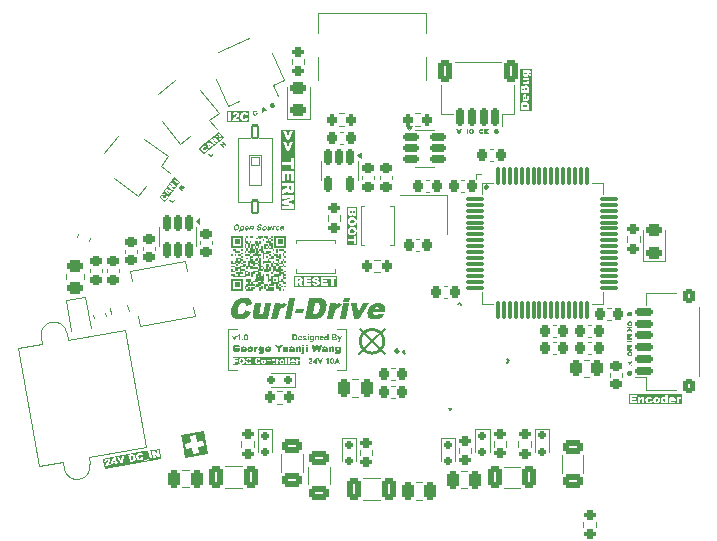
<source format=gto>
%TF.GenerationSoftware,KiCad,Pcbnew,8.0.7*%
%TF.CreationDate,2025-07-12T21:06:11-07:00*%
%TF.ProjectId,FOCdriver,464f4364-7269-4766-9572-2e6b69636164,1.0*%
%TF.SameCoordinates,Original*%
%TF.FileFunction,Legend,Top*%
%TF.FilePolarity,Positive*%
%FSLAX46Y46*%
G04 Gerber Fmt 4.6, Leading zero omitted, Abs format (unit mm)*
G04 Created by KiCad (PCBNEW 8.0.7) date 2025-07-12 21:06:11*
%MOMM*%
%LPD*%
G01*
G04 APERTURE LIST*
G04 Aperture macros list*
%AMRoundRect*
0 Rectangle with rounded corners*
0 $1 Rounding radius*
0 $2 $3 $4 $5 $6 $7 $8 $9 X,Y pos of 4 corners*
0 Add a 4 corners polygon primitive as box body*
4,1,4,$2,$3,$4,$5,$6,$7,$8,$9,$2,$3,0*
0 Add four circle primitives for the rounded corners*
1,1,$1+$1,$2,$3*
1,1,$1+$1,$4,$5*
1,1,$1+$1,$6,$7*
1,1,$1+$1,$8,$9*
0 Add four rect primitives between the rounded corners*
20,1,$1+$1,$2,$3,$4,$5,0*
20,1,$1+$1,$4,$5,$6,$7,0*
20,1,$1+$1,$6,$7,$8,$9,0*
20,1,$1+$1,$8,$9,$2,$3,0*%
%AMHorizOval*
0 Thick line with rounded ends*
0 $1 width*
0 $2 $3 position (X,Y) of the first rounded end (center of the circle)*
0 $4 $5 position (X,Y) of the second rounded end (center of the circle)*
0 Add line between two ends*
20,1,$1,$2,$3,$4,$5,0*
0 Add two circle primitives to create the rounded ends*
1,1,$1,$2,$3*
1,1,$1,$4,$5*%
%AMRotRect*
0 Rectangle, with rotation*
0 The origin of the aperture is its center*
0 $1 length*
0 $2 width*
0 $3 Rotation angle, in degrees counterclockwise*
0 Add horizontal line*
21,1,$1,$2,0,0,$3*%
G04 Aperture macros list end*
%ADD10C,0.100000*%
%ADD11C,0.200000*%
%ADD12C,0.250000*%
%ADD13C,0.125000*%
%ADD14C,0.150000*%
%ADD15C,0.120000*%
%ADD16C,0.000000*%
%ADD17R,4.445000X3.760000*%
%ADD18R,0.457200X0.965200*%
%ADD19RoundRect,0.200000X0.200000X0.275000X-0.200000X0.275000X-0.200000X-0.275000X0.200000X-0.275000X0*%
%ADD20RoundRect,0.250000X0.250000X0.475000X-0.250000X0.475000X-0.250000X-0.475000X0.250000X-0.475000X0*%
%ADD21C,0.400000*%
%ADD22RoundRect,0.225000X-0.250000X0.225000X-0.250000X-0.225000X0.250000X-0.225000X0.250000X0.225000X0*%
%ADD23RoundRect,0.112500X-0.143350X0.165116X-0.078232X-0.204187X0.143350X-0.165116X0.078232X0.204187X0*%
%ADD24C,3.800000*%
%ADD25RoundRect,0.150000X-0.408875X0.495930X-0.589419X0.256339X0.408875X-0.495930X0.589419X-0.256339X0*%
%ADD26RoundRect,0.250000X-0.308478X0.670702X-0.729748X0.111657X0.308478X-0.670702X0.729748X-0.111657X0*%
%ADD27RoundRect,0.225000X0.250000X-0.225000X0.250000X0.225000X-0.250000X0.225000X-0.250000X-0.225000X0*%
%ADD28RoundRect,0.225000X0.225000X0.250000X-0.225000X0.250000X-0.225000X-0.250000X0.225000X-0.250000X0*%
%ADD29RoundRect,0.200000X0.275000X-0.200000X0.275000X0.200000X-0.275000X0.200000X-0.275000X-0.200000X0*%
%ADD30RoundRect,0.075000X-0.700000X-0.075000X0.700000X-0.075000X0.700000X0.075000X-0.700000X0.075000X0*%
%ADD31RoundRect,0.075000X-0.075000X-0.700000X0.075000X-0.700000X0.075000X0.700000X-0.075000X0.700000X0*%
%ADD32C,0.550000*%
%ADD33C,1.800000*%
%ADD34RoundRect,0.675000X1.575000X-1.575000X1.575000X1.575000X-1.575000X1.575000X-1.575000X-1.575000X0*%
%ADD35RoundRect,0.150000X0.200000X-0.150000X0.200000X0.150000X-0.200000X0.150000X-0.200000X-0.150000X0*%
%ADD36RoundRect,0.250000X-0.325000X-0.650000X0.325000X-0.650000X0.325000X0.650000X-0.325000X0.650000X0*%
%ADD37RoundRect,0.225000X-0.225000X-0.250000X0.225000X-0.250000X0.225000X0.250000X-0.225000X0.250000X0*%
%ADD38RoundRect,0.150000X0.150000X0.625000X-0.150000X0.625000X-0.150000X-0.625000X0.150000X-0.625000X0*%
%ADD39RoundRect,0.250000X0.350000X0.650000X-0.350000X0.650000X-0.350000X-0.650000X0.350000X-0.650000X0*%
%ADD40RoundRect,0.250000X-0.262500X-0.450000X0.262500X-0.450000X0.262500X0.450000X-0.262500X0.450000X0*%
%ADD41RoundRect,0.243750X0.456250X-0.243750X0.456250X0.243750X-0.456250X0.243750X-0.456250X-0.243750X0*%
%ADD42RoundRect,0.250000X0.325000X0.650000X-0.325000X0.650000X-0.325000X-0.650000X0.325000X-0.650000X0*%
%ADD43RoundRect,0.114000X0.266000X0.521000X-0.266000X0.521000X-0.266000X-0.521000X0.266000X-0.521000X0*%
%ADD44RoundRect,0.250000X-0.250000X-0.475000X0.250000X-0.475000X0.250000X0.475000X-0.250000X0.475000X0*%
%ADD45RoundRect,0.150000X-0.512500X-0.150000X0.512500X-0.150000X0.512500X0.150000X-0.512500X0.150000X0*%
%ADD46RoundRect,0.250000X0.625000X-0.312500X0.625000X0.312500X-0.625000X0.312500X-0.625000X-0.312500X0*%
%ADD47RoundRect,0.250000X0.450000X-0.262500X0.450000X0.262500X-0.450000X0.262500X-0.450000X-0.262500X0*%
%ADD48C,1.400000*%
%ADD49RoundRect,0.770000X1.135287X-0.794936X0.794936X1.135287X-1.135287X0.794936X-0.794936X-1.135287X0*%
%ADD50C,3.500000*%
%ADD51C,0.650000*%
%ADD52R,0.600000X1.240000*%
%ADD53R,0.300000X1.240000*%
%ADD54O,1.000000X2.100000*%
%ADD55O,1.000000X1.800000*%
%ADD56RoundRect,0.200000X-0.275000X0.200000X-0.275000X-0.200000X0.275000X-0.200000X0.275000X0.200000X0*%
%ADD57R,1.700000X0.900000*%
%ADD58RoundRect,0.150000X-0.276753X0.580114X-0.509897X0.391318X0.276753X-0.580114X0.509897X-0.391318X0*%
%ADD59RoundRect,0.250000X-0.137057X0.725407X-0.681059X0.284883X0.137057X-0.725407X0.681059X-0.284883X0*%
%ADD60RoundRect,0.150000X-0.150000X-0.200000X0.150000X-0.200000X0.150000X0.200000X-0.150000X0.200000X0*%
%ADD61RoundRect,0.150000X-0.128190X0.629835X-0.400083X0.503050X0.128190X-0.629835X0.400083X-0.503050X0*%
%ADD62RoundRect,0.250000X0.042506X0.737016X-0.591910X0.441184X-0.042506X-0.737016X0.591910X-0.441184X0*%
%ADD63RoundRect,0.150000X-0.150000X0.512500X-0.150000X-0.512500X0.150000X-0.512500X0.150000X0.512500X0*%
%ADD64RoundRect,0.375000X0.217361X0.926825X-0.521245X0.796589X-0.217361X-0.926825X0.521245X-0.796589X0*%
%ADD65RoundRect,0.250000X0.511196X-0.163719X0.424372X0.328685X-0.511196X0.163719X-0.424372X-0.328685X0*%
%ADD66R,0.900000X1.700000*%
%ADD67HorizOval,0.230000X0.141717X0.118915X-0.141717X-0.118915X0*%
%ADD68HorizOval,0.230000X-0.118915X0.141717X0.118915X-0.141717X0*%
%ADD69C,0.499999*%
%ADD70RotRect,4.150000X4.150000X40.000000*%
%ADD71R,1.400000X1.200000*%
%ADD72RoundRect,0.225000X0.157969X-0.296936X0.311878X0.125926X-0.157969X0.296936X-0.311878X-0.125926X0*%
%ADD73RoundRect,0.150000X0.625000X-0.150000X0.625000X0.150000X-0.625000X0.150000X-0.625000X-0.150000X0*%
%ADD74RoundRect,0.208333X0.291667X-0.391667X0.291667X0.391667X-0.291667X0.391667X-0.291667X-0.391667X0*%
%ADD75RoundRect,0.225000X0.285273X-0.178170X0.207131X0.264994X-0.285273X0.178170X-0.207131X-0.264994X0*%
%ADD76RoundRect,0.200000X-0.200000X-0.275000X0.200000X-0.275000X0.200000X0.275000X-0.200000X0.275000X0*%
G04 APERTURE END LIST*
D10*
X87800000Y-49000000D02*
X87800000Y-52400000D01*
X88600000Y-52400000D02*
X87800000Y-52400000D01*
D11*
X98919670Y-51055330D02*
X99980330Y-49994670D01*
D10*
X87800000Y-49000000D02*
X88600000Y-49000000D01*
X97800000Y-49000000D02*
X97800000Y-52400000D01*
D11*
X100000000Y-50000000D02*
X101060660Y-48939340D01*
D12*
X101000000Y-50000000D02*
G75*
G02*
X99000000Y-50000000I-1000000J0D01*
G01*
X99000000Y-50000000D02*
G75*
G02*
X101000000Y-50000000I1000000J0D01*
G01*
D11*
X100000000Y-50000000D02*
X98939340Y-48939340D01*
D10*
X109200000Y-35862500D02*
X108825000Y-35862500D01*
X97000000Y-49000000D02*
X97800000Y-49000000D01*
D11*
X100000000Y-50000000D02*
X101060660Y-51060660D01*
D10*
X97000000Y-52400000D02*
X97800000Y-52400000D01*
X108825000Y-35862500D02*
X108825000Y-36237500D01*
D13*
G36*
X98336843Y-40526413D02*
G01*
X98372264Y-40528667D01*
X98408286Y-40534715D01*
X98442461Y-40546135D01*
X98471993Y-40564731D01*
X98477335Y-40569636D01*
X98498873Y-40597068D01*
X98511796Y-40629342D01*
X98516103Y-40666458D01*
X98515934Y-40674642D01*
X98509997Y-40712315D01*
X98495578Y-40744579D01*
X98472677Y-40771434D01*
X98469912Y-40773811D01*
X98440427Y-40791810D01*
X98407269Y-40802677D01*
X98372892Y-40808224D01*
X98333508Y-40810073D01*
X98319529Y-40809928D01*
X98280913Y-40807754D01*
X98242150Y-40801921D01*
X98206145Y-40790907D01*
X98176215Y-40772972D01*
X98168515Y-40765778D01*
X98148320Y-40737888D01*
X98136539Y-40703988D01*
X98133131Y-40668339D01*
X98133303Y-40660239D01*
X98139334Y-40622946D01*
X98153980Y-40590996D01*
X98177241Y-40564389D01*
X98182984Y-40559772D01*
X98214496Y-40542682D01*
X98250296Y-40532555D01*
X98287633Y-40527603D01*
X98324104Y-40526263D01*
X98336843Y-40526413D01*
G37*
G36*
X98336843Y-39710544D02*
G01*
X98372264Y-39712798D01*
X98408286Y-39718846D01*
X98442461Y-39730267D01*
X98471993Y-39748862D01*
X98477335Y-39753767D01*
X98498873Y-39781199D01*
X98511796Y-39813473D01*
X98516103Y-39850589D01*
X98515934Y-39858773D01*
X98509997Y-39896447D01*
X98495578Y-39928710D01*
X98472677Y-39955565D01*
X98469912Y-39957942D01*
X98440427Y-39975941D01*
X98407269Y-39986808D01*
X98372892Y-39992355D01*
X98333508Y-39994204D01*
X98319529Y-39994059D01*
X98280913Y-39991885D01*
X98242150Y-39986052D01*
X98206145Y-39975038D01*
X98176215Y-39957103D01*
X98168515Y-39949909D01*
X98148320Y-39922019D01*
X98136539Y-39888119D01*
X98133131Y-39852470D01*
X98133303Y-39844370D01*
X98139334Y-39807077D01*
X98153980Y-39775127D01*
X98177241Y-39748520D01*
X98182984Y-39743903D01*
X98214496Y-39726813D01*
X98250296Y-39716686D01*
X98287633Y-39711734D01*
X98324104Y-39710394D01*
X98336843Y-39710544D01*
G37*
G36*
X98275378Y-39067547D02*
G01*
X98275378Y-39083447D01*
X98275224Y-39093501D01*
X98271546Y-39127705D01*
X98257939Y-39159699D01*
X98245954Y-39170879D01*
X98211948Y-39180900D01*
X98192148Y-39178374D01*
X98162538Y-39159528D01*
X98158210Y-39153673D01*
X98146669Y-39119992D01*
X98144073Y-39083960D01*
X98144073Y-38978300D01*
X98275378Y-38978300D01*
X98275378Y-39067547D01*
G37*
G36*
X98527046Y-39069085D02*
G01*
X98525050Y-39100597D01*
X98512855Y-39134738D01*
X98506131Y-39141866D01*
X98473703Y-39153032D01*
X98462357Y-39152156D01*
X98431986Y-39134738D01*
X98419995Y-39102307D01*
X98417625Y-39067547D01*
X98417625Y-38978300D01*
X98527046Y-38978300D01*
X98527046Y-39069085D01*
G37*
G36*
X98768955Y-41829724D02*
G01*
X97880279Y-41829724D01*
X97880279Y-41301099D01*
X97969000Y-41301099D01*
X97969000Y-41529856D01*
X98505161Y-41529856D01*
X98505161Y-41751946D01*
X98680235Y-41751946D01*
X98680235Y-41078838D01*
X98505161Y-41078838D01*
X98505161Y-41301099D01*
X97969000Y-41301099D01*
X97880279Y-41301099D01*
X97880279Y-40675690D01*
X97958057Y-40675690D01*
X97958447Y-40697597D01*
X97960825Y-40732591D01*
X97966533Y-40772083D01*
X97975355Y-40808847D01*
X97987290Y-40842881D01*
X98002339Y-40874187D01*
X98014002Y-40893600D01*
X98037061Y-40924731D01*
X98063491Y-40952247D01*
X98093292Y-40976147D01*
X98126463Y-40996430D01*
X98147070Y-41006368D01*
X98180566Y-41018790D01*
X98217162Y-41028230D01*
X98256861Y-41034690D01*
X98292312Y-41037795D01*
X98329917Y-41038831D01*
X98350972Y-41038452D01*
X98391310Y-41035423D01*
X98429287Y-41029364D01*
X98464902Y-41020276D01*
X98498156Y-41008158D01*
X98529048Y-40993011D01*
X98564342Y-40969818D01*
X98595946Y-40941891D01*
X98612965Y-40923031D01*
X98637610Y-40888420D01*
X98653977Y-40857870D01*
X98667369Y-40824776D01*
X98677785Y-40789140D01*
X98685225Y-40750960D01*
X98689689Y-40710237D01*
X98691177Y-40666971D01*
X98689662Y-40624691D01*
X98685118Y-40584788D01*
X98677545Y-40547263D01*
X98666942Y-40512115D01*
X98653310Y-40479345D01*
X98636648Y-40448952D01*
X98616957Y-40420937D01*
X98594237Y-40395300D01*
X98575390Y-40377823D01*
X98541001Y-40352514D01*
X98510809Y-40335706D01*
X98478234Y-40321953D01*
X98443276Y-40311257D01*
X98405935Y-40303617D01*
X98366211Y-40299033D01*
X98324104Y-40297505D01*
X98293757Y-40298274D01*
X98257626Y-40301400D01*
X98223499Y-40306929D01*
X98185191Y-40316739D01*
X98149768Y-40330010D01*
X98117230Y-40346744D01*
X98092457Y-40362919D01*
X98065593Y-40384269D01*
X98038202Y-40411852D01*
X98015066Y-40442314D01*
X97996184Y-40475655D01*
X97987248Y-40496172D01*
X97976078Y-40529351D01*
X97967589Y-40565415D01*
X97961781Y-40604364D01*
X97958988Y-40639025D01*
X97958244Y-40668339D01*
X97958057Y-40675690D01*
X97880279Y-40675690D01*
X97880279Y-39859822D01*
X97958057Y-39859822D01*
X97958447Y-39881728D01*
X97960825Y-39916723D01*
X97966533Y-39956215D01*
X97975355Y-39992978D01*
X97987290Y-40027012D01*
X98002339Y-40058318D01*
X98014002Y-40077731D01*
X98037061Y-40108863D01*
X98063491Y-40136378D01*
X98093292Y-40160278D01*
X98126463Y-40180561D01*
X98147070Y-40190499D01*
X98180566Y-40202921D01*
X98217162Y-40212362D01*
X98256861Y-40218821D01*
X98292312Y-40221927D01*
X98329917Y-40222962D01*
X98350972Y-40222583D01*
X98391310Y-40219554D01*
X98429287Y-40213495D01*
X98464902Y-40204407D01*
X98498156Y-40192289D01*
X98529048Y-40177143D01*
X98564342Y-40153949D01*
X98595946Y-40126022D01*
X98612965Y-40107162D01*
X98637610Y-40072551D01*
X98653977Y-40042001D01*
X98667369Y-40008907D01*
X98677785Y-39973271D01*
X98685225Y-39935091D01*
X98689689Y-39894368D01*
X98691177Y-39851102D01*
X98689662Y-39808822D01*
X98685118Y-39768919D01*
X98677545Y-39731394D01*
X98666942Y-39696246D01*
X98653310Y-39663476D01*
X98636648Y-39633083D01*
X98616957Y-39605068D01*
X98594237Y-39579431D01*
X98575390Y-39561954D01*
X98541001Y-39536646D01*
X98510809Y-39519837D01*
X98478234Y-39506085D01*
X98443276Y-39495388D01*
X98405935Y-39487748D01*
X98366211Y-39483164D01*
X98324104Y-39481636D01*
X98293757Y-39482405D01*
X98257626Y-39485531D01*
X98223499Y-39491061D01*
X98185191Y-39500870D01*
X98149768Y-39514142D01*
X98117230Y-39530875D01*
X98092457Y-39547051D01*
X98065593Y-39568401D01*
X98038202Y-39595983D01*
X98015066Y-39626445D01*
X97996184Y-39659787D01*
X97987248Y-39680303D01*
X97976078Y-39713482D01*
X97967589Y-39749546D01*
X97961781Y-39788495D01*
X97958988Y-39823157D01*
X97958244Y-39852470D01*
X97958057Y-39859822D01*
X97880279Y-39859822D01*
X97880279Y-39083960D01*
X97969000Y-39083960D01*
X97969000Y-39129096D01*
X97970394Y-39154381D01*
X97974122Y-39189766D01*
X97978916Y-39227404D01*
X97981500Y-39244395D01*
X97989611Y-39279522D01*
X98003535Y-39312205D01*
X98022199Y-39338832D01*
X98047086Y-39363725D01*
X98076540Y-39384012D01*
X98109727Y-39398905D01*
X98145581Y-39407616D01*
X98180489Y-39410170D01*
X98197894Y-39409591D01*
X98234299Y-39404047D01*
X98266890Y-39392635D01*
X98298630Y-39373070D01*
X98304402Y-39368366D01*
X98329476Y-39342199D01*
X98348240Y-39311625D01*
X98360692Y-39276643D01*
X98361394Y-39278720D01*
X98377529Y-39310280D01*
X98401041Y-39336995D01*
X98406665Y-39341881D01*
X98436808Y-39361583D01*
X98470324Y-39373404D01*
X98507213Y-39377344D01*
X98538240Y-39374653D01*
X98574789Y-39363282D01*
X98604121Y-39345704D01*
X98630482Y-39321095D01*
X98647390Y-39298325D01*
X98662695Y-39267520D01*
X98673238Y-39232151D01*
X98678486Y-39198200D01*
X98680235Y-39160896D01*
X98680235Y-38747662D01*
X97969000Y-38747662D01*
X97969000Y-39083960D01*
X97880279Y-39083960D01*
X97880279Y-38669884D01*
X98768955Y-38669884D01*
X98768955Y-41829724D01*
G37*
D14*
G36*
X88515631Y-50701042D02*
G01*
X88515631Y-50550979D01*
X88813412Y-50550979D01*
X88813412Y-50801572D01*
X88787267Y-50819967D01*
X88762138Y-50836409D01*
X88733325Y-50853560D01*
X88705974Y-50867898D01*
X88675915Y-50881070D01*
X88663642Y-50885543D01*
X88634353Y-50894051D01*
X88602778Y-50900470D01*
X88568917Y-50904798D01*
X88538074Y-50906845D01*
X88511088Y-50907378D01*
X88478077Y-50906477D01*
X88447006Y-50903772D01*
X88417873Y-50899264D01*
X88385474Y-50891474D01*
X88355867Y-50881088D01*
X88333328Y-50870449D01*
X88304674Y-50852567D01*
X88278980Y-50831235D01*
X88256244Y-50806453D01*
X88239112Y-50782466D01*
X88226496Y-50760540D01*
X88213647Y-50732375D01*
X88203457Y-50702727D01*
X88195924Y-50671596D01*
X88191051Y-50638980D01*
X88188835Y-50604881D01*
X88188688Y-50593184D01*
X88189700Y-50562803D01*
X88193588Y-50527990D01*
X88200392Y-50494969D01*
X88210112Y-50463741D01*
X88222748Y-50434306D01*
X88230160Y-50420260D01*
X88247067Y-50393870D01*
X88266684Y-50369984D01*
X88289011Y-50348601D01*
X88314048Y-50329723D01*
X88341795Y-50313348D01*
X88351646Y-50308446D01*
X88380992Y-50296969D01*
X88409383Y-50289375D01*
X88440762Y-50283852D01*
X88475130Y-50280400D01*
X88506052Y-50279105D01*
X88519002Y-50278990D01*
X88549324Y-50279456D01*
X88582462Y-50281242D01*
X88612055Y-50284367D01*
X88642100Y-50289707D01*
X88670530Y-50298041D01*
X88697683Y-50310438D01*
X88724646Y-50328156D01*
X88748230Y-50350023D01*
X88754647Y-50357392D01*
X88772307Y-50382054D01*
X88787532Y-50410865D01*
X88799022Y-50439959D01*
X88806378Y-50463931D01*
X88617334Y-50495292D01*
X88604267Y-50468965D01*
X88583082Y-50447258D01*
X88579965Y-50445173D01*
X88551095Y-50433083D01*
X88519824Y-50429116D01*
X88514898Y-50429053D01*
X88483426Y-50432102D01*
X88452943Y-50442641D01*
X88427183Y-50460707D01*
X88420376Y-50467595D01*
X88403375Y-50492937D01*
X88392933Y-50521615D01*
X88387404Y-50551456D01*
X88385240Y-50585728D01*
X88385205Y-50590986D01*
X88386457Y-50623004D01*
X88391083Y-50655722D01*
X88400542Y-50687001D01*
X88416504Y-50714394D01*
X88420816Y-50719360D01*
X88445835Y-50739376D01*
X88473075Y-50751052D01*
X88504789Y-50756723D01*
X88520321Y-50757316D01*
X88550399Y-50755814D01*
X88579085Y-50751307D01*
X88608504Y-50743321D01*
X88636350Y-50733327D01*
X88640488Y-50731670D01*
X88640488Y-50701042D01*
X88515631Y-50701042D01*
G37*
G36*
X89165251Y-50439426D02*
G01*
X89196743Y-50442410D01*
X89229968Y-50448403D01*
X89259407Y-50457104D01*
X89281625Y-50466715D01*
X89307738Y-50482378D01*
X89330535Y-50501227D01*
X89350017Y-50523264D01*
X89366182Y-50548488D01*
X89378941Y-50577275D01*
X89387114Y-50605694D01*
X89392497Y-50637129D01*
X89394889Y-50666473D01*
X89395345Y-50687267D01*
X89395345Y-50710421D01*
X89059609Y-50710421D01*
X89067173Y-50740197D01*
X89079685Y-50759807D01*
X89104241Y-50778215D01*
X89132796Y-50785227D01*
X89139623Y-50785452D01*
X89169517Y-50780719D01*
X89184319Y-50774461D01*
X89207746Y-50754659D01*
X89213921Y-50747644D01*
X89388604Y-50767574D01*
X89372433Y-50794967D01*
X89355356Y-50819114D01*
X89334287Y-50843184D01*
X89311983Y-50862836D01*
X89291884Y-50876164D01*
X89261640Y-50889820D01*
X89230399Y-50898569D01*
X89200071Y-50903690D01*
X89166466Y-50906616D01*
X89135959Y-50907378D01*
X89104285Y-50906497D01*
X89070613Y-50903243D01*
X89040475Y-50897590D01*
X89010360Y-50888192D01*
X88997034Y-50882319D01*
X88969727Y-50865799D01*
X88945179Y-50844596D01*
X88925675Y-50821817D01*
X88912477Y-50802305D01*
X88897859Y-50773720D01*
X88887418Y-50742771D01*
X88881707Y-50713752D01*
X88879195Y-50682925D01*
X88879064Y-50673785D01*
X88880703Y-50641884D01*
X88884849Y-50616632D01*
X89060195Y-50616632D01*
X89214654Y-50616632D01*
X89204376Y-50588372D01*
X89190914Y-50574573D01*
X89162790Y-50562704D01*
X89138011Y-50560358D01*
X89107645Y-50564510D01*
X89081709Y-50578171D01*
X89077341Y-50582047D01*
X89062067Y-50607714D01*
X89060195Y-50616632D01*
X88884849Y-50616632D01*
X88885619Y-50611943D01*
X88895844Y-50578603D01*
X88910788Y-50548086D01*
X88930452Y-50520392D01*
X88946182Y-50503498D01*
X88973129Y-50481386D01*
X89003631Y-50463849D01*
X89031764Y-50452729D01*
X89062366Y-50444786D01*
X89095437Y-50440021D01*
X89130976Y-50438432D01*
X89165251Y-50439426D01*
G37*
G36*
X89726545Y-50439655D02*
G01*
X89756901Y-50443323D01*
X89791979Y-50451347D01*
X89823874Y-50463193D01*
X89852584Y-50478859D01*
X89878110Y-50498346D01*
X89896238Y-50516688D01*
X89915014Y-50541338D01*
X89929905Y-50568029D01*
X89940911Y-50596760D01*
X89948033Y-50627531D01*
X89951270Y-50660342D01*
X89951486Y-50671733D01*
X89949815Y-50703152D01*
X89944803Y-50732747D01*
X89934377Y-50765852D01*
X89919139Y-50796329D01*
X89899089Y-50824179D01*
X89883049Y-50841286D01*
X89860438Y-50860327D01*
X89835287Y-50876140D01*
X89807596Y-50888725D01*
X89777364Y-50898084D01*
X89744593Y-50904216D01*
X89709281Y-50907120D01*
X89694445Y-50907378D01*
X89661924Y-50906040D01*
X89631407Y-50902026D01*
X89597431Y-50893676D01*
X89566341Y-50881473D01*
X89538135Y-50865416D01*
X89520935Y-50852570D01*
X89497377Y-50830245D01*
X89477812Y-50805859D01*
X89462240Y-50779412D01*
X89450661Y-50750904D01*
X89443075Y-50720336D01*
X89439482Y-50687706D01*
X89439162Y-50674078D01*
X89439233Y-50672759D01*
X89616775Y-50672759D01*
X89618549Y-50703109D01*
X89625534Y-50733529D01*
X89639197Y-50758341D01*
X89662697Y-50777801D01*
X89691155Y-50785346D01*
X89695324Y-50785452D01*
X89724557Y-50779592D01*
X89748510Y-50762011D01*
X89751304Y-50758781D01*
X89765632Y-50731356D01*
X89771682Y-50702591D01*
X89773433Y-50671000D01*
X89771671Y-50641452D01*
X89764732Y-50611729D01*
X89751158Y-50587323D01*
X89728053Y-50567968D01*
X89698511Y-50560385D01*
X89696496Y-50560358D01*
X89666787Y-50566380D01*
X89642229Y-50584444D01*
X89639344Y-50587762D01*
X89624732Y-50615010D01*
X89618186Y-50645849D01*
X89616775Y-50672759D01*
X89439233Y-50672759D01*
X89440847Y-50642901D01*
X89445903Y-50613484D01*
X89456418Y-50580508D01*
X89471786Y-50550067D01*
X89492008Y-50522160D01*
X89508185Y-50504964D01*
X89530925Y-50485797D01*
X89556004Y-50469879D01*
X89583424Y-50457209D01*
X89613183Y-50447788D01*
X89645282Y-50441616D01*
X89679721Y-50438692D01*
X89694152Y-50438432D01*
X89726545Y-50439655D01*
G37*
G36*
X90021242Y-50447811D02*
G01*
X90187718Y-50447811D01*
X90187718Y-50504817D01*
X90203532Y-50479545D01*
X90225583Y-50458053D01*
X90227138Y-50456897D01*
X90253345Y-50443643D01*
X90282453Y-50438594D01*
X90289274Y-50438432D01*
X90319464Y-50441977D01*
X90349782Y-50451454D01*
X90376468Y-50463638D01*
X90321074Y-50593038D01*
X90292241Y-50582596D01*
X90271688Y-50579116D01*
X90243189Y-50586271D01*
X90224501Y-50604468D01*
X90211208Y-50634273D01*
X90204833Y-50662919D01*
X90201289Y-50692573D01*
X90199516Y-50726937D01*
X90199295Y-50745885D01*
X90199295Y-50898000D01*
X90021242Y-50898000D01*
X90021242Y-50447811D01*
G37*
G36*
X90596135Y-50440049D02*
G01*
X90625947Y-50445564D01*
X90651535Y-50454992D01*
X90677220Y-50470117D01*
X90700012Y-50490409D01*
X90706929Y-50498662D01*
X90706929Y-50447811D01*
X90873405Y-50447811D01*
X90873405Y-50868397D01*
X90873845Y-50887888D01*
X90871310Y-50919185D01*
X90863705Y-50949327D01*
X90855819Y-50968781D01*
X90840700Y-50995626D01*
X90822160Y-51018350D01*
X90807899Y-51031210D01*
X90783293Y-51047318D01*
X90754318Y-51059594D01*
X90732575Y-51065648D01*
X90702922Y-51071212D01*
X90670751Y-51074715D01*
X90639643Y-51076106D01*
X90628820Y-51076199D01*
X90596736Y-51075558D01*
X90567234Y-51073635D01*
X90533990Y-51069427D01*
X90504781Y-51063216D01*
X90475057Y-51053118D01*
X90447725Y-51037691D01*
X90444466Y-51035166D01*
X90422282Y-51012900D01*
X90406437Y-50987136D01*
X90396930Y-50957873D01*
X90393761Y-50925110D01*
X90394933Y-50897413D01*
X90565512Y-50917197D01*
X90581196Y-50942683D01*
X90583244Y-50944015D01*
X90611719Y-50953271D01*
X90627501Y-50954273D01*
X90657360Y-50949987D01*
X90678353Y-50937127D01*
X90691861Y-50909379D01*
X90695043Y-50878611D01*
X90695059Y-50875871D01*
X90695059Y-50825166D01*
X90673127Y-50845429D01*
X90652414Y-50858432D01*
X90624349Y-50870280D01*
X90594760Y-50877209D01*
X90566538Y-50879242D01*
X90533917Y-50876465D01*
X90503759Y-50868134D01*
X90476064Y-50854249D01*
X90450831Y-50834811D01*
X90428061Y-50809818D01*
X90421018Y-50800254D01*
X90405715Y-50774136D01*
X90394171Y-50744639D01*
X90386385Y-50711762D01*
X90382703Y-50680891D01*
X90382075Y-50662794D01*
X90558478Y-50662794D01*
X90560712Y-50693212D01*
X90569112Y-50721348D01*
X90577383Y-50734454D01*
X90600933Y-50752292D01*
X90627208Y-50757316D01*
X90656976Y-50749804D01*
X90676154Y-50733575D01*
X90690565Y-50705643D01*
X90695741Y-50675322D01*
X90696231Y-50660595D01*
X90693738Y-50629549D01*
X90684361Y-50600090D01*
X90675129Y-50585857D01*
X90651938Y-50566733D01*
X90624277Y-50560358D01*
X90594519Y-50567731D01*
X90576503Y-50583659D01*
X90564181Y-50610274D01*
X90559341Y-50639923D01*
X90558478Y-50662794D01*
X90382075Y-50662794D01*
X90381744Y-50653268D01*
X90382982Y-50621860D01*
X90387736Y-50587335D01*
X90396054Y-50556262D01*
X90407938Y-50528640D01*
X90426309Y-50500778D01*
X90432449Y-50493680D01*
X90456190Y-50472153D01*
X90482918Y-50455913D01*
X90512634Y-50444960D01*
X90545337Y-50439295D01*
X90565366Y-50438432D01*
X90596135Y-50440049D01*
G37*
G36*
X91237993Y-50439426D02*
G01*
X91269486Y-50442410D01*
X91302711Y-50448403D01*
X91332149Y-50457104D01*
X91354368Y-50466715D01*
X91380481Y-50482378D01*
X91403278Y-50501227D01*
X91422759Y-50523264D01*
X91438925Y-50548488D01*
X91451683Y-50577275D01*
X91459857Y-50605694D01*
X91465240Y-50637129D01*
X91467632Y-50666473D01*
X91468087Y-50687267D01*
X91468087Y-50710421D01*
X91132351Y-50710421D01*
X91139915Y-50740197D01*
X91152428Y-50759807D01*
X91176984Y-50778215D01*
X91205538Y-50785227D01*
X91212365Y-50785452D01*
X91242259Y-50780719D01*
X91257062Y-50774461D01*
X91280488Y-50754659D01*
X91286664Y-50747644D01*
X91461346Y-50767574D01*
X91445176Y-50794967D01*
X91428099Y-50819114D01*
X91407029Y-50843184D01*
X91384726Y-50862836D01*
X91364626Y-50876164D01*
X91334383Y-50889820D01*
X91303141Y-50898569D01*
X91272813Y-50903690D01*
X91239209Y-50906616D01*
X91208702Y-50907378D01*
X91177027Y-50906497D01*
X91143355Y-50903243D01*
X91113218Y-50897590D01*
X91083103Y-50888192D01*
X91069776Y-50882319D01*
X91042469Y-50865799D01*
X91017921Y-50844596D01*
X90998417Y-50821817D01*
X90985219Y-50802305D01*
X90970601Y-50773720D01*
X90960160Y-50742771D01*
X90954450Y-50713752D01*
X90951937Y-50682925D01*
X90951807Y-50673785D01*
X90953446Y-50641884D01*
X90957591Y-50616632D01*
X91132937Y-50616632D01*
X91287397Y-50616632D01*
X91277118Y-50588372D01*
X91263656Y-50574573D01*
X91235532Y-50562704D01*
X91210753Y-50560358D01*
X91180387Y-50564510D01*
X91154451Y-50578171D01*
X91150083Y-50582047D01*
X91134810Y-50607714D01*
X91132937Y-50616632D01*
X90957591Y-50616632D01*
X90958361Y-50611943D01*
X90968586Y-50578603D01*
X90983531Y-50548086D01*
X91003194Y-50520392D01*
X91018925Y-50503498D01*
X91045871Y-50481386D01*
X91076373Y-50463849D01*
X91104507Y-50452729D01*
X91135109Y-50444786D01*
X91168179Y-50440021D01*
X91203719Y-50438432D01*
X91237993Y-50439426D01*
G37*
G36*
X91758834Y-50288369D02*
G01*
X91977480Y-50288369D01*
X92096915Y-50482982D01*
X92216203Y-50288369D01*
X92433824Y-50288369D01*
X92194661Y-50643303D01*
X92194661Y-50898000D01*
X91998290Y-50898000D01*
X91998290Y-50643303D01*
X91758834Y-50288369D01*
G37*
G36*
X92911123Y-50898000D02*
G01*
X92745087Y-50898000D01*
X92745087Y-50835278D01*
X92725239Y-50856886D01*
X92701059Y-50876429D01*
X92681193Y-50888327D01*
X92651476Y-50899937D01*
X92620108Y-50905871D01*
X92591507Y-50907378D01*
X92561806Y-50905317D01*
X92531435Y-50897912D01*
X92504873Y-50885121D01*
X92479546Y-50864294D01*
X92461786Y-50839912D01*
X92449101Y-50809852D01*
X92442164Y-50778891D01*
X92439310Y-50748893D01*
X92438953Y-50732696D01*
X92438953Y-50447811D01*
X92616859Y-50447811D01*
X92616859Y-50695034D01*
X92619524Y-50725239D01*
X92630781Y-50750721D01*
X92656834Y-50765431D01*
X92670202Y-50766695D01*
X92699876Y-50759048D01*
X92716071Y-50745006D01*
X92728903Y-50716558D01*
X92733321Y-50685382D01*
X92733949Y-50664699D01*
X92733949Y-50447811D01*
X92911123Y-50447811D01*
X92911123Y-50898000D01*
G37*
G36*
X93230454Y-50438846D02*
G01*
X93263372Y-50440332D01*
X93292626Y-50442899D01*
X93321158Y-50447078D01*
X93351479Y-50455291D01*
X93378164Y-50468041D01*
X93399267Y-50483568D01*
X93419160Y-50506869D01*
X93432660Y-50533749D01*
X93434291Y-50538083D01*
X93443007Y-50568241D01*
X93446929Y-50599183D01*
X93447041Y-50605201D01*
X93447041Y-50799667D01*
X93448200Y-50829812D01*
X93450704Y-50847295D01*
X93460333Y-50875070D01*
X93470781Y-50898000D01*
X93303133Y-50898000D01*
X93289925Y-50871200D01*
X93289064Y-50868690D01*
X93284521Y-50848614D01*
X93261454Y-50867849D01*
X93236306Y-50883166D01*
X93223998Y-50888914D01*
X93194202Y-50898651D01*
X93164988Y-50904331D01*
X93133502Y-50907090D01*
X93118778Y-50907378D01*
X93085531Y-50905653D01*
X93055931Y-50900478D01*
X93026567Y-50890339D01*
X92999225Y-50873546D01*
X92996559Y-50871328D01*
X92976228Y-50849600D01*
X92961442Y-50822248D01*
X92954870Y-50791519D01*
X92954501Y-50781642D01*
X92955857Y-50768307D01*
X93132114Y-50768307D01*
X93144277Y-50794099D01*
X93172794Y-50803855D01*
X93181793Y-50804210D01*
X93212296Y-50800077D01*
X93231618Y-50792487D01*
X93255947Y-50775017D01*
X93264005Y-50764203D01*
X93272777Y-50734948D01*
X93273531Y-50720533D01*
X93273531Y-50702801D01*
X93244712Y-50711327D01*
X93214153Y-50719053D01*
X93207145Y-50720679D01*
X93177205Y-50728837D01*
X93149421Y-50740331D01*
X93144570Y-50743833D01*
X93132114Y-50768307D01*
X92955857Y-50768307D01*
X92957492Y-50752219D01*
X92967691Y-50723820D01*
X92985129Y-50699577D01*
X93008891Y-50681227D01*
X93038646Y-50667478D01*
X93067271Y-50658595D01*
X93095624Y-50652242D01*
X93128621Y-50645759D01*
X93161205Y-50639173D01*
X93190647Y-50632933D01*
X93217550Y-50626597D01*
X93247217Y-50617902D01*
X93273531Y-50608718D01*
X93267626Y-50578943D01*
X93262100Y-50571496D01*
X93234458Y-50561054D01*
X93220481Y-50560358D01*
X93189602Y-50562939D01*
X93161277Y-50573840D01*
X93142997Y-50598682D01*
X93135924Y-50617071D01*
X92966810Y-50597288D01*
X92973937Y-50566839D01*
X92983430Y-50538966D01*
X92994654Y-50516981D01*
X93014554Y-50492657D01*
X93039286Y-50472918D01*
X93045359Y-50469060D01*
X93073422Y-50455981D01*
X93102590Y-50447890D01*
X93110132Y-50446346D01*
X93139170Y-50441840D01*
X93169663Y-50439205D01*
X93198646Y-50438432D01*
X93230454Y-50438846D01*
G37*
G36*
X93534968Y-50447811D02*
G01*
X93700565Y-50447811D01*
X93700565Y-50510679D01*
X93722347Y-50487351D01*
X93746809Y-50468144D01*
X93764605Y-50457630D01*
X93794439Y-50445931D01*
X93825733Y-50439951D01*
X93854145Y-50438432D01*
X93884010Y-50440494D01*
X93914500Y-50447899D01*
X93941108Y-50460690D01*
X93966399Y-50481517D01*
X93984222Y-50505926D01*
X93996953Y-50536068D01*
X94003916Y-50567146D01*
X94006780Y-50597279D01*
X94007138Y-50613554D01*
X94007138Y-50898000D01*
X93829232Y-50898000D01*
X93829232Y-50650484D01*
X93826567Y-50620234D01*
X93815310Y-50594943D01*
X93789317Y-50580368D01*
X93775889Y-50579116D01*
X93746023Y-50586814D01*
X93729874Y-50600951D01*
X93717146Y-50629399D01*
X93712765Y-50660575D01*
X93712142Y-50681258D01*
X93712142Y-50898000D01*
X93534968Y-50898000D01*
X93534968Y-50447811D01*
G37*
G36*
X94101367Y-50288369D02*
G01*
X94278834Y-50288369D01*
X94278834Y-50410295D01*
X94101367Y-50410295D01*
X94101367Y-50288369D01*
G37*
G36*
X94101367Y-50447811D02*
G01*
X94278834Y-50447811D01*
X94278834Y-50879535D01*
X94278252Y-50913309D01*
X94276506Y-50942567D01*
X94272551Y-50973548D01*
X94266671Y-50997064D01*
X94253449Y-51023464D01*
X94233309Y-51045510D01*
X94221681Y-51054217D01*
X94193098Y-51067612D01*
X94163391Y-51074052D01*
X94132078Y-51076178D01*
X94128332Y-51076199D01*
X94098491Y-51074982D01*
X94068230Y-51071856D01*
X94038866Y-51067544D01*
X94006809Y-51061758D01*
X94002009Y-51060812D01*
X94028974Y-50930533D01*
X94058443Y-50935340D01*
X94062386Y-50935515D01*
X94090121Y-50923794D01*
X94091402Y-50922180D01*
X94100190Y-50892246D01*
X94101367Y-50866492D01*
X94101367Y-50447811D01*
G37*
G36*
X94380537Y-50288369D02*
G01*
X94557711Y-50288369D01*
X94557711Y-50410295D01*
X94380537Y-50410295D01*
X94380537Y-50288369D01*
G37*
G36*
X94380537Y-50447811D02*
G01*
X94557711Y-50447811D01*
X94557711Y-50898000D01*
X94380537Y-50898000D01*
X94380537Y-50447811D01*
G37*
G36*
X94881870Y-50288369D02*
G01*
X95068862Y-50288369D01*
X95129825Y-50596115D01*
X95218485Y-50288369D01*
X95402400Y-50288369D01*
X95491500Y-50600219D01*
X95552463Y-50288369D01*
X95738576Y-50288369D01*
X95603314Y-50898000D01*
X95413098Y-50898000D01*
X95310662Y-50532808D01*
X95208667Y-50898000D01*
X95018304Y-50898000D01*
X94881870Y-50288369D01*
G37*
G36*
X96021857Y-50438846D02*
G01*
X96054775Y-50440332D01*
X96084029Y-50442899D01*
X96112561Y-50447078D01*
X96142882Y-50455291D01*
X96169566Y-50468041D01*
X96190669Y-50483568D01*
X96210563Y-50506869D01*
X96224063Y-50533749D01*
X96225694Y-50538083D01*
X96234409Y-50568241D01*
X96238331Y-50599183D01*
X96238443Y-50605201D01*
X96238443Y-50799667D01*
X96239603Y-50829812D01*
X96242107Y-50847295D01*
X96251735Y-50875070D01*
X96262184Y-50898000D01*
X96094535Y-50898000D01*
X96081328Y-50871200D01*
X96080467Y-50868690D01*
X96075924Y-50848614D01*
X96052856Y-50867849D01*
X96027709Y-50883166D01*
X96015401Y-50888914D01*
X95985605Y-50898651D01*
X95956391Y-50904331D01*
X95924904Y-50907090D01*
X95910181Y-50907378D01*
X95876934Y-50905653D01*
X95847333Y-50900478D01*
X95817969Y-50890339D01*
X95790628Y-50873546D01*
X95787962Y-50871328D01*
X95767631Y-50849600D01*
X95752845Y-50822248D01*
X95746273Y-50791519D01*
X95745903Y-50781642D01*
X95747259Y-50768307D01*
X95923517Y-50768307D01*
X95935680Y-50794099D01*
X95964197Y-50803855D01*
X95973196Y-50804210D01*
X96003699Y-50800077D01*
X96023021Y-50792487D01*
X96047349Y-50775017D01*
X96055408Y-50764203D01*
X96064180Y-50734948D01*
X96064933Y-50720533D01*
X96064933Y-50702801D01*
X96036114Y-50711327D01*
X96005556Y-50719053D01*
X95998548Y-50720679D01*
X95968608Y-50728837D01*
X95940824Y-50740331D01*
X95935973Y-50743833D01*
X95923517Y-50768307D01*
X95747259Y-50768307D01*
X95748894Y-50752219D01*
X95759094Y-50723820D01*
X95776531Y-50699577D01*
X95800293Y-50681227D01*
X95830049Y-50667478D01*
X95858674Y-50658595D01*
X95887027Y-50652242D01*
X95920024Y-50645759D01*
X95952607Y-50639173D01*
X95982049Y-50632933D01*
X96008953Y-50626597D01*
X96038619Y-50617902D01*
X96064933Y-50608718D01*
X96059028Y-50578943D01*
X96053503Y-50571496D01*
X96025860Y-50561054D01*
X96011884Y-50560358D01*
X95981005Y-50562939D01*
X95952679Y-50573840D01*
X95934399Y-50598682D01*
X95927327Y-50617071D01*
X95758213Y-50597288D01*
X95765340Y-50566839D01*
X95774833Y-50538966D01*
X95786057Y-50516981D01*
X95805956Y-50492657D01*
X95830688Y-50472918D01*
X95836762Y-50469060D01*
X95864825Y-50455981D01*
X95893993Y-50447890D01*
X95901535Y-50446346D01*
X95930573Y-50441840D01*
X95961066Y-50439205D01*
X95990048Y-50438432D01*
X96021857Y-50438846D01*
G37*
G36*
X96319337Y-50447811D02*
G01*
X96484933Y-50447811D01*
X96484933Y-50510679D01*
X96506716Y-50487351D01*
X96531178Y-50468144D01*
X96548974Y-50457630D01*
X96578807Y-50445931D01*
X96610101Y-50439951D01*
X96638513Y-50438432D01*
X96668378Y-50440494D01*
X96698869Y-50447899D01*
X96725476Y-50460690D01*
X96750767Y-50481517D01*
X96768591Y-50505926D01*
X96781322Y-50536068D01*
X96788284Y-50567146D01*
X96791149Y-50597279D01*
X96791507Y-50613554D01*
X96791507Y-50898000D01*
X96613600Y-50898000D01*
X96613600Y-50650484D01*
X96610936Y-50620234D01*
X96599678Y-50594943D01*
X96573685Y-50580368D01*
X96560258Y-50579116D01*
X96530391Y-50586814D01*
X96514242Y-50600951D01*
X96501515Y-50629399D01*
X96497134Y-50660575D01*
X96496510Y-50681258D01*
X96496510Y-50898000D01*
X96319337Y-50898000D01*
X96319337Y-50447811D01*
G37*
G36*
X97072869Y-50440049D02*
G01*
X97102681Y-50445564D01*
X97128269Y-50454992D01*
X97153954Y-50470117D01*
X97176747Y-50490409D01*
X97183663Y-50498662D01*
X97183663Y-50447811D01*
X97350139Y-50447811D01*
X97350139Y-50868397D01*
X97350579Y-50887888D01*
X97348044Y-50919185D01*
X97340440Y-50949327D01*
X97332554Y-50968781D01*
X97317434Y-50995626D01*
X97298894Y-51018350D01*
X97284633Y-51031210D01*
X97260027Y-51047318D01*
X97231052Y-51059594D01*
X97209309Y-51065648D01*
X97179656Y-51071212D01*
X97147485Y-51074715D01*
X97116377Y-51076106D01*
X97105554Y-51076199D01*
X97073470Y-51075558D01*
X97043968Y-51073635D01*
X97010724Y-51069427D01*
X96981515Y-51063216D01*
X96951791Y-51053118D01*
X96924459Y-51037691D01*
X96921200Y-51035166D01*
X96899016Y-51012900D01*
X96883171Y-50987136D01*
X96873664Y-50957873D01*
X96870495Y-50925110D01*
X96871667Y-50897413D01*
X97042247Y-50917197D01*
X97057930Y-50942683D01*
X97059979Y-50944015D01*
X97088453Y-50953271D01*
X97104235Y-50954273D01*
X97134094Y-50949987D01*
X97155087Y-50937127D01*
X97168595Y-50909379D01*
X97171777Y-50878611D01*
X97171793Y-50875871D01*
X97171793Y-50825166D01*
X97149861Y-50845429D01*
X97129148Y-50858432D01*
X97101083Y-50870280D01*
X97071494Y-50877209D01*
X97043272Y-50879242D01*
X97010652Y-50876465D01*
X96980494Y-50868134D01*
X96952798Y-50854249D01*
X96927565Y-50834811D01*
X96904795Y-50809818D01*
X96897752Y-50800254D01*
X96882449Y-50774136D01*
X96870905Y-50744639D01*
X96863119Y-50711762D01*
X96859437Y-50680891D01*
X96858809Y-50662794D01*
X97035212Y-50662794D01*
X97037446Y-50693212D01*
X97045846Y-50721348D01*
X97054117Y-50734454D01*
X97077667Y-50752292D01*
X97103942Y-50757316D01*
X97133711Y-50749804D01*
X97152889Y-50733575D01*
X97167299Y-50705643D01*
X97172475Y-50675322D01*
X97172965Y-50660595D01*
X97170472Y-50629549D01*
X97161095Y-50600090D01*
X97151863Y-50585857D01*
X97128672Y-50566733D01*
X97101011Y-50560358D01*
X97071253Y-50567731D01*
X97053237Y-50583659D01*
X97040916Y-50610274D01*
X97036075Y-50639923D01*
X97035212Y-50662794D01*
X96858809Y-50662794D01*
X96858478Y-50653268D01*
X96859716Y-50621860D01*
X96864470Y-50587335D01*
X96872788Y-50556262D01*
X96884672Y-50528640D01*
X96903043Y-50500778D01*
X96909183Y-50493680D01*
X96932924Y-50472153D01*
X96959653Y-50455913D01*
X96989368Y-50444960D01*
X97022071Y-50439295D01*
X97042100Y-50438432D01*
X97072869Y-50440049D01*
G37*
D11*
G36*
X89278035Y-47360918D02*
G01*
X89742219Y-47507097D01*
X89705228Y-47584911D01*
X89658920Y-47668589D01*
X89609216Y-47744619D01*
X89556117Y-47812999D01*
X89516111Y-47857159D01*
X89448471Y-47920551D01*
X89376343Y-47975662D01*
X89299727Y-48022492D01*
X89218623Y-48061040D01*
X89131241Y-48091147D01*
X89047814Y-48110434D01*
X88957882Y-48123135D01*
X88861446Y-48129251D01*
X88818126Y-48129856D01*
X88732213Y-48127790D01*
X88636804Y-48119855D01*
X88549779Y-48105971D01*
X88458848Y-48082251D01*
X88379330Y-48050432D01*
X88368902Y-48045226D01*
X88291431Y-47994923D01*
X88223578Y-47928645D01*
X88172095Y-47857548D01*
X88127975Y-47774220D01*
X88116721Y-47748165D01*
X88089348Y-47664256D01*
X88072944Y-47572173D01*
X88067509Y-47471915D01*
X88071360Y-47382122D01*
X88082828Y-47286653D01*
X88097487Y-47206190D01*
X88123093Y-47100022D01*
X88154602Y-47000145D01*
X88192015Y-46906559D01*
X88235332Y-46819264D01*
X88284553Y-46738260D01*
X88339677Y-46663548D01*
X88400705Y-46595126D01*
X88467637Y-46532996D01*
X88539739Y-46477698D01*
X88616274Y-46429773D01*
X88697245Y-46389221D01*
X88782650Y-46356042D01*
X88872489Y-46330236D01*
X88966763Y-46311804D01*
X89065471Y-46300744D01*
X89168614Y-46297057D01*
X89267876Y-46300438D01*
X89358894Y-46310581D01*
X89457233Y-46331679D01*
X89543701Y-46362514D01*
X89629578Y-46410794D01*
X89661435Y-46435543D01*
X89726213Y-46503739D01*
X89778800Y-46587152D01*
X89814173Y-46670760D01*
X89840590Y-46765549D01*
X89855763Y-46853079D01*
X89858051Y-46871517D01*
X89339157Y-46983929D01*
X89325528Y-46897977D01*
X89311374Y-46856557D01*
X89258517Y-46788768D01*
X89226744Y-46766370D01*
X89141802Y-46737829D01*
X89096379Y-46734741D01*
X89002136Y-46745898D01*
X88916075Y-46779370D01*
X88838195Y-46835156D01*
X88798464Y-46875791D01*
X88745103Y-46953754D01*
X88708665Y-47033375D01*
X88681340Y-47115623D01*
X88658269Y-47209610D01*
X88640663Y-47308590D01*
X88631441Y-47394918D01*
X88632189Y-47490341D01*
X88654086Y-47577988D01*
X88661261Y-47591300D01*
X88725872Y-47656611D01*
X88811434Y-47687346D01*
X88872836Y-47692173D01*
X88959841Y-47684242D01*
X89043011Y-47657198D01*
X89113049Y-47610962D01*
X89174391Y-47544776D01*
X89225949Y-47466637D01*
X89268926Y-47381680D01*
X89278035Y-47360918D01*
G37*
G36*
X91189907Y-48102501D02*
G01*
X90715038Y-48102501D01*
X90752224Y-47922982D01*
X90684077Y-47984301D01*
X90611284Y-48036024D01*
X90541076Y-48074718D01*
X90457736Y-48106110D01*
X90365810Y-48124471D01*
X90274790Y-48129856D01*
X90179715Y-48121922D01*
X90089679Y-48094028D01*
X90017562Y-48046052D01*
X89979439Y-48002910D01*
X89939897Y-47921090D01*
X89923935Y-47830877D01*
X89924783Y-47738441D01*
X89936513Y-47649183D01*
X89942681Y-47617373D01*
X90114506Y-46789451D01*
X90623142Y-46789451D01*
X90472688Y-47513509D01*
X90461889Y-47601071D01*
X90477817Y-47674221D01*
X90553394Y-47717935D01*
X90578689Y-47719528D01*
X90664356Y-47699242D01*
X90724441Y-47655414D01*
X90775936Y-47578487D01*
X90808361Y-47489349D01*
X90825314Y-47419475D01*
X90956106Y-46789451D01*
X91462604Y-46789451D01*
X91189907Y-48102501D01*
G37*
G36*
X91756245Y-46789451D02*
G01*
X92232397Y-46789451D01*
X92199057Y-46950590D01*
X92257279Y-46880040D01*
X92326959Y-46822262D01*
X92337116Y-46815524D01*
X92419430Y-46777175D01*
X92505239Y-46762565D01*
X92524755Y-46762096D01*
X92616622Y-46774511D01*
X92698984Y-46804411D01*
X92761549Y-46837323D01*
X92526465Y-47212602D01*
X92446735Y-47181252D01*
X92394818Y-47172424D01*
X92308021Y-47193655D01*
X92242655Y-47247651D01*
X92191748Y-47324651D01*
X92155567Y-47405905D01*
X92126931Y-47490430D01*
X92100489Y-47588689D01*
X92084080Y-47661825D01*
X91992611Y-48102501D01*
X91483548Y-48102501D01*
X91756245Y-46789451D01*
G37*
G36*
X92991931Y-46324413D02*
G01*
X93499284Y-46324413D01*
X93129562Y-48102501D01*
X92622208Y-48102501D01*
X92991931Y-46324413D01*
G37*
G36*
X93552285Y-47227134D02*
G01*
X94276343Y-47227134D01*
X94191285Y-47637462D01*
X93467227Y-47637462D01*
X93552285Y-47227134D01*
G37*
G36*
X95587636Y-46327583D02*
G01*
X95676507Y-46337093D01*
X95766052Y-46355726D01*
X95851464Y-46386587D01*
X95859952Y-46390663D01*
X95937657Y-46437705D01*
X96003006Y-46496017D01*
X96056000Y-46565599D01*
X96065116Y-46580868D01*
X96103368Y-46661870D01*
X96129430Y-46750468D01*
X96142466Y-46836703D01*
X96144617Y-46866815D01*
X96145981Y-46959665D01*
X96139974Y-47055490D01*
X96128447Y-47143165D01*
X96115980Y-47210465D01*
X96096639Y-47295810D01*
X96071034Y-47390097D01*
X96042814Y-47475519D01*
X96006586Y-47563972D01*
X95966799Y-47640358D01*
X95960825Y-47650285D01*
X95910282Y-47725351D01*
X95854823Y-47794113D01*
X95794450Y-47856571D01*
X95729160Y-47912724D01*
X95652708Y-47966771D01*
X95575783Y-48009661D01*
X95489756Y-48044230D01*
X95455181Y-48054201D01*
X95364647Y-48075332D01*
X95279402Y-48090426D01*
X95189825Y-48100189D01*
X95124781Y-48102501D01*
X94316521Y-48102501D01*
X94407530Y-47664817D01*
X94968344Y-47664817D01*
X95082039Y-47664817D01*
X95175672Y-47661395D01*
X95265110Y-47648251D01*
X95320542Y-47629768D01*
X95391174Y-47581363D01*
X95449045Y-47511720D01*
X95452616Y-47506243D01*
X95493409Y-47423897D01*
X95521163Y-47341152D01*
X95543790Y-47252502D01*
X95551779Y-47215594D01*
X95568233Y-47122358D01*
X95576756Y-47028701D01*
X95572422Y-46941600D01*
X95541948Y-46856557D01*
X95474549Y-46798995D01*
X95389364Y-46771320D01*
X95302223Y-46762465D01*
X95277800Y-46762096D01*
X95155983Y-46762096D01*
X94968344Y-47664817D01*
X94407530Y-47664817D01*
X94686243Y-46324413D01*
X95488948Y-46324413D01*
X95587636Y-46327583D01*
G37*
G36*
X96459630Y-46789451D02*
G01*
X96935781Y-46789451D01*
X96902442Y-46950590D01*
X96960664Y-46880040D01*
X97030344Y-46822262D01*
X97040500Y-46815524D01*
X97122815Y-46777175D01*
X97208624Y-46762565D01*
X97228140Y-46762096D01*
X97320007Y-46774511D01*
X97402369Y-46804411D01*
X97464933Y-46837323D01*
X97229849Y-47212602D01*
X97150120Y-47181252D01*
X97098203Y-47172424D01*
X97011405Y-47193655D01*
X96946039Y-47247651D01*
X96895133Y-47324651D01*
X96858951Y-47405905D01*
X96830316Y-47490430D01*
X96803874Y-47588689D01*
X96787465Y-47661825D01*
X96695996Y-48102501D01*
X96186933Y-48102501D01*
X96459630Y-46789451D01*
G37*
G36*
X97657274Y-46324413D02*
G01*
X98163346Y-46324413D01*
X98089401Y-46680030D01*
X97583330Y-46680030D01*
X97657274Y-46324413D01*
G37*
G36*
X97560249Y-46789451D02*
G01*
X98066320Y-46789451D01*
X97793623Y-48102501D01*
X97287552Y-48102501D01*
X97560249Y-46789451D01*
G37*
G36*
X98210362Y-46789451D02*
G01*
X98737805Y-46789451D01*
X98807903Y-47569502D01*
X99209682Y-46789451D01*
X99726439Y-46789451D01*
X98911339Y-48102501D01*
X98468527Y-48102501D01*
X98210362Y-46789451D01*
G37*
G36*
X100581636Y-46765011D02*
G01*
X100669873Y-46773756D01*
X100761268Y-46791328D01*
X100850493Y-46821128D01*
X100898011Y-46845016D01*
X100970804Y-46897542D01*
X101029058Y-46961833D01*
X101072774Y-47037891D01*
X101090779Y-47085229D01*
X101109800Y-47169378D01*
X101115997Y-47264961D01*
X101110902Y-47357975D01*
X101098720Y-47444669D01*
X101089924Y-47490428D01*
X101076674Y-47555397D01*
X100118387Y-47555397D01*
X100121396Y-47643790D01*
X100144888Y-47701148D01*
X100212342Y-47758178D01*
X100297906Y-47774238D01*
X100382523Y-47761549D01*
X100432972Y-47741754D01*
X100505100Y-47690463D01*
X100533845Y-47663962D01*
X101023246Y-47722520D01*
X100960480Y-47802547D01*
X100897203Y-47873047D01*
X100833414Y-47934020D01*
X100758349Y-47993114D01*
X100682588Y-48039242D01*
X100600978Y-48074549D01*
X100508364Y-48101185D01*
X100420223Y-48117113D01*
X100323997Y-48126670D01*
X100237634Y-48129767D01*
X100219687Y-48129856D01*
X100129663Y-48127256D01*
X100035307Y-48117652D01*
X99941548Y-48098010D01*
X99854013Y-48064865D01*
X99837142Y-48055911D01*
X99761850Y-48001264D01*
X99699999Y-47929754D01*
X99655824Y-47850977D01*
X99643518Y-47821682D01*
X99618995Y-47737907D01*
X99607828Y-47647293D01*
X99610019Y-47549840D01*
X99622893Y-47458959D01*
X99625566Y-47445548D01*
X99649528Y-47352894D01*
X99675740Y-47281845D01*
X100177800Y-47281845D01*
X100617192Y-47281845D01*
X100603969Y-47194723D01*
X100576160Y-47158319D01*
X100494763Y-47122511D01*
X100435964Y-47117713D01*
X100346112Y-47129985D01*
X100268040Y-47166800D01*
X100247897Y-47181827D01*
X100191812Y-47249394D01*
X100177800Y-47281845D01*
X99675740Y-47281845D01*
X99681608Y-47265938D01*
X99721806Y-47184679D01*
X99770123Y-47109118D01*
X99826558Y-47039255D01*
X99891113Y-46975089D01*
X99919207Y-46951018D01*
X99993635Y-46896592D01*
X100073197Y-46851391D01*
X100157893Y-46815415D01*
X100247724Y-46788663D01*
X100342688Y-46771136D01*
X100442786Y-46762834D01*
X100484263Y-46762096D01*
X100581636Y-46765011D01*
G37*
D13*
G36*
X86295873Y-33388002D02*
G01*
X86217956Y-33451098D01*
X86156017Y-33295243D01*
X86295873Y-33388002D01*
G37*
G36*
X87484718Y-32777256D02*
G01*
X85768096Y-34167349D01*
X85385157Y-33694459D01*
X85541956Y-33694459D01*
X85542761Y-33724272D01*
X85547899Y-33754197D01*
X85555131Y-33778217D01*
X85565136Y-33802310D01*
X85577914Y-33826474D01*
X85593467Y-33850710D01*
X85611793Y-33875017D01*
X85630477Y-33896603D01*
X85649592Y-33915745D01*
X85669137Y-33932443D01*
X85689113Y-33946698D01*
X85713653Y-33960579D01*
X85738813Y-33970941D01*
X85759758Y-33977145D01*
X85784137Y-33982182D01*
X85811540Y-33984739D01*
X85837823Y-33983722D01*
X85862985Y-33979130D01*
X85870058Y-33977151D01*
X85895312Y-33967917D01*
X85917577Y-33957143D01*
X85940411Y-33943731D01*
X85963816Y-33927680D01*
X85983756Y-33912289D01*
X85990290Y-33906899D01*
X86011255Y-33888019D01*
X86029255Y-33869120D01*
X86046196Y-33847495D01*
X86059266Y-33825842D01*
X86065634Y-33812136D01*
X86074241Y-33786779D01*
X86079176Y-33760542D01*
X86080441Y-33733425D01*
X86080214Y-33727250D01*
X86077276Y-33701948D01*
X86071085Y-33675685D01*
X86062999Y-33651918D01*
X86052423Y-33627415D01*
X85914417Y-33685585D01*
X85915781Y-33688367D01*
X85925883Y-33712264D01*
X85932511Y-33736416D01*
X85934077Y-33762064D01*
X85929475Y-33781369D01*
X85915995Y-33803363D01*
X85898130Y-33820715D01*
X85876365Y-33834672D01*
X85851749Y-33842100D01*
X85826425Y-33841224D01*
X85816903Y-33838517D01*
X85793958Y-33826134D01*
X85774656Y-33810481D01*
X85757096Y-33792870D01*
X85738601Y-33771387D01*
X85726752Y-33755959D01*
X85711653Y-33732728D01*
X85700344Y-33708735D01*
X85694830Y-33684734D01*
X85694624Y-33670097D01*
X85699610Y-33645736D01*
X85711485Y-33623926D01*
X85730249Y-33604667D01*
X85743618Y-33595498D01*
X85767427Y-33586346D01*
X85782362Y-33584505D01*
X85807600Y-33587443D01*
X85820271Y-33592414D01*
X85842266Y-33605413D01*
X85934897Y-33489074D01*
X85916086Y-33477772D01*
X85892919Y-33465967D01*
X85870139Y-33456742D01*
X85843311Y-33449078D01*
X85817040Y-33445130D01*
X85791324Y-33444896D01*
X85769954Y-33447625D01*
X85743855Y-33454528D01*
X85717261Y-33465390D01*
X85694721Y-33477466D01*
X85671837Y-33492291D01*
X85648609Y-33509865D01*
X85636974Y-33519627D01*
X85615714Y-33539564D01*
X85597134Y-33560051D01*
X85581233Y-33581088D01*
X85568013Y-33602676D01*
X85557473Y-33624813D01*
X85548067Y-33653259D01*
X85542847Y-33682565D01*
X85541956Y-33694459D01*
X85385157Y-33694459D01*
X85359883Y-33663248D01*
X85886494Y-33236807D01*
X85998227Y-33236807D01*
X86017538Y-33295243D01*
X86168650Y-33752508D01*
X86298861Y-33647065D01*
X86263738Y-33564880D01*
X86396891Y-33457055D01*
X86470167Y-33508344D01*
X86603320Y-33400519D01*
X86134322Y-33126600D01*
X85998227Y-33236807D01*
X85886494Y-33236807D01*
X86201677Y-32981577D01*
X86313410Y-32981577D01*
X86633121Y-33376387D01*
X86752892Y-33279398D01*
X86582047Y-33068421D01*
X86894872Y-33164425D01*
X87013410Y-33068435D01*
X86693699Y-32673625D01*
X86573738Y-32770768D01*
X86745505Y-32982883D01*
X86430999Y-32886356D01*
X86313410Y-32981577D01*
X86201677Y-32981577D01*
X86631827Y-32633248D01*
X86811100Y-32633248D01*
X86811115Y-32658528D01*
X86815556Y-32682487D01*
X86823437Y-32705753D01*
X86835018Y-32730874D01*
X86848189Y-32754376D01*
X86970901Y-32670720D01*
X86962767Y-32656492D01*
X86952653Y-32633496D01*
X86948865Y-32608579D01*
X86954769Y-32588797D01*
X86970722Y-32569980D01*
X86986457Y-32560403D01*
X87011133Y-32556428D01*
X87026223Y-32559691D01*
X87046065Y-32574339D01*
X87055615Y-32592731D01*
X87059673Y-32617534D01*
X87058082Y-32642061D01*
X87053863Y-32666601D01*
X87048055Y-32692703D01*
X87041505Y-32718516D01*
X87034047Y-32747930D01*
X87027804Y-32775653D01*
X87022775Y-32801686D01*
X87018961Y-32826028D01*
X87015899Y-32854079D01*
X87014736Y-32879489D01*
X87015843Y-32906495D01*
X87016786Y-32914827D01*
X87021030Y-32939400D01*
X87027398Y-32963335D01*
X87035891Y-32986632D01*
X87046508Y-33009292D01*
X87059249Y-33031314D01*
X87391896Y-32761943D01*
X87313198Y-32664759D01*
X87147871Y-32798638D01*
X87149190Y-32789121D01*
X87153751Y-32764177D01*
X87158168Y-32746501D01*
X87164892Y-32722620D01*
X87172294Y-32697618D01*
X87179232Y-32672305D01*
X87185656Y-32644106D01*
X87190004Y-32618285D01*
X87192454Y-32591164D01*
X87191795Y-32564129D01*
X87189647Y-32548841D01*
X87182809Y-32523053D01*
X87172153Y-32499486D01*
X87157679Y-32478143D01*
X87154187Y-32473981D01*
X87135157Y-32455734D01*
X87113508Y-32441757D01*
X87089240Y-32432050D01*
X87081546Y-32430002D01*
X87055604Y-32426407D01*
X87029207Y-32427784D01*
X87005061Y-32433275D01*
X86991165Y-32438235D01*
X86967452Y-32449588D01*
X86945210Y-32462970D01*
X86925036Y-32477003D01*
X86903838Y-32493401D01*
X86897012Y-32499019D01*
X86878189Y-32515625D01*
X86859364Y-32534525D01*
X86841986Y-32555502D01*
X86827709Y-32578306D01*
X86825253Y-32583262D01*
X86815812Y-32608159D01*
X86811100Y-32633248D01*
X86631827Y-32633248D01*
X87076505Y-32273155D01*
X87484718Y-32777256D01*
G37*
D10*
G36*
X88967883Y-51524332D02*
G01*
X88994792Y-51528573D01*
X89017838Y-51538872D01*
X89037020Y-51555230D01*
X89038718Y-51557205D01*
X89051574Y-51578266D01*
X89059336Y-51601950D01*
X89063299Y-51626505D01*
X89064619Y-51654637D01*
X89064516Y-51664621D01*
X89062963Y-51692204D01*
X89058796Y-51719892D01*
X89050929Y-51745610D01*
X89038119Y-51766988D01*
X89032980Y-51772488D01*
X89013059Y-51786914D01*
X88988844Y-51795329D01*
X88963381Y-51797763D01*
X88957595Y-51797640D01*
X88930957Y-51793332D01*
X88908136Y-51782871D01*
X88889131Y-51766256D01*
X88885833Y-51762154D01*
X88873626Y-51739645D01*
X88866392Y-51714074D01*
X88862855Y-51687404D01*
X88861898Y-51661353D01*
X88862005Y-51652254D01*
X88863615Y-51626953D01*
X88867935Y-51601223D01*
X88876092Y-51576812D01*
X88889375Y-51555718D01*
X88892879Y-51551903D01*
X88912473Y-51536518D01*
X88935526Y-51527288D01*
X88962037Y-51524211D01*
X88967883Y-51524332D01*
G37*
G36*
X90812268Y-51633654D02*
G01*
X90836887Y-51639973D01*
X90856140Y-51656102D01*
X90867452Y-51676441D01*
X90873235Y-51701210D01*
X90874703Y-51725833D01*
X90873244Y-51752159D01*
X90868202Y-51776130D01*
X90856263Y-51798984D01*
X90853934Y-51801676D01*
X90833973Y-51816327D01*
X90809612Y-51821210D01*
X90806138Y-51821122D01*
X90782423Y-51814834D01*
X90762840Y-51798618D01*
X90751454Y-51777941D01*
X90745633Y-51752591D01*
X90744155Y-51727299D01*
X90745331Y-51704874D01*
X90750785Y-51679175D01*
X90762962Y-51656468D01*
X90765366Y-51653703D01*
X90785831Y-51638650D01*
X90810589Y-51633632D01*
X90812268Y-51633654D01*
G37*
G36*
X92372003Y-51633654D02*
G01*
X92396621Y-51639973D01*
X92415875Y-51656102D01*
X92427187Y-51676441D01*
X92432969Y-51701210D01*
X92434438Y-51725833D01*
X92432979Y-51752159D01*
X92427937Y-51776130D01*
X92415997Y-51798984D01*
X92413669Y-51801676D01*
X92393708Y-51816327D01*
X92369347Y-51821210D01*
X92365873Y-51821122D01*
X92342157Y-51814834D01*
X92322575Y-51798618D01*
X92311189Y-51777941D01*
X92305368Y-51752591D01*
X92303890Y-51727299D01*
X92305065Y-51704874D01*
X92310520Y-51679175D01*
X92322697Y-51656468D01*
X92325101Y-51653703D01*
X92345566Y-51638650D01*
X92370324Y-51633632D01*
X92372003Y-51633654D01*
G37*
G36*
X93330453Y-51635587D02*
G01*
X93353890Y-51645478D01*
X93365108Y-51656977D01*
X93373674Y-51680526D01*
X93244958Y-51680526D01*
X93246518Y-51673095D01*
X93259246Y-51651706D01*
X93262886Y-51648476D01*
X93284499Y-51637091D01*
X93309804Y-51633632D01*
X93330453Y-51635587D01*
G37*
G36*
X93930904Y-51978371D02*
G01*
X88196711Y-51978371D01*
X88196711Y-51915000D01*
X88252267Y-51915000D01*
X88416277Y-51915000D01*
X88416277Y-51711789D01*
X88611427Y-51711789D01*
X88611427Y-51661353D01*
X88698499Y-51661353D01*
X88699049Y-51683030D01*
X88701281Y-51708838D01*
X88705231Y-51733214D01*
X88712238Y-51760577D01*
X88721717Y-51785879D01*
X88733670Y-51809120D01*
X88745224Y-51826816D01*
X88760474Y-51846004D01*
X88780175Y-51865569D01*
X88801934Y-51882095D01*
X88825750Y-51895582D01*
X88840404Y-51901965D01*
X88864103Y-51909943D01*
X88889863Y-51916007D01*
X88917684Y-51920156D01*
X88942442Y-51922150D01*
X88968632Y-51922815D01*
X88984279Y-51922537D01*
X89009275Y-51920838D01*
X89037484Y-51916761D01*
X89063743Y-51910460D01*
X89088054Y-51901935D01*
X89110415Y-51891186D01*
X89124281Y-51882855D01*
X89146518Y-51866384D01*
X89166172Y-51847505D01*
X89183243Y-51826219D01*
X89197732Y-51802526D01*
X89204830Y-51787806D01*
X89213703Y-51763881D01*
X89220446Y-51737740D01*
X89225060Y-51709384D01*
X89227278Y-51684062D01*
X89227947Y-51659766D01*
X89282606Y-51659766D01*
X89283542Y-51688299D01*
X89286351Y-51715205D01*
X89291032Y-51740482D01*
X89297585Y-51764132D01*
X89307920Y-51790363D01*
X89320952Y-51814249D01*
X89333325Y-51832252D01*
X89349102Y-51851509D01*
X89368788Y-51870741D01*
X89389854Y-51886491D01*
X89412299Y-51898757D01*
X89419041Y-51901671D01*
X89444478Y-51910387D01*
X89468561Y-51916025D01*
X89494748Y-51919972D01*
X89523038Y-51922228D01*
X89548220Y-51922815D01*
X89556690Y-51922738D01*
X89584864Y-51921260D01*
X89610746Y-51917900D01*
X89637521Y-51911756D01*
X89661304Y-51903154D01*
X89674879Y-51896509D01*
X89697525Y-51882220D01*
X89717873Y-51864936D01*
X89735921Y-51844658D01*
X89739631Y-51839716D01*
X89753270Y-51818203D01*
X89764986Y-51793898D01*
X89773660Y-51770338D01*
X89780861Y-51744640D01*
X89637002Y-51702997D01*
X89636312Y-51706017D01*
X89629124Y-51730946D01*
X89619075Y-51753887D01*
X89604152Y-51774804D01*
X89588426Y-51786911D01*
X89564109Y-51795521D01*
X89539305Y-51797763D01*
X89513607Y-51794913D01*
X89489802Y-51785193D01*
X89470673Y-51768576D01*
X89464977Y-51760480D01*
X89454938Y-51736417D01*
X89449788Y-51712104D01*
X89447225Y-51687368D01*
X89446393Y-51659766D01*
X90060275Y-51659766D01*
X90061211Y-51688299D01*
X90064020Y-51715205D01*
X90068701Y-51740482D01*
X90075254Y-51764132D01*
X90085590Y-51790363D01*
X90098621Y-51814249D01*
X90110994Y-51832252D01*
X90126771Y-51851509D01*
X90146458Y-51870741D01*
X90167523Y-51886491D01*
X90189968Y-51898757D01*
X90196710Y-51901671D01*
X90222148Y-51910387D01*
X90246230Y-51916025D01*
X90272417Y-51919972D01*
X90300707Y-51922228D01*
X90325889Y-51922815D01*
X90334360Y-51922738D01*
X90362533Y-51921260D01*
X90388415Y-51917900D01*
X90415191Y-51911756D01*
X90438974Y-51903154D01*
X90452548Y-51896509D01*
X90475195Y-51882220D01*
X90495542Y-51864936D01*
X90513590Y-51844658D01*
X90517300Y-51839716D01*
X90530940Y-51818203D01*
X90542656Y-51793898D01*
X90551329Y-51770338D01*
X90558531Y-51744640D01*
X90502422Y-51728398D01*
X90596144Y-51728398D01*
X90596410Y-51739755D01*
X90599405Y-51766946D01*
X90605727Y-51792420D01*
X90615376Y-51816177D01*
X90628353Y-51838216D01*
X90644656Y-51858537D01*
X90664288Y-51877142D01*
X90678622Y-51887847D01*
X90702126Y-51901227D01*
X90728035Y-51911397D01*
X90756348Y-51918355D01*
X90781779Y-51921700D01*
X90808879Y-51922815D01*
X90821243Y-51922600D01*
X90850669Y-51920180D01*
X90877979Y-51915070D01*
X90903172Y-51907271D01*
X90926248Y-51896783D01*
X90947207Y-51883605D01*
X90966050Y-51867739D01*
X90979416Y-51853483D01*
X90996125Y-51830274D01*
X91008823Y-51804877D01*
X91017511Y-51777289D01*
X91021688Y-51752627D01*
X91023080Y-51726444D01*
X91022901Y-51716952D01*
X91020203Y-51689609D01*
X91014268Y-51663967D01*
X91005096Y-51640024D01*
X90992687Y-51617782D01*
X90977041Y-51597240D01*
X90961934Y-51581955D01*
X90940662Y-51565716D01*
X90916737Y-51552660D01*
X90890158Y-51542789D01*
X90877273Y-51539842D01*
X91079867Y-51539842D01*
X91079867Y-51915000D01*
X91227512Y-51915000D01*
X91227512Y-51734382D01*
X91228031Y-51717146D01*
X91231682Y-51691166D01*
X91242288Y-51667459D01*
X91255746Y-51655678D01*
X91280635Y-51649263D01*
X91291824Y-51650307D01*
X91313485Y-51662452D01*
X91322866Y-51683528D01*
X91325087Y-51708736D01*
X91325087Y-51915000D01*
X91473342Y-51915000D01*
X91473342Y-51677962D01*
X91473044Y-51664399D01*
X91470657Y-51639289D01*
X91464855Y-51613390D01*
X91454245Y-51588271D01*
X91439392Y-51567930D01*
X91418316Y-51550575D01*
X91396144Y-51539916D01*
X91395839Y-51539842D01*
X91523412Y-51539842D01*
X91523412Y-51649263D01*
X91574825Y-51649263D01*
X91574825Y-51775048D01*
X91575016Y-51790149D01*
X91576542Y-51817169D01*
X91580084Y-51842493D01*
X91587037Y-51866151D01*
X91590331Y-51873068D01*
X91605164Y-51893701D01*
X91625139Y-51908771D01*
X91628467Y-51910472D01*
X91652945Y-51918372D01*
X91679246Y-51921938D01*
X91704152Y-51922815D01*
X91727462Y-51922090D01*
X91752084Y-51919915D01*
X91778020Y-51916289D01*
X91805268Y-51911214D01*
X91794033Y-51810586D01*
X91772606Y-51817060D01*
X91747505Y-51821210D01*
X91726866Y-51810952D01*
X91724918Y-51805742D01*
X91722836Y-51780666D01*
X91722836Y-51649263D01*
X91799773Y-51649263D01*
X91799773Y-51539842D01*
X91858391Y-51539842D01*
X91858391Y-51915000D01*
X92006769Y-51915000D01*
X92006769Y-51788237D01*
X92006953Y-51772448D01*
X92008430Y-51743811D01*
X92010272Y-51728398D01*
X92155879Y-51728398D01*
X92156145Y-51739755D01*
X92159140Y-51766946D01*
X92165461Y-51792420D01*
X92175111Y-51816177D01*
X92188087Y-51838216D01*
X92204391Y-51858537D01*
X92224023Y-51877142D01*
X92238357Y-51887847D01*
X92261861Y-51901227D01*
X92287770Y-51911397D01*
X92316083Y-51918355D01*
X92341514Y-51921700D01*
X92368614Y-51922815D01*
X92380978Y-51922600D01*
X92410404Y-51920180D01*
X92437714Y-51915070D01*
X92437940Y-51915000D01*
X92650226Y-51915000D01*
X92798237Y-51915000D01*
X92883234Y-51915000D01*
X93031245Y-51915000D01*
X93031245Y-51728154D01*
X93094016Y-51728154D01*
X93094124Y-51735771D01*
X93096218Y-51761460D01*
X93100976Y-51785642D01*
X93109678Y-51811433D01*
X93121859Y-51835254D01*
X93132857Y-51851514D01*
X93149111Y-51870497D01*
X93169568Y-51888166D01*
X93192323Y-51901933D01*
X93203429Y-51906827D01*
X93228525Y-51914658D01*
X93253639Y-51919369D01*
X93281699Y-51922081D01*
X93308094Y-51922815D01*
X93333517Y-51922180D01*
X93361521Y-51919742D01*
X93386794Y-51915474D01*
X93412829Y-51908184D01*
X93438032Y-51896803D01*
X93454781Y-51885697D01*
X93473368Y-51869320D01*
X93490925Y-51849262D01*
X93505156Y-51829139D01*
X93518632Y-51806311D01*
X93373063Y-51789703D01*
X93367917Y-51795549D01*
X93348394Y-51812051D01*
X93336059Y-51817266D01*
X93311147Y-51821210D01*
X93305458Y-51821022D01*
X93281663Y-51815179D01*
X93261200Y-51799839D01*
X93250772Y-51783498D01*
X93244469Y-51758684D01*
X93524249Y-51758684D01*
X93524249Y-51739389D01*
X93523870Y-51722061D01*
X93521876Y-51697608D01*
X93517391Y-51671412D01*
X93510579Y-51647729D01*
X93499947Y-51623740D01*
X93486476Y-51602720D01*
X93470241Y-51584356D01*
X93451244Y-51568648D01*
X93429483Y-51555596D01*
X93410967Y-51547586D01*
X93386436Y-51540336D01*
X93383698Y-51539842D01*
X93579326Y-51539842D01*
X93579326Y-51915000D01*
X93727704Y-51915000D01*
X93727704Y-51788237D01*
X93727888Y-51772448D01*
X93729365Y-51743811D01*
X93732319Y-51719099D01*
X93737632Y-51695227D01*
X93748709Y-51670390D01*
X93764283Y-51655226D01*
X93788032Y-51649263D01*
X93805159Y-51652164D01*
X93829187Y-51660865D01*
X93875348Y-51553032D01*
X93853110Y-51542878D01*
X93827845Y-51534981D01*
X93802686Y-51532027D01*
X93797002Y-51532162D01*
X93772745Y-51536369D01*
X93750907Y-51547414D01*
X93749610Y-51548377D01*
X93731235Y-51566287D01*
X93718056Y-51587348D01*
X93718056Y-51539842D01*
X93579326Y-51539842D01*
X93383698Y-51539842D01*
X93358748Y-51535341D01*
X93332504Y-51532855D01*
X93303942Y-51532027D01*
X93274326Y-51533350D01*
X93246767Y-51537322D01*
X93221265Y-51543941D01*
X93197821Y-51553207D01*
X93172403Y-51567822D01*
X93149947Y-51586249D01*
X93136838Y-51600327D01*
X93120452Y-51623405D01*
X93107998Y-51648836D01*
X93099478Y-51676619D01*
X93098836Y-51680526D01*
X93095381Y-51701570D01*
X93094016Y-51728154D01*
X93031245Y-51728154D01*
X93031245Y-51406974D01*
X92883234Y-51406974D01*
X92883234Y-51915000D01*
X92798237Y-51915000D01*
X92798237Y-51406974D01*
X92650226Y-51406974D01*
X92650226Y-51915000D01*
X92437940Y-51915000D01*
X92462907Y-51907271D01*
X92485983Y-51896783D01*
X92506942Y-51883605D01*
X92525785Y-51867739D01*
X92539151Y-51853483D01*
X92555859Y-51830274D01*
X92568558Y-51804877D01*
X92577246Y-51777289D01*
X92581423Y-51752627D01*
X92582815Y-51726444D01*
X92582635Y-51716952D01*
X92579938Y-51689609D01*
X92574003Y-51663967D01*
X92564831Y-51640024D01*
X92552422Y-51617782D01*
X92536775Y-51597240D01*
X92521669Y-51581955D01*
X92500397Y-51565716D01*
X92476472Y-51552660D01*
X92449893Y-51542789D01*
X92420661Y-51536103D01*
X92395365Y-51533046D01*
X92368370Y-51532027D01*
X92356344Y-51532243D01*
X92327645Y-51534680D01*
X92300896Y-51539823D01*
X92276097Y-51547674D01*
X92253247Y-51558232D01*
X92232348Y-51571497D01*
X92213398Y-51587470D01*
X92199917Y-51601800D01*
X92183066Y-51625056D01*
X92170259Y-51650423D01*
X92161496Y-51677904D01*
X92157283Y-51702417D01*
X92155938Y-51727299D01*
X92155879Y-51728398D01*
X92010272Y-51728398D01*
X92011384Y-51719099D01*
X92016697Y-51695227D01*
X92027773Y-51670390D01*
X92043347Y-51655226D01*
X92067096Y-51649263D01*
X92084224Y-51652164D01*
X92108251Y-51660865D01*
X92154413Y-51553032D01*
X92132175Y-51542878D01*
X92106910Y-51534981D01*
X92081751Y-51532027D01*
X92076067Y-51532162D01*
X92051810Y-51536369D01*
X92029972Y-51547414D01*
X92028675Y-51548377D01*
X92010300Y-51566287D01*
X91997121Y-51587348D01*
X91997121Y-51539842D01*
X91858391Y-51539842D01*
X91799773Y-51539842D01*
X91722836Y-51539842D01*
X91722836Y-51404654D01*
X91574825Y-51477194D01*
X91574825Y-51539842D01*
X91523412Y-51539842D01*
X91395839Y-51539842D01*
X91370735Y-51533745D01*
X91345847Y-51532027D01*
X91322171Y-51533292D01*
X91296092Y-51538276D01*
X91271231Y-51548025D01*
X91256401Y-51556787D01*
X91236016Y-51572792D01*
X91217864Y-51592233D01*
X91217864Y-51539842D01*
X91079867Y-51539842D01*
X90877273Y-51539842D01*
X90860926Y-51536103D01*
X90835630Y-51533046D01*
X90808635Y-51532027D01*
X90796610Y-51532243D01*
X90767910Y-51534680D01*
X90741161Y-51539823D01*
X90716362Y-51547674D01*
X90693512Y-51558232D01*
X90672613Y-51571497D01*
X90653663Y-51587470D01*
X90640182Y-51601800D01*
X90623331Y-51625056D01*
X90610524Y-51650423D01*
X90601761Y-51677904D01*
X90597548Y-51702417D01*
X90596203Y-51727299D01*
X90596144Y-51728398D01*
X90502422Y-51728398D01*
X90414672Y-51702997D01*
X90413981Y-51706017D01*
X90406793Y-51730946D01*
X90396744Y-51753887D01*
X90381821Y-51774804D01*
X90366095Y-51786911D01*
X90341778Y-51795521D01*
X90316974Y-51797763D01*
X90291276Y-51794913D01*
X90267472Y-51785193D01*
X90248342Y-51768576D01*
X90242646Y-51760480D01*
X90232607Y-51736417D01*
X90227457Y-51712104D01*
X90224894Y-51687368D01*
X90224040Y-51659033D01*
X90224541Y-51639586D01*
X90227426Y-51612030D01*
X90233737Y-51586267D01*
X90244556Y-51564145D01*
X90253607Y-51552640D01*
X90272813Y-51536846D01*
X90295767Y-51527370D01*
X90322470Y-51524211D01*
X90338630Y-51525499D01*
X90362892Y-51533370D01*
X90375658Y-51541338D01*
X90393422Y-51559504D01*
X90400141Y-51571342D01*
X90409054Y-51595286D01*
X90554256Y-51563168D01*
X90546750Y-51542546D01*
X90536175Y-51518793D01*
X90524276Y-51497287D01*
X90508251Y-51474448D01*
X90490319Y-51454846D01*
X90470481Y-51438482D01*
X90452156Y-51427153D01*
X90427530Y-51416094D01*
X90400027Y-51407799D01*
X90374910Y-51402999D01*
X90347796Y-51400119D01*
X90318684Y-51399159D01*
X90303499Y-51399423D01*
X90274430Y-51401537D01*
X90247098Y-51405766D01*
X90221502Y-51412108D01*
X90197642Y-51420565D01*
X90175519Y-51431136D01*
X90150307Y-51447323D01*
X90127808Y-51466814D01*
X90119630Y-51475496D01*
X90101494Y-51499171D01*
X90086655Y-51525661D01*
X90077158Y-51548879D01*
X90069772Y-51573899D01*
X90064496Y-51600720D01*
X90061330Y-51629342D01*
X90060275Y-51659766D01*
X89446393Y-51659766D01*
X89446371Y-51659033D01*
X89446872Y-51639586D01*
X89449757Y-51612030D01*
X89456068Y-51586267D01*
X89466887Y-51564145D01*
X89475938Y-51552640D01*
X89495144Y-51536846D01*
X89518098Y-51527370D01*
X89544801Y-51524211D01*
X89560961Y-51525499D01*
X89585223Y-51533370D01*
X89597988Y-51541338D01*
X89615753Y-51559504D01*
X89622472Y-51571342D01*
X89631385Y-51595286D01*
X89776587Y-51563168D01*
X89769080Y-51542546D01*
X89758506Y-51518793D01*
X89746607Y-51497287D01*
X89730582Y-51474448D01*
X89712650Y-51454846D01*
X89692812Y-51438482D01*
X89674487Y-51427153D01*
X89649860Y-51416094D01*
X89622357Y-51407799D01*
X89597241Y-51402999D01*
X89570127Y-51400119D01*
X89541015Y-51399159D01*
X89525829Y-51399423D01*
X89496761Y-51401537D01*
X89469428Y-51405766D01*
X89443832Y-51412108D01*
X89419973Y-51420565D01*
X89397850Y-51431136D01*
X89372638Y-51447323D01*
X89350139Y-51466814D01*
X89341961Y-51475496D01*
X89323825Y-51499171D01*
X89308986Y-51525661D01*
X89299489Y-51548879D01*
X89292103Y-51573899D01*
X89286827Y-51600720D01*
X89283661Y-51629342D01*
X89282606Y-51659766D01*
X89227947Y-51659766D01*
X89228018Y-51657201D01*
X89227747Y-51642162D01*
X89225583Y-51613349D01*
X89221256Y-51586223D01*
X89214764Y-51560783D01*
X89206109Y-51537031D01*
X89195290Y-51514965D01*
X89178723Y-51489755D01*
X89158775Y-51467180D01*
X89145304Y-51455024D01*
X89120581Y-51437421D01*
X89098760Y-51425730D01*
X89075122Y-51416164D01*
X89049667Y-51408724D01*
X89022396Y-51403410D01*
X88993308Y-51400221D01*
X88962404Y-51399159D01*
X88932203Y-51400241D01*
X88903701Y-51403486D01*
X88876898Y-51408896D01*
X88851792Y-51416469D01*
X88828385Y-51426207D01*
X88806676Y-51438108D01*
X88786665Y-51452173D01*
X88768353Y-51468401D01*
X88755869Y-51481863D01*
X88737792Y-51506427D01*
X88725786Y-51527993D01*
X88715963Y-51551261D01*
X88708322Y-51576231D01*
X88702865Y-51602903D01*
X88699591Y-51631277D01*
X88698499Y-51661353D01*
X88611427Y-51661353D01*
X88611427Y-51602369D01*
X88416277Y-51602369D01*
X88416277Y-51532027D01*
X88644766Y-51532027D01*
X88644766Y-51406974D01*
X88252267Y-51406974D01*
X88252267Y-51915000D01*
X88196711Y-51915000D01*
X88196711Y-51343603D01*
X93930904Y-51343603D01*
X93930904Y-51978371D01*
G37*
D13*
G36*
X78207838Y-60196845D02*
G01*
X78063375Y-60222318D01*
X78178014Y-60027702D01*
X78207838Y-60196845D01*
G37*
G36*
X79698190Y-59738891D02*
G01*
X79726400Y-59752895D01*
X79728584Y-59754641D01*
X79748342Y-59778838D01*
X79761412Y-59807006D01*
X79770853Y-59838078D01*
X79777463Y-59869483D01*
X79778192Y-59873697D01*
X79782621Y-59904879D01*
X79784638Y-59937546D01*
X79781413Y-59969529D01*
X79771850Y-59994375D01*
X79752178Y-60017242D01*
X79733537Y-60027392D01*
X79703661Y-60036897D01*
X79674720Y-60042954D01*
X79634310Y-60050079D01*
X79580565Y-59745276D01*
X79621841Y-59737999D01*
X79638659Y-59735554D01*
X79669084Y-59734356D01*
X79698190Y-59738891D01*
G37*
G36*
X82160452Y-59929485D02*
G01*
X77367485Y-60774615D01*
X77257350Y-60150007D01*
X77343094Y-60150007D01*
X77343244Y-60182335D01*
X77520704Y-60165925D01*
X77520445Y-60146260D01*
X77523209Y-60116240D01*
X77533729Y-60087886D01*
X77551434Y-60070558D01*
X77579124Y-60060090D01*
X77601211Y-60059192D01*
X77629421Y-60069376D01*
X77643362Y-60081580D01*
X77655664Y-60108497D01*
X77654988Y-60133356D01*
X77644816Y-60161748D01*
X77628878Y-60186565D01*
X77610173Y-60209867D01*
X77588892Y-60233883D01*
X77567000Y-60257164D01*
X77542061Y-60283697D01*
X77519380Y-60309161D01*
X77498957Y-60333558D01*
X77480791Y-60356887D01*
X77461259Y-60384547D01*
X77445255Y-60410539D01*
X77430706Y-60439527D01*
X77426848Y-60448820D01*
X77417007Y-60477079D01*
X77409766Y-60505905D01*
X77405125Y-60535297D01*
X77403086Y-60565257D01*
X77403647Y-60595783D01*
X77909486Y-60506590D01*
X77883428Y-60358807D01*
X77632024Y-60403136D01*
X77638945Y-60393916D01*
X77658243Y-60370389D01*
X77673163Y-60354407D01*
X77694112Y-60333254D01*
X77716427Y-60311321D01*
X77738436Y-60288789D01*
X77761582Y-60262931D01*
X77768590Y-60254139D01*
X77907382Y-60254139D01*
X77932702Y-60397736D01*
X78233897Y-60344628D01*
X78251811Y-60446229D01*
X78405079Y-60419203D01*
X78387164Y-60317603D01*
X78461921Y-60304421D01*
X78435863Y-60156638D01*
X78361106Y-60169820D01*
X78297589Y-59809598D01*
X78146775Y-59836191D01*
X77925608Y-60222318D01*
X77907382Y-60254139D01*
X77768590Y-60254139D01*
X77781168Y-60238359D01*
X77799518Y-60211320D01*
X77814554Y-60182562D01*
X77821193Y-60165268D01*
X77829020Y-60134224D01*
X77831547Y-60103291D01*
X77828772Y-60072468D01*
X77827529Y-60066069D01*
X77818172Y-60035848D01*
X77803581Y-60008583D01*
X77783758Y-59984276D01*
X77776874Y-59977651D01*
X77751738Y-59958785D01*
X77723232Y-59944874D01*
X77694696Y-59936589D01*
X77677226Y-59933711D01*
X77645733Y-59931830D01*
X77614603Y-59932936D01*
X77585266Y-59935927D01*
X77553478Y-59940805D01*
X77543046Y-59942731D01*
X77513629Y-59949208D01*
X77482876Y-59958093D01*
X77452433Y-59969999D01*
X77424182Y-59985627D01*
X77418721Y-59989400D01*
X77394328Y-60010038D01*
X77374786Y-60033628D01*
X77360095Y-60060170D01*
X77350818Y-60087899D01*
X77345553Y-60116903D01*
X77343094Y-60150007D01*
X77257350Y-60150007D01*
X77218927Y-59932100D01*
X77941091Y-59804763D01*
X78379026Y-59804763D01*
X78713200Y-60364873D01*
X78918856Y-60328611D01*
X79037267Y-59688697D01*
X78840415Y-59723407D01*
X78785081Y-60160685D01*
X78581362Y-59769085D01*
X78379026Y-59804763D01*
X77941091Y-59804763D01*
X78923476Y-59631542D01*
X79361408Y-59631542D01*
X79381462Y-59745276D01*
X79467269Y-60231911D01*
X79745084Y-60182924D01*
X79764001Y-60178998D01*
X79793500Y-60170693D01*
X79824348Y-60159489D01*
X79852901Y-60147098D01*
X79860937Y-60143148D01*
X79886400Y-60127079D01*
X79909826Y-60106545D01*
X79929168Y-60084246D01*
X79938996Y-60070459D01*
X79954186Y-60043923D01*
X79966161Y-60015175D01*
X79974922Y-59984217D01*
X79979431Y-59953297D01*
X79980342Y-59922277D01*
X79978869Y-59892742D01*
X79975316Y-59860487D01*
X79970766Y-59831530D01*
X79965398Y-59805244D01*
X79957649Y-59776238D01*
X79948899Y-59750456D01*
X80025898Y-59750456D01*
X80028121Y-59784940D01*
X80033214Y-59821114D01*
X80040266Y-59854639D01*
X80049192Y-59885849D01*
X80059991Y-59914746D01*
X80072663Y-59941329D01*
X80090343Y-59970174D01*
X80110721Y-59995687D01*
X80129095Y-60014383D01*
X80151752Y-60033853D01*
X80179024Y-60052479D01*
X80207201Y-60066702D01*
X80236282Y-60076522D01*
X80244856Y-60078560D01*
X80276734Y-60083560D01*
X80306369Y-60085205D01*
X80338138Y-60084413D01*
X80372040Y-60081183D01*
X80401922Y-60076630D01*
X80411916Y-60074774D01*
X80421420Y-60072579D01*
X80694952Y-60072579D01*
X80703095Y-60118761D01*
X81137785Y-60042113D01*
X81129642Y-59995931D01*
X80694952Y-60072579D01*
X80421420Y-60072579D01*
X80444902Y-60067156D01*
X80474790Y-60057792D01*
X80505151Y-60044951D01*
X80531465Y-60029830D01*
X80546123Y-60019149D01*
X80569908Y-59997543D01*
X80590352Y-59972878D01*
X80607455Y-59945153D01*
X80610810Y-59938540D01*
X80622446Y-59910275D01*
X80631227Y-59879109D01*
X80636568Y-59849460D01*
X80639723Y-59817590D01*
X80461037Y-59798355D01*
X80460851Y-59802068D01*
X80457551Y-59833026D01*
X80450456Y-59862231D01*
X80437178Y-59890060D01*
X80421117Y-59907644D01*
X80394174Y-59922886D01*
X80365329Y-59930704D01*
X80334366Y-59932691D01*
X80304209Y-59926165D01*
X80278139Y-59910513D01*
X80269721Y-59902132D01*
X80252843Y-59875787D01*
X80241691Y-59848129D01*
X80233508Y-59819430D01*
X80226594Y-59786123D01*
X80223133Y-59763037D01*
X80220801Y-59729871D01*
X80222891Y-59698110D01*
X80231067Y-59669712D01*
X80239365Y-59654230D01*
X80258771Y-59631563D01*
X80283923Y-59615581D01*
X80314821Y-59606284D01*
X80334187Y-59604439D01*
X80364499Y-59608685D01*
X80381246Y-59615441D01*
X80406025Y-59633207D01*
X80416431Y-59645797D01*
X80431954Y-59672235D01*
X80596857Y-59604023D01*
X80583689Y-59581217D01*
X80566242Y-59555349D01*
X80547700Y-59532414D01*
X80524002Y-59508763D01*
X80498726Y-59489335D01*
X80471872Y-59474129D01*
X80447856Y-59464560D01*
X80416448Y-59456622D01*
X80382218Y-59452551D01*
X80351535Y-59452112D01*
X80318892Y-59454358D01*
X80284289Y-59459290D01*
X80266398Y-59462766D01*
X80232486Y-59471322D01*
X80201067Y-59482015D01*
X80172140Y-59494844D01*
X80145706Y-59509810D01*
X80121764Y-59526912D01*
X80095343Y-59551295D01*
X80072816Y-59579017D01*
X80064961Y-59590981D01*
X80048461Y-59622739D01*
X80036445Y-59657136D01*
X80030060Y-59686554D01*
X80026544Y-59717660D01*
X80025898Y-59750456D01*
X79948899Y-59750456D01*
X79948179Y-59748335D01*
X79935467Y-59718262D01*
X79927452Y-59702343D01*
X79911042Y-59675740D01*
X79892085Y-59651776D01*
X79870580Y-59630450D01*
X79857611Y-59619831D01*
X79832504Y-59603481D01*
X79805128Y-59590686D01*
X79775482Y-59581446D01*
X79761415Y-59578555D01*
X79730739Y-59575371D01*
X79701117Y-59575424D01*
X79668901Y-59578128D01*
X79639223Y-59582556D01*
X79361408Y-59631542D01*
X78923476Y-59631542D01*
X80627890Y-59331008D01*
X81065819Y-59331008D01*
X81171681Y-59931377D01*
X81365068Y-59897277D01*
X81259207Y-59296909D01*
X81065819Y-59331008D01*
X80627890Y-59331008D01*
X80943225Y-59275406D01*
X81381157Y-59275406D01*
X81487018Y-59875774D01*
X81669149Y-59843660D01*
X81612580Y-59522838D01*
X81885051Y-59805590D01*
X82065306Y-59773807D01*
X81959445Y-59173438D01*
X81777025Y-59205604D01*
X81833900Y-59528157D01*
X81559969Y-59243876D01*
X81381157Y-59275406D01*
X80943225Y-59275406D01*
X82011893Y-59086971D01*
X82160452Y-59929485D01*
G37*
G36*
X112932422Y-29970140D02*
G01*
X112969146Y-29971369D01*
X113007087Y-29975670D01*
X113043180Y-29985854D01*
X113069790Y-30001875D01*
X113092078Y-30029110D01*
X113099962Y-30052583D01*
X113104831Y-30088836D01*
X113105926Y-30123314D01*
X113105926Y-30171186D01*
X112744838Y-30171186D01*
X112744838Y-30122288D01*
X112745436Y-30102469D01*
X112750223Y-30067271D01*
X112761331Y-30034749D01*
X112783135Y-30005174D01*
X112785584Y-30003018D01*
X112817387Y-29985219D01*
X112852399Y-29975910D01*
X112890011Y-29971357D01*
X112927434Y-29970125D01*
X112932422Y-29970140D01*
G37*
G36*
X112952737Y-29467131D02*
G01*
X112942333Y-29464947D01*
X112912388Y-29447128D01*
X112907866Y-29442032D01*
X112891928Y-29411773D01*
X112887085Y-29376346D01*
X112889822Y-29347437D01*
X112903669Y-29314626D01*
X112919767Y-29298920D01*
X112952737Y-29286929D01*
X112952737Y-29467131D01*
G37*
G36*
X112787642Y-28582895D02*
G01*
X112818013Y-28600314D01*
X112830004Y-28632744D01*
X112831290Y-28651605D01*
X112832374Y-28667505D01*
X112832374Y-28756751D01*
X112722953Y-28756751D01*
X112722953Y-28665966D01*
X112724949Y-28634454D01*
X112737144Y-28600314D01*
X112743868Y-28593185D01*
X112776296Y-28582020D01*
X112787642Y-28582895D01*
G37*
G36*
X113057851Y-28556677D02*
G01*
X113087461Y-28575523D01*
X113091789Y-28581379D01*
X113103330Y-28615060D01*
X113105926Y-28651092D01*
X113105926Y-28756751D01*
X112974621Y-28756751D01*
X112974621Y-28651605D01*
X112974775Y-28641551D01*
X112978453Y-28607346D01*
X112992060Y-28575352D01*
X113004045Y-28564172D01*
X113038051Y-28554152D01*
X113057851Y-28556677D01*
G37*
G36*
X113021209Y-27243726D02*
G01*
X113056583Y-27249764D01*
X113089171Y-27266577D01*
X113108105Y-27288951D01*
X113116868Y-27323681D01*
X113111008Y-27354335D01*
X113090197Y-27381810D01*
X113074906Y-27391460D01*
X113042081Y-27401259D01*
X113006593Y-27403866D01*
X112979910Y-27402859D01*
X112945320Y-27397212D01*
X112914269Y-27382836D01*
X112895686Y-27361818D01*
X112887085Y-27327100D01*
X112894522Y-27294829D01*
X112916833Y-27267773D01*
X112933439Y-27257002D01*
X112967807Y-27246063D01*
X113004028Y-27243154D01*
X113021209Y-27243726D01*
G37*
G36*
X113566677Y-30477722D02*
G01*
X112491986Y-30477722D01*
X112491986Y-30070826D01*
X112569764Y-30070826D01*
X112569764Y-30122288D01*
X112569764Y-30399944D01*
X113281000Y-30399944D01*
X113281000Y-30070826D01*
X113280320Y-30048296D01*
X113276754Y-30012721D01*
X113270132Y-29975008D01*
X113261680Y-29939692D01*
X113258770Y-29929659D01*
X113245466Y-29897148D01*
X113226619Y-29866073D01*
X113204918Y-29839333D01*
X113191068Y-29825248D01*
X113163657Y-29802420D01*
X113133053Y-29782837D01*
X113099258Y-29766500D01*
X113064648Y-29755056D01*
X113029192Y-29747724D01*
X112994959Y-29743432D01*
X112957180Y-29740980D01*
X112922988Y-29740341D01*
X112891700Y-29741184D01*
X112856803Y-29744211D01*
X112822826Y-29749439D01*
X112785699Y-29757951D01*
X112765785Y-29763935D01*
X112731895Y-29777399D01*
X112700521Y-29794325D01*
X112671662Y-29814713D01*
X112656834Y-29827462D01*
X112632963Y-29852997D01*
X112612716Y-29881858D01*
X112596094Y-29914047D01*
X112589923Y-29929624D01*
X112580049Y-29964224D01*
X112574110Y-29998268D01*
X112570690Y-30035830D01*
X112569764Y-30070826D01*
X112491986Y-30070826D01*
X112491986Y-29384553D01*
X112744838Y-29384553D01*
X112746691Y-29426016D01*
X112752251Y-29464598D01*
X112761517Y-29500301D01*
X112774490Y-29533123D01*
X112794951Y-29568708D01*
X112820748Y-29600146D01*
X112840458Y-29618499D01*
X112872767Y-29641439D01*
X112908370Y-29658874D01*
X112947267Y-29670803D01*
X112982198Y-29676539D01*
X113019415Y-29678450D01*
X113030079Y-29678298D01*
X113066045Y-29675367D01*
X113099900Y-29668705D01*
X113136006Y-29656523D01*
X113169356Y-29639469D01*
X113192120Y-29624072D01*
X113218696Y-29601317D01*
X113243433Y-29572677D01*
X113262706Y-29540819D01*
X113269558Y-29525272D01*
X113280521Y-29490138D01*
X113287117Y-29454977D01*
X113290914Y-29415693D01*
X113291942Y-29378740D01*
X113291053Y-29343148D01*
X113287638Y-29303943D01*
X113281664Y-29268560D01*
X113271457Y-29232112D01*
X113255525Y-29196828D01*
X113239975Y-29173378D01*
X113217048Y-29147357D01*
X113188967Y-29122776D01*
X113160795Y-29102853D01*
X113128836Y-29083988D01*
X113105584Y-29287784D01*
X113113769Y-29294989D01*
X113136872Y-29322320D01*
X113144172Y-29339589D01*
X113149695Y-29374466D01*
X113149432Y-29382430D01*
X113141250Y-29415744D01*
X113119775Y-29444392D01*
X113096897Y-29458991D01*
X113062158Y-29467815D01*
X113062158Y-29076123D01*
X113035145Y-29076123D01*
X113010886Y-29076655D01*
X112976651Y-29079446D01*
X112939977Y-29085725D01*
X112906821Y-29095261D01*
X112873236Y-29110146D01*
X112843808Y-29129006D01*
X112818098Y-29151734D01*
X112796107Y-29178331D01*
X112777835Y-29208796D01*
X112766621Y-29234718D01*
X112756470Y-29269062D01*
X112749478Y-29307825D01*
X112745998Y-29344566D01*
X112745076Y-29376346D01*
X112744838Y-29384553D01*
X112491986Y-29384553D01*
X112491986Y-28574155D01*
X112569764Y-28574155D01*
X112569764Y-28665966D01*
X112569764Y-28987390D01*
X113281000Y-28987390D01*
X113281000Y-28605956D01*
X113279605Y-28580671D01*
X113275877Y-28545285D01*
X113271083Y-28507648D01*
X113268499Y-28490656D01*
X113260388Y-28455530D01*
X113246464Y-28422847D01*
X113227800Y-28396219D01*
X113202913Y-28371326D01*
X113173459Y-28351039D01*
X113140272Y-28336146D01*
X113104418Y-28327435D01*
X113069510Y-28324881D01*
X113052105Y-28325461D01*
X113015700Y-28331004D01*
X112983109Y-28342417D01*
X112951369Y-28361981D01*
X112945597Y-28366686D01*
X112920523Y-28392852D01*
X112901759Y-28423426D01*
X112889307Y-28458408D01*
X112888605Y-28456331D01*
X112872470Y-28424771D01*
X112848958Y-28398056D01*
X112843334Y-28393170D01*
X112813191Y-28373468D01*
X112779675Y-28361647D01*
X112742786Y-28357707D01*
X112711759Y-28360399D01*
X112675210Y-28371769D01*
X112645878Y-28389347D01*
X112619517Y-28413956D01*
X112602609Y-28436727D01*
X112587304Y-28467531D01*
X112576761Y-28502901D01*
X112571513Y-28536851D01*
X112569764Y-28574155D01*
X112491986Y-28574155D01*
X112491986Y-27896772D01*
X112755780Y-27896772D01*
X113008815Y-27896772D01*
X113032946Y-27897505D01*
X113069318Y-27902659D01*
X113102507Y-27917630D01*
X113118890Y-27936525D01*
X113127810Y-27971144D01*
X113126336Y-27986740D01*
X113109175Y-28017135D01*
X113079446Y-28030268D01*
X113044206Y-28033377D01*
X112755780Y-28033377D01*
X112755780Y-28240935D01*
X113088145Y-28240935D01*
X113107042Y-28240518D01*
X113142040Y-28237188D01*
X113178161Y-28229095D01*
X113213231Y-28214295D01*
X113241676Y-28193576D01*
X113265975Y-28164027D01*
X113280897Y-28133039D01*
X113289536Y-28097606D01*
X113291942Y-28062955D01*
X113290183Y-28029587D01*
X113283260Y-27992991D01*
X113269715Y-27958321D01*
X113255834Y-27935144D01*
X113233033Y-27906934D01*
X113207824Y-27883778D01*
X113281000Y-27883778D01*
X113281000Y-27690069D01*
X112755780Y-27690069D01*
X112755780Y-27896772D01*
X112491986Y-27896772D01*
X112491986Y-27395830D01*
X112744838Y-27395830D01*
X112745845Y-27419197D01*
X112752454Y-27457350D01*
X112765232Y-27492019D01*
X112784178Y-27523202D01*
X112809293Y-27550900D01*
X112817574Y-27558063D01*
X112850080Y-27579495D01*
X112882305Y-27593360D01*
X112918558Y-27603065D01*
X112958837Y-27608611D01*
X112995480Y-27610055D01*
X113027706Y-27608937D01*
X113063722Y-27604641D01*
X113102079Y-27595558D01*
X113136492Y-27582089D01*
X113166963Y-27564235D01*
X113178122Y-27556019D01*
X113207279Y-27529454D01*
X113229958Y-27500015D01*
X113246156Y-27467704D01*
X113255876Y-27432520D01*
X113259115Y-27394462D01*
X113256744Y-27361537D01*
X113248660Y-27327017D01*
X113234838Y-27294274D01*
X113219667Y-27270109D01*
X113196027Y-27244521D01*
X113255183Y-27244521D01*
X113258379Y-27244541D01*
X113294275Y-27248252D01*
X113326648Y-27264012D01*
X113341651Y-27288504D01*
X113346652Y-27323339D01*
X113345483Y-27341751D01*
X113334684Y-27374972D01*
X113333131Y-27377361D01*
X113303397Y-27395659D01*
X113280316Y-27594668D01*
X113312629Y-27596036D01*
X113350851Y-27592339D01*
X113384992Y-27581247D01*
X113415051Y-27562761D01*
X113441027Y-27536880D01*
X113443973Y-27533078D01*
X113461971Y-27501190D01*
X113473752Y-27466513D01*
X113480998Y-27432436D01*
X113485907Y-27393650D01*
X113488151Y-27359232D01*
X113488899Y-27321800D01*
X113488791Y-27309174D01*
X113487168Y-27272881D01*
X113483081Y-27235348D01*
X113476589Y-27200753D01*
X113469526Y-27175385D01*
X113455205Y-27141582D01*
X113436411Y-27112875D01*
X113421409Y-27096237D01*
X113394898Y-27074607D01*
X113363578Y-27056967D01*
X113340882Y-27047767D01*
X113305715Y-27038895D01*
X113269203Y-27035938D01*
X113246464Y-27036451D01*
X112755780Y-27036451D01*
X112755780Y-27230673D01*
X112815106Y-27230673D01*
X112805478Y-27238742D01*
X112781804Y-27265333D01*
X112764157Y-27295300D01*
X112753158Y-27325152D01*
X112752798Y-27327100D01*
X112746724Y-27359933D01*
X112744838Y-27395830D01*
X112491986Y-27395830D01*
X112491986Y-26958160D01*
X113566677Y-26958160D01*
X113566677Y-30477722D01*
G37*
D10*
G36*
X88300819Y-49915000D02*
G01*
X88153785Y-49547658D01*
X88255146Y-49547658D01*
X88323778Y-49735115D01*
X88343684Y-49797763D01*
X88351317Y-49774293D01*
X88353698Y-49766256D01*
X88361254Y-49742923D01*
X88363956Y-49735115D01*
X88433321Y-49547658D01*
X88532606Y-49547658D01*
X88387648Y-49915000D01*
X88300819Y-49915000D01*
G37*
G36*
X88816172Y-49915000D02*
G01*
X88719696Y-49915000D01*
X88719696Y-49547414D01*
X88699201Y-49566319D01*
X88677375Y-49583283D01*
X88654218Y-49598307D01*
X88629731Y-49611390D01*
X88603912Y-49622533D01*
X88595010Y-49625816D01*
X88595010Y-49532027D01*
X88619239Y-49522348D01*
X88642146Y-49510006D01*
X88663383Y-49496149D01*
X88677076Y-49486109D01*
X88697500Y-49468432D01*
X88714445Y-49449351D01*
X88727909Y-49428865D01*
X88737892Y-49406974D01*
X88816172Y-49406974D01*
X88816172Y-49915000D01*
G37*
G36*
X88979082Y-49915000D02*
G01*
X88979082Y-49821210D01*
X89075680Y-49821210D01*
X89075680Y-49915000D01*
X88979082Y-49915000D01*
G37*
G36*
X89342406Y-49408816D02*
G01*
X89366443Y-49414342D01*
X89391665Y-49425444D01*
X89413847Y-49441560D01*
X89430443Y-49459364D01*
X89444586Y-49480743D01*
X89456331Y-49506105D01*
X89465680Y-49535449D01*
X89471433Y-49561793D01*
X89475652Y-49590687D01*
X89478337Y-49622129D01*
X89479344Y-49647384D01*
X89479535Y-49665017D01*
X89479101Y-49691191D01*
X89477797Y-49715947D01*
X89474705Y-49746752D01*
X89470069Y-49775039D01*
X89463886Y-49800806D01*
X89456158Y-49824055D01*
X89444325Y-49849574D01*
X89430076Y-49871158D01*
X89410641Y-49891286D01*
X89388132Y-49906471D01*
X89362549Y-49916711D01*
X89338174Y-49921554D01*
X89316137Y-49922815D01*
X89289568Y-49920823D01*
X89265001Y-49914847D01*
X89242433Y-49904886D01*
X89221867Y-49890942D01*
X89203301Y-49873013D01*
X89197557Y-49866151D01*
X89182284Y-49841781D01*
X89171971Y-49816703D01*
X89163852Y-49787291D01*
X89158936Y-49760640D01*
X89155425Y-49731214D01*
X89153319Y-49699014D01*
X89152660Y-49673044D01*
X89152621Y-49665017D01*
X89253611Y-49665017D01*
X89253828Y-49690607D01*
X89254664Y-49717844D01*
X89256432Y-49744834D01*
X89259496Y-49769369D01*
X89262526Y-49783353D01*
X89271214Y-49807365D01*
X89284996Y-49826217D01*
X89307642Y-49836178D01*
X89316137Y-49836842D01*
X89340271Y-49830728D01*
X89347400Y-49825973D01*
X89362169Y-49805708D01*
X89368649Y-49787138D01*
X89373490Y-49762913D01*
X89376160Y-49738595D01*
X89377685Y-49713937D01*
X89378507Y-49685759D01*
X89378663Y-49665017D01*
X89378445Y-49639465D01*
X89377610Y-49612274D01*
X89375842Y-49585337D01*
X89372778Y-49560863D01*
X89369748Y-49546926D01*
X89361036Y-49522806D01*
X89347156Y-49503817D01*
X89324624Y-49493627D01*
X89316137Y-49492948D01*
X89292003Y-49499062D01*
X89284874Y-49503817D01*
X89270105Y-49524081D01*
X89263625Y-49542651D01*
X89258784Y-49567044D01*
X89256114Y-49591439D01*
X89254589Y-49616125D01*
X89253767Y-49644298D01*
X89253611Y-49665017D01*
X89152621Y-49665017D01*
X89152616Y-49664040D01*
X89153051Y-49637997D01*
X89154355Y-49613359D01*
X89157446Y-49582691D01*
X89162083Y-49554519D01*
X89168266Y-49528843D01*
X89175994Y-49505663D01*
X89187827Y-49480197D01*
X89202076Y-49458632D01*
X89221517Y-49438504D01*
X89244043Y-49423319D01*
X89269655Y-49413078D01*
X89294064Y-49408236D01*
X89316137Y-49406974D01*
X89342406Y-49408816D01*
G37*
G36*
X93469070Y-49407436D02*
G01*
X93495374Y-49409094D01*
X93520495Y-49412401D01*
X93538852Y-49416622D01*
X93562724Y-49425664D01*
X93584606Y-49437951D01*
X93604498Y-49453485D01*
X93614689Y-49463517D01*
X93631283Y-49483605D01*
X93645481Y-49506089D01*
X93657283Y-49530969D01*
X93662805Y-49545826D01*
X93670018Y-49571556D01*
X93674638Y-49596411D01*
X93677681Y-49623451D01*
X93679034Y-49648368D01*
X93679291Y-49665872D01*
X93678549Y-49692456D01*
X93676323Y-49717393D01*
X93671961Y-49743874D01*
X93665660Y-49768203D01*
X93663782Y-49773949D01*
X93654777Y-49797195D01*
X93642582Y-49821285D01*
X93628356Y-49842735D01*
X93612101Y-49861543D01*
X93609926Y-49863709D01*
X93589528Y-49880235D01*
X93567203Y-49892905D01*
X93544031Y-49902391D01*
X93538485Y-49904253D01*
X93512643Y-49910371D01*
X93487528Y-49913488D01*
X93462203Y-49914832D01*
X93448482Y-49915000D01*
X93257117Y-49915000D01*
X93257117Y-49829026D01*
X93358845Y-49829026D01*
X93434682Y-49829026D01*
X93461184Y-49828449D01*
X93486816Y-49826045D01*
X93496231Y-49824141D01*
X93520063Y-49815111D01*
X93537142Y-49803136D01*
X93551980Y-49783444D01*
X93561787Y-49760386D01*
X93563764Y-49754166D01*
X93569674Y-49727742D01*
X93572685Y-49701787D01*
X93573982Y-49675439D01*
X93574145Y-49661109D01*
X93573496Y-49633441D01*
X93571215Y-49606383D01*
X93566755Y-49581372D01*
X93563764Y-49570861D01*
X93554059Y-49547559D01*
X93539455Y-49526382D01*
X93534944Y-49521769D01*
X93513969Y-49506931D01*
X93489703Y-49498233D01*
X93487927Y-49497833D01*
X93461503Y-49494493D01*
X93436247Y-49493334D01*
X93408363Y-49492953D01*
X93404518Y-49492948D01*
X93358845Y-49492948D01*
X93358845Y-49829026D01*
X93257117Y-49829026D01*
X93257117Y-49406974D01*
X93442986Y-49406974D01*
X93469070Y-49407436D01*
G37*
G36*
X93925642Y-49541157D02*
G01*
X93952925Y-49546206D01*
X93977795Y-49555042D01*
X94000252Y-49567664D01*
X94020296Y-49584073D01*
X94029413Y-49593698D01*
X94045360Y-49615907D01*
X94057847Y-49642144D01*
X94065609Y-49667084D01*
X94070968Y-49694821D01*
X94073923Y-49725354D01*
X94074558Y-49751794D01*
X94074476Y-49758684D01*
X93832676Y-49758684D01*
X93835373Y-49784535D01*
X93843162Y-49808507D01*
X93856001Y-49827805D01*
X93875973Y-49843777D01*
X93899572Y-49851606D01*
X93911688Y-49852473D01*
X93935977Y-49848556D01*
X93949668Y-49841360D01*
X93966097Y-49822174D01*
X93973115Y-49805579D01*
X94069347Y-49821210D01*
X94058722Y-49844581D01*
X94043558Y-49867334D01*
X94024994Y-49886338D01*
X94010729Y-49896926D01*
X93986672Y-49909441D01*
X93962612Y-49917127D01*
X93936034Y-49921576D01*
X93910711Y-49922815D01*
X93882155Y-49921292D01*
X93856019Y-49916721D01*
X93832304Y-49909103D01*
X93807042Y-49895940D01*
X93785267Y-49878389D01*
X93769783Y-49860411D01*
X93755746Y-49837255D01*
X93745156Y-49811598D01*
X93738823Y-49787615D01*
X93735024Y-49761795D01*
X93733757Y-49734138D01*
X93734914Y-49706634D01*
X93736336Y-49696158D01*
X93834385Y-49696158D01*
X93978611Y-49696158D01*
X93976080Y-49671805D01*
X93967974Y-49647808D01*
X93956995Y-49632166D01*
X93937230Y-49617140D01*
X93912266Y-49610378D01*
X93906803Y-49610184D01*
X93881315Y-49614602D01*
X93859987Y-49627856D01*
X93854658Y-49633265D01*
X93841355Y-49654839D01*
X93835230Y-49679583D01*
X93834385Y-49696158D01*
X93736336Y-49696158D01*
X93738385Y-49681063D01*
X93745603Y-49652927D01*
X93756153Y-49627573D01*
X93770035Y-49605002D01*
X93781140Y-49591500D01*
X93799794Y-49573944D01*
X93820216Y-49560021D01*
X93842406Y-49549730D01*
X93866366Y-49543071D01*
X93892094Y-49540044D01*
X93901064Y-49539842D01*
X93925642Y-49541157D01*
G37*
G36*
X94117219Y-49813394D02*
G01*
X94214061Y-49797763D01*
X94223434Y-49821393D01*
X94239096Y-49838551D01*
X94261810Y-49848993D01*
X94287897Y-49852419D01*
X94292096Y-49852473D01*
X94317530Y-49850533D01*
X94342029Y-49842649D01*
X94348394Y-49838674D01*
X94360897Y-49816862D01*
X94361095Y-49812906D01*
X94354256Y-49794710D01*
X94330697Y-49784242D01*
X94321894Y-49782009D01*
X94294043Y-49775636D01*
X94268863Y-49769400D01*
X94241145Y-49761799D01*
X94217601Y-49754412D01*
X94191651Y-49744431D01*
X94173883Y-49734870D01*
X94154969Y-49718582D01*
X94140151Y-49696792D01*
X94132172Y-49671330D01*
X94130652Y-49652316D01*
X94133608Y-49626733D01*
X94142476Y-49603566D01*
X94157256Y-49582813D01*
X94168021Y-49572327D01*
X94189339Y-49558115D01*
X94212212Y-49549010D01*
X94239024Y-49543015D01*
X94265140Y-49540350D01*
X94284159Y-49539842D01*
X94310879Y-49540744D01*
X94338634Y-49544075D01*
X94362707Y-49549860D01*
X94385712Y-49559477D01*
X94395411Y-49565488D01*
X94414144Y-49581865D01*
X94429264Y-49602144D01*
X94440771Y-49626327D01*
X94445603Y-49641448D01*
X94354501Y-49657079D01*
X94343837Y-49633851D01*
X94332274Y-49622274D01*
X94309597Y-49612499D01*
X94285868Y-49610184D01*
X94260332Y-49611679D01*
X94235739Y-49618319D01*
X94231280Y-49620809D01*
X94220289Y-49640471D01*
X94229937Y-49657934D01*
X94253619Y-49667895D01*
X94278150Y-49674951D01*
X94306176Y-49681939D01*
X94320062Y-49685167D01*
X94347328Y-49691999D01*
X94371330Y-49699398D01*
X94395209Y-49708746D01*
X94417062Y-49720374D01*
X94427773Y-49728154D01*
X94444947Y-49748293D01*
X94454992Y-49773281D01*
X94457937Y-49800205D01*
X94454624Y-49827337D01*
X94444684Y-49852266D01*
X94430285Y-49872577D01*
X94416050Y-49886667D01*
X94395801Y-49900752D01*
X94371708Y-49911378D01*
X94347996Y-49917732D01*
X94321459Y-49921544D01*
X94292096Y-49922815D01*
X94265210Y-49921781D01*
X94240514Y-49918676D01*
X94214468Y-49912440D01*
X94191403Y-49903386D01*
X94174005Y-49893384D01*
X94154199Y-49877348D01*
X94138132Y-49858671D01*
X94125805Y-49837353D01*
X94117219Y-49813394D01*
G37*
G36*
X94540491Y-49492948D02*
G01*
X94540491Y-49406974D01*
X94637090Y-49406974D01*
X94637090Y-49492948D01*
X94540491Y-49492948D01*
G37*
G36*
X94540491Y-49915000D02*
G01*
X94540491Y-49547658D01*
X94637090Y-49547658D01*
X94637090Y-49915000D01*
X94540491Y-49915000D01*
G37*
G36*
X94891704Y-49541830D02*
G01*
X94918226Y-49549174D01*
X94942481Y-49561929D01*
X94964468Y-49580096D01*
X94978785Y-49596385D01*
X94978785Y-49547658D01*
X95069155Y-49547658D01*
X95069155Y-49876898D01*
X95068647Y-49903749D01*
X95066821Y-49930588D01*
X95063179Y-49955872D01*
X95058531Y-49973984D01*
X95048467Y-49997802D01*
X95034429Y-50018359D01*
X95028611Y-50024420D01*
X95007792Y-50039849D01*
X94985147Y-50050400D01*
X94977320Y-50053119D01*
X94953218Y-50059029D01*
X94927802Y-50062273D01*
X94902072Y-50063459D01*
X94895987Y-50063499D01*
X94868336Y-50062766D01*
X94843315Y-50060565D01*
X94816761Y-50055989D01*
X94790567Y-50047979D01*
X94766942Y-50035306D01*
X94764462Y-50033457D01*
X94745749Y-50015284D01*
X94732139Y-49992100D01*
X94726090Y-49965767D01*
X94725750Y-49957254D01*
X94725994Y-49946263D01*
X94836270Y-49961894D01*
X94847761Y-49983561D01*
X94848970Y-49984364D01*
X94872374Y-49991921D01*
X94892323Y-49993157D01*
X94917980Y-49991577D01*
X94942613Y-49985159D01*
X94948988Y-49981922D01*
X94965515Y-49963690D01*
X94968161Y-49957742D01*
X94972145Y-49933517D01*
X94972679Y-49913900D01*
X94972679Y-49861144D01*
X94955628Y-49879446D01*
X94933726Y-49896013D01*
X94909663Y-49907426D01*
X94883437Y-49913685D01*
X94863381Y-49915000D01*
X94836889Y-49912801D01*
X94812553Y-49906207D01*
X94790372Y-49895216D01*
X94770347Y-49879829D01*
X94752477Y-49860045D01*
X94746999Y-49852473D01*
X94733866Y-49829684D01*
X94723958Y-49804592D01*
X94717276Y-49777197D01*
X94714116Y-49751884D01*
X94713293Y-49729497D01*
X94713430Y-49725956D01*
X94812212Y-49725956D01*
X94813287Y-49751306D01*
X94817149Y-49776413D01*
X94824851Y-49799732D01*
X94834682Y-49816081D01*
X94853086Y-49833495D01*
X94876318Y-49843290D01*
X94890247Y-49844658D01*
X94915189Y-49840536D01*
X94937073Y-49828171D01*
X94949965Y-49815348D01*
X94962845Y-49794275D01*
X94970358Y-49770599D01*
X94973793Y-49745806D01*
X94974389Y-49728520D01*
X94973267Y-49703718D01*
X94969237Y-49679007D01*
X94961200Y-49655843D01*
X94950942Y-49639371D01*
X94931713Y-49621586D01*
X94909016Y-49612009D01*
X94891957Y-49610184D01*
X94867645Y-49614203D01*
X94845145Y-49627626D01*
X94834682Y-49638761D01*
X94821889Y-49661957D01*
X94815372Y-49686216D01*
X94812563Y-49711770D01*
X94812212Y-49725956D01*
X94713430Y-49725956D01*
X94714370Y-49701745D01*
X94717599Y-49676117D01*
X94724315Y-49648164D01*
X94734131Y-49623269D01*
X94747047Y-49601430D01*
X94757379Y-49588569D01*
X94777743Y-49569583D01*
X94800152Y-49555260D01*
X94824606Y-49545600D01*
X94851105Y-49540604D01*
X94867166Y-49539842D01*
X94891704Y-49541830D01*
G37*
G36*
X95494138Y-49915000D02*
G01*
X95397662Y-49915000D01*
X95397662Y-49725345D01*
X95397272Y-49697898D01*
X95395904Y-49673370D01*
X95391817Y-49648580D01*
X95391434Y-49647431D01*
X95378618Y-49626078D01*
X95371406Y-49619954D01*
X95348491Y-49610957D01*
X95337944Y-49610184D01*
X95312697Y-49614148D01*
X95292882Y-49624228D01*
X95275247Y-49641640D01*
X95265526Y-49661353D01*
X95260782Y-49686576D01*
X95258915Y-49711618D01*
X95258228Y-49739084D01*
X95258199Y-49746716D01*
X95258199Y-49915000D01*
X95161723Y-49915000D01*
X95161723Y-49547658D01*
X95251360Y-49547658D01*
X95251360Y-49601270D01*
X95270134Y-49580394D01*
X95290641Y-49563837D01*
X95312884Y-49551600D01*
X95336861Y-49543682D01*
X95362572Y-49540082D01*
X95371528Y-49539842D01*
X95396597Y-49541757D01*
X95421521Y-49548102D01*
X95429902Y-49551444D01*
X95451902Y-49563716D01*
X95469958Y-49580997D01*
X95482580Y-49602739D01*
X95488764Y-49621786D01*
X95492621Y-49647428D01*
X95494006Y-49674201D01*
X95494138Y-49686999D01*
X95494138Y-49915000D01*
G37*
G36*
X95753556Y-49541157D02*
G01*
X95780839Y-49546206D01*
X95805708Y-49555042D01*
X95828165Y-49567664D01*
X95848210Y-49584073D01*
X95857327Y-49593698D01*
X95873274Y-49615907D01*
X95885760Y-49642144D01*
X95893522Y-49667084D01*
X95898881Y-49694821D01*
X95901837Y-49725354D01*
X95902471Y-49751794D01*
X95902390Y-49758684D01*
X95660589Y-49758684D01*
X95663287Y-49784535D01*
X95671075Y-49808507D01*
X95683914Y-49827805D01*
X95703886Y-49843777D01*
X95727486Y-49851606D01*
X95739602Y-49852473D01*
X95763890Y-49848556D01*
X95777581Y-49841360D01*
X95794011Y-49822174D01*
X95801029Y-49805579D01*
X95897260Y-49821210D01*
X95886636Y-49844581D01*
X95871472Y-49867334D01*
X95852908Y-49886338D01*
X95838642Y-49896926D01*
X95814586Y-49909441D01*
X95790526Y-49917127D01*
X95763947Y-49921576D01*
X95738625Y-49922815D01*
X95710068Y-49921292D01*
X95683932Y-49916721D01*
X95660218Y-49909103D01*
X95634956Y-49895940D01*
X95613180Y-49878389D01*
X95597697Y-49860411D01*
X95583659Y-49837255D01*
X95573070Y-49811598D01*
X95566737Y-49787615D01*
X95562937Y-49761795D01*
X95561671Y-49734138D01*
X95562828Y-49706634D01*
X95564250Y-49696158D01*
X95662299Y-49696158D01*
X95806524Y-49696158D01*
X95803994Y-49671805D01*
X95795888Y-49647808D01*
X95784909Y-49632166D01*
X95765144Y-49617140D01*
X95740180Y-49610378D01*
X95734717Y-49610184D01*
X95709228Y-49614602D01*
X95687900Y-49627856D01*
X95682571Y-49633265D01*
X95669269Y-49654839D01*
X95663144Y-49679583D01*
X95662299Y-49696158D01*
X95564250Y-49696158D01*
X95566298Y-49681063D01*
X95573517Y-49652927D01*
X95584067Y-49627573D01*
X95597949Y-49605002D01*
X95609054Y-49591500D01*
X95627707Y-49573944D01*
X95648129Y-49560021D01*
X95670320Y-49549730D01*
X95694279Y-49543071D01*
X95720008Y-49540044D01*
X95728977Y-49539842D01*
X95753556Y-49541157D01*
G37*
G36*
X96313695Y-49915000D02*
G01*
X96224057Y-49915000D01*
X96224057Y-49861388D01*
X96207741Y-49880977D01*
X96187768Y-49898001D01*
X96171301Y-49907794D01*
X96148426Y-49916948D01*
X96123490Y-49922096D01*
X96109996Y-49922815D01*
X96083345Y-49920384D01*
X96058425Y-49913091D01*
X96035233Y-49900936D01*
X96013772Y-49883920D01*
X96002285Y-49872013D01*
X95987054Y-49851504D01*
X95974974Y-49828169D01*
X95966045Y-49802010D01*
X95961012Y-49778053D01*
X95958167Y-49752133D01*
X95957466Y-49729986D01*
X95957679Y-49724368D01*
X96056018Y-49724368D01*
X96056790Y-49749517D01*
X96059560Y-49774294D01*
X96065857Y-49799319D01*
X96072138Y-49812906D01*
X96088541Y-49833772D01*
X96110799Y-49847798D01*
X96134866Y-49852435D01*
X96137473Y-49852473D01*
X96162830Y-49847576D01*
X96184921Y-49832883D01*
X96194016Y-49822798D01*
X96206380Y-49801376D01*
X96213593Y-49777182D01*
X96216890Y-49751768D01*
X96217463Y-49734016D01*
X96216376Y-49706983D01*
X96212472Y-49680410D01*
X96204686Y-49656026D01*
X96194748Y-49639249D01*
X96176001Y-49621538D01*
X96151621Y-49611575D01*
X96136741Y-49610184D01*
X96112566Y-49614220D01*
X96089905Y-49627701D01*
X96079221Y-49638883D01*
X96066011Y-49661877D01*
X96059281Y-49685671D01*
X96056381Y-49710584D01*
X96056018Y-49724368D01*
X95957679Y-49724368D01*
X95958531Y-49701958D01*
X95961724Y-49676114D01*
X95968366Y-49647981D01*
X95978073Y-49622991D01*
X95990846Y-49601144D01*
X96001064Y-49588325D01*
X96021284Y-49569434D01*
X96043689Y-49555183D01*
X96068280Y-49545571D01*
X96095057Y-49540600D01*
X96111339Y-49539842D01*
X96137318Y-49542273D01*
X96161719Y-49549566D01*
X96184542Y-49561721D01*
X96205787Y-49578738D01*
X96217219Y-49590645D01*
X96217219Y-49406974D01*
X96313695Y-49406974D01*
X96313695Y-49915000D01*
G37*
G36*
X96827951Y-49407220D02*
G01*
X96852583Y-49408101D01*
X96878028Y-49410105D01*
X96892306Y-49412103D01*
X96916866Y-49418612D01*
X96939042Y-49429374D01*
X96944940Y-49433230D01*
X96963747Y-49449286D01*
X96979562Y-49469455D01*
X96983531Y-49475973D01*
X96993572Y-49498692D01*
X96998495Y-49523588D01*
X96999040Y-49535812D01*
X96996361Y-49561916D01*
X96988324Y-49586371D01*
X96979989Y-49601758D01*
X96963795Y-49622177D01*
X96943788Y-49638372D01*
X96928332Y-49646821D01*
X96952539Y-49655874D01*
X96975470Y-49669446D01*
X96994227Y-49686715D01*
X96999040Y-49692616D01*
X97012113Y-49713952D01*
X97020344Y-49737506D01*
X97023734Y-49763277D01*
X97023831Y-49768698D01*
X97021581Y-49794269D01*
X97014832Y-49819325D01*
X97007833Y-49835743D01*
X96994203Y-49858268D01*
X96977310Y-49877119D01*
X96964235Y-49887644D01*
X96941715Y-49900112D01*
X96917874Y-49907860D01*
X96896092Y-49911580D01*
X96870143Y-49913196D01*
X96844795Y-49913984D01*
X96817598Y-49914511D01*
X96791077Y-49914845D01*
X96773482Y-49915000D01*
X96602023Y-49915000D01*
X96602023Y-49829026D01*
X96703628Y-49829026D01*
X96797784Y-49829026D01*
X96822750Y-49828835D01*
X96848878Y-49827950D01*
X96867515Y-49825973D01*
X96891475Y-49817054D01*
X96904396Y-49806189D01*
X96916326Y-49783693D01*
X96918684Y-49763935D01*
X96914809Y-49739808D01*
X96907693Y-49726078D01*
X96889060Y-49709243D01*
X96875942Y-49703363D01*
X96851032Y-49698698D01*
X96824365Y-49696862D01*
X96798294Y-49696221D01*
X96785694Y-49696158D01*
X96703628Y-49696158D01*
X96703628Y-49829026D01*
X96602023Y-49829026D01*
X96602023Y-49610184D01*
X96703628Y-49610184D01*
X96770307Y-49610184D01*
X96797173Y-49610078D01*
X96822857Y-49609643D01*
X96844068Y-49608475D01*
X96868664Y-49601758D01*
X96885101Y-49590279D01*
X96897643Y-49569083D01*
X96900122Y-49550711D01*
X96895558Y-49525865D01*
X96887177Y-49512487D01*
X96866235Y-49498653D01*
X96848953Y-49494658D01*
X96822305Y-49493430D01*
X96794364Y-49493055D01*
X96766435Y-49492950D01*
X96762002Y-49492948D01*
X96703628Y-49492948D01*
X96703628Y-49610184D01*
X96602023Y-49610184D01*
X96602023Y-49406974D01*
X96803279Y-49406974D01*
X96827951Y-49407220D01*
G37*
G36*
X97060345Y-49547658D02*
G01*
X97163049Y-49547658D01*
X97250366Y-49807777D01*
X97335484Y-49547658D01*
X97435502Y-49547658D01*
X97306664Y-49901688D01*
X97283705Y-49969344D01*
X97273567Y-49991850D01*
X97260857Y-50014044D01*
X97259403Y-50016116D01*
X97242864Y-50034644D01*
X97233025Y-50042250D01*
X97210472Y-50053500D01*
X97196266Y-50057882D01*
X97171455Y-50062265D01*
X97146929Y-50063499D01*
X97121067Y-50062318D01*
X97095688Y-50058776D01*
X97092341Y-50058126D01*
X97083792Y-49988150D01*
X97107916Y-49992199D01*
X97124703Y-49993157D01*
X97149107Y-49989509D01*
X97170103Y-49976234D01*
X97174406Y-49971053D01*
X97187146Y-49949505D01*
X97196338Y-49925352D01*
X97199197Y-49915000D01*
X97060345Y-49547658D01*
G37*
G36*
X86094383Y-34113378D02*
G01*
X86195971Y-34031114D01*
X86384846Y-34264355D01*
X86535785Y-34142127D01*
X86602678Y-34224734D01*
X86350151Y-34429226D01*
X86094383Y-34113378D01*
G37*
G36*
X87110714Y-33290369D02*
G01*
X87212302Y-33208105D01*
X87298870Y-33315007D01*
X87399698Y-33233358D01*
X87313130Y-33126456D01*
X87415097Y-33043885D01*
X87670866Y-33359732D01*
X87568899Y-33442304D01*
X87466591Y-33315965D01*
X87365763Y-33397614D01*
X87468070Y-33523953D01*
X87366483Y-33606217D01*
X87110714Y-33290369D01*
G37*
D13*
G36*
X93810227Y-44723101D02*
G01*
X93845470Y-44726635D01*
X93877206Y-44739709D01*
X93889395Y-44754214D01*
X93897209Y-44787580D01*
X93897014Y-44792763D01*
X93884728Y-44824852D01*
X93882324Y-44827758D01*
X93852415Y-44844855D01*
X93830865Y-44849401D01*
X93795824Y-44854258D01*
X93709484Y-44854258D01*
X93709484Y-44722953D01*
X93799756Y-44722953D01*
X93810227Y-44723101D01*
G37*
G36*
X97061508Y-45369720D02*
G01*
X93402093Y-45369720D01*
X93402093Y-44854258D01*
X93479871Y-44854258D01*
X93479871Y-45281000D01*
X93709484Y-45281000D01*
X93709484Y-44996505D01*
X93723333Y-44996505D01*
X93741923Y-44998303D01*
X93773598Y-45011722D01*
X93793463Y-45034027D01*
X93811382Y-45063868D01*
X93929180Y-45281000D01*
X94187687Y-45281000D01*
X94238294Y-45281000D01*
X94843528Y-45281000D01*
X94843528Y-45105926D01*
X94467565Y-45105926D01*
X94467565Y-45031725D01*
X94907471Y-45031725D01*
X94909834Y-45053135D01*
X94916158Y-45087087D01*
X94927681Y-45124977D01*
X94943495Y-45159752D01*
X94963600Y-45191415D01*
X94987998Y-45219963D01*
X95018454Y-45244425D01*
X95049812Y-45260943D01*
X95086605Y-45273947D01*
X95119952Y-45281820D01*
X95156777Y-45287443D01*
X95197081Y-45290817D01*
X95240862Y-45291942D01*
X95266214Y-45291477D01*
X95302178Y-45289036D01*
X95341006Y-45283546D01*
X95351833Y-45281000D01*
X95652558Y-45281000D01*
X96257792Y-45281000D01*
X96257792Y-45105926D01*
X95881829Y-45105926D01*
X95881829Y-44985563D01*
X96220862Y-44985563D01*
X96220862Y-44832374D01*
X95881829Y-44832374D01*
X95881829Y-44744838D01*
X96247192Y-44744838D01*
X96310622Y-44744838D01*
X96532882Y-44744838D01*
X96532882Y-45281000D01*
X96761640Y-45281000D01*
X96761640Y-44744838D01*
X96983730Y-44744838D01*
X96983730Y-44569764D01*
X96310622Y-44569764D01*
X96310622Y-44744838D01*
X96247192Y-44744838D01*
X96247192Y-44569764D01*
X95652558Y-44569764D01*
X95652558Y-45281000D01*
X95351833Y-45281000D01*
X95376463Y-45275208D01*
X95412858Y-45262193D01*
X95445257Y-45245470D01*
X95473894Y-45225221D01*
X95498770Y-45201445D01*
X95519885Y-45174143D01*
X95530967Y-45155665D01*
X95546182Y-45121101D01*
X95555311Y-45084860D01*
X95558354Y-45046942D01*
X95558241Y-45039634D01*
X95554290Y-45004418D01*
X95544697Y-44971406D01*
X95529460Y-44940598D01*
X95521705Y-44928962D01*
X95497665Y-44902020D01*
X95470348Y-44880400D01*
X95437649Y-44861268D01*
X95416066Y-44851372D01*
X95379217Y-44837658D01*
X95341472Y-44826034D01*
X95305674Y-44816438D01*
X95265928Y-44806926D01*
X95231288Y-44799377D01*
X95227824Y-44798649D01*
X95192609Y-44789762D01*
X95160848Y-44775099D01*
X95146829Y-44749625D01*
X95146982Y-44745925D01*
X95164268Y-44715431D01*
X95183094Y-44705613D01*
X95217781Y-44701069D01*
X95220530Y-44701088D01*
X95254975Y-44705389D01*
X95286682Y-44720731D01*
X95291157Y-44724671D01*
X95310252Y-44754265D01*
X95319850Y-44788948D01*
X95535956Y-44776638D01*
X95534991Y-44769436D01*
X95528463Y-44735343D01*
X95516883Y-44698652D01*
X95501215Y-44666565D01*
X95477770Y-44634949D01*
X95448762Y-44609600D01*
X95424535Y-44594972D01*
X95391308Y-44580691D01*
X95353549Y-44569980D01*
X95318621Y-44563781D01*
X95280546Y-44560062D01*
X95239324Y-44558822D01*
X95205686Y-44559498D01*
X95168339Y-44562095D01*
X95134287Y-44566639D01*
X95098722Y-44574402D01*
X95063566Y-44586519D01*
X95047952Y-44593778D01*
X95016473Y-44612550D01*
X94990051Y-44634704D01*
X94966626Y-44663285D01*
X94949586Y-44694464D01*
X94938131Y-44730187D01*
X94934313Y-44767406D01*
X94934561Y-44777783D01*
X94939330Y-44812272D01*
X94952215Y-44848203D01*
X94973028Y-44880414D01*
X94997743Y-44905549D01*
X95028913Y-44927914D01*
X95061908Y-44945417D01*
X95093829Y-44958828D01*
X95129775Y-44971170D01*
X95169744Y-44982443D01*
X95204617Y-44990692D01*
X95209940Y-44991859D01*
X95248083Y-45001297D01*
X95281541Y-45012145D01*
X95313695Y-45029503D01*
X95324440Y-45040845D01*
X95335922Y-45073271D01*
X95333134Y-45090236D01*
X95312328Y-45118920D01*
X95310843Y-45120140D01*
X95279269Y-45134956D01*
X95244282Y-45138752D01*
X95209587Y-45134745D01*
X95177670Y-45121081D01*
X95152300Y-45097720D01*
X95144295Y-45085259D01*
X95131869Y-45051992D01*
X95125458Y-45018048D01*
X94907471Y-45031725D01*
X94467565Y-45031725D01*
X94467565Y-44985563D01*
X94806598Y-44985563D01*
X94806598Y-44832374D01*
X94467565Y-44832374D01*
X94467565Y-44744838D01*
X94832928Y-44744838D01*
X94832928Y-44569764D01*
X94238294Y-44569764D01*
X94238294Y-45281000D01*
X94187687Y-45281000D01*
X94078266Y-45071732D01*
X94068323Y-45055300D01*
X94046979Y-45026767D01*
X94036026Y-45013389D01*
X94011246Y-44988128D01*
X94003029Y-44982521D01*
X93971410Y-44967441D01*
X93999527Y-44958738D01*
X94030395Y-44943334D01*
X94056628Y-44924848D01*
X94081165Y-44900810D01*
X94101176Y-44872894D01*
X94115875Y-44841099D01*
X94124472Y-44805425D01*
X94126993Y-44769628D01*
X94126695Y-44756954D01*
X94122232Y-44721094D01*
X94110992Y-44685057D01*
X94093141Y-44653027D01*
X94088848Y-44647140D01*
X94064923Y-44621274D01*
X94036890Y-44601352D01*
X94004749Y-44587374D01*
X93997747Y-44585242D01*
X93961657Y-44577348D01*
X93923288Y-44572671D01*
X93884859Y-44570383D01*
X93848312Y-44569764D01*
X93479871Y-44569764D01*
X93479871Y-44854258D01*
X93402093Y-44854258D01*
X93402093Y-44481044D01*
X97061508Y-44481044D01*
X97061508Y-45369720D01*
G37*
D10*
G36*
X82812294Y-38089709D02*
G01*
X82890962Y-37985313D01*
X83130653Y-38165933D01*
X83247539Y-38010820D01*
X83332429Y-38074790D01*
X83136875Y-38334299D01*
X82812294Y-38089709D01*
G37*
G36*
X83599332Y-37045275D02*
G01*
X83678000Y-36940878D01*
X83787859Y-37023662D01*
X83865939Y-36920046D01*
X83756081Y-36837262D01*
X83835043Y-36732475D01*
X84159625Y-36977065D01*
X84080662Y-37081851D01*
X83950830Y-36984015D01*
X83872749Y-37087632D01*
X84002582Y-37185468D01*
X83923913Y-37289864D01*
X83599332Y-37045275D01*
G37*
D11*
G36*
X86121012Y-59560988D02*
G01*
X84174702Y-59904175D01*
X83955419Y-58660558D01*
X84181069Y-58660558D01*
X84263603Y-59128634D01*
X84787001Y-59036344D01*
X84878357Y-59554451D01*
X85340179Y-59473019D01*
X85248823Y-58954913D01*
X85772221Y-58862624D01*
X85689687Y-58394548D01*
X85166289Y-58486837D01*
X85074424Y-57965844D01*
X84612602Y-58047276D01*
X84704467Y-58568269D01*
X84181069Y-58660558D01*
X83955419Y-58660558D01*
X83831769Y-57959307D01*
X85778079Y-57616120D01*
X86121012Y-59560988D01*
G37*
D10*
G36*
X121760442Y-47519246D02*
G01*
X121768258Y-47643810D01*
X121748861Y-47647473D01*
X121729851Y-47654574D01*
X121722731Y-47659148D01*
X121709381Y-47673646D01*
X121701573Y-47691884D01*
X121699284Y-47711709D01*
X121701453Y-47731702D01*
X121709919Y-47749744D01*
X121710616Y-47750593D01*
X121727007Y-47762482D01*
X121736702Y-47764075D01*
X121755231Y-47757514D01*
X121761712Y-47751374D01*
X121771631Y-47733000D01*
X121777830Y-47713881D01*
X121783223Y-47692086D01*
X121783889Y-47689043D01*
X121788603Y-47669116D01*
X121795045Y-47646277D01*
X121802098Y-47625736D01*
X121809761Y-47607496D01*
X121819762Y-47588642D01*
X121832542Y-47570830D01*
X121846905Y-47556707D01*
X121865312Y-47544814D01*
X121885844Y-47537451D01*
X121905552Y-47534726D01*
X121911482Y-47534584D01*
X121932749Y-47536766D01*
X121953163Y-47543312D01*
X121970979Y-47553049D01*
X121987311Y-47566435D01*
X121999970Y-47581533D01*
X122010698Y-47599521D01*
X122014845Y-47608443D01*
X122021770Y-47628532D01*
X122026205Y-47648855D01*
X122028802Y-47668314D01*
X122030286Y-47689654D01*
X122030672Y-47708876D01*
X122029964Y-47732432D01*
X122027839Y-47754189D01*
X122024297Y-47774147D01*
X122018176Y-47795724D01*
X122010015Y-47814711D01*
X122001656Y-47828555D01*
X121987171Y-47845131D01*
X121969105Y-47858528D01*
X121950770Y-47867481D01*
X121929803Y-47874099D01*
X121910322Y-47877829D01*
X121906206Y-47878381D01*
X121899172Y-47754891D01*
X121918991Y-47749407D01*
X121935901Y-47738495D01*
X121938153Y-47735938D01*
X121946920Y-47717820D01*
X121949377Y-47698137D01*
X121949388Y-47696566D01*
X121946792Y-47676745D01*
X121941182Y-47665987D01*
X121923756Y-47656109D01*
X121921642Y-47656022D01*
X121907085Y-47664033D01*
X121898707Y-47682182D01*
X121893628Y-47702305D01*
X121893212Y-47704284D01*
X121888898Y-47724079D01*
X121883463Y-47746791D01*
X121877980Y-47767247D01*
X121871337Y-47788815D01*
X121863501Y-47809872D01*
X121857846Y-47822205D01*
X121846913Y-47840890D01*
X121834559Y-47856500D01*
X121819164Y-47870237D01*
X121812515Y-47874668D01*
X121794910Y-47883375D01*
X121776046Y-47888857D01*
X121755923Y-47891114D01*
X121751747Y-47891179D01*
X121730079Y-47889440D01*
X121709370Y-47884224D01*
X121689619Y-47875530D01*
X121679060Y-47869197D01*
X121663459Y-47857131D01*
X121649873Y-47842916D01*
X121638302Y-47826552D01*
X121628746Y-47808039D01*
X121621309Y-47787241D01*
X121616545Y-47766980D01*
X121613407Y-47744793D01*
X121612012Y-47724242D01*
X121611747Y-47709755D01*
X121612390Y-47684737D01*
X121614318Y-47661707D01*
X121617531Y-47640664D01*
X121622030Y-47621608D01*
X121629460Y-47600584D01*
X121638899Y-47582665D01*
X121652877Y-47565261D01*
X121669191Y-47551320D01*
X121687284Y-47539831D01*
X121707155Y-47530794D01*
X121728806Y-47524210D01*
X121748208Y-47520597D01*
X121760442Y-47519246D01*
G37*
G36*
X121787602Y-48587857D02*
G01*
X121754287Y-48702944D01*
X121733729Y-48697183D01*
X121714881Y-48690245D01*
X121695436Y-48680872D01*
X121678226Y-48669960D01*
X121674273Y-48666992D01*
X121658050Y-48652553D01*
X121644223Y-48636276D01*
X121632792Y-48618159D01*
X121627476Y-48607299D01*
X121620595Y-48588272D01*
X121615679Y-48566852D01*
X121612991Y-48546146D01*
X121611808Y-48523608D01*
X121611747Y-48516831D01*
X121612217Y-48496686D01*
X121614021Y-48474053D01*
X121617179Y-48453104D01*
X121621690Y-48433838D01*
X121628663Y-48413488D01*
X121630993Y-48408094D01*
X121640807Y-48390139D01*
X121653406Y-48373286D01*
X121668792Y-48357537D01*
X121684198Y-48344915D01*
X121698600Y-48335017D01*
X121717709Y-48324592D01*
X121738694Y-48316323D01*
X121757613Y-48311081D01*
X121777835Y-48307336D01*
X121799360Y-48305089D01*
X121822187Y-48304340D01*
X121846525Y-48305184D01*
X121869423Y-48307717D01*
X121890880Y-48311938D01*
X121910896Y-48317847D01*
X121929470Y-48325444D01*
X121950662Y-48337315D01*
X121969602Y-48351824D01*
X121976548Y-48358367D01*
X121992140Y-48376366D01*
X122005090Y-48396535D01*
X122013547Y-48414234D01*
X122020313Y-48433321D01*
X122025387Y-48453798D01*
X122028769Y-48475664D01*
X122030461Y-48498919D01*
X122030672Y-48511067D01*
X122029904Y-48534357D01*
X122027600Y-48556048D01*
X122023760Y-48576141D01*
X122017124Y-48598144D01*
X122008276Y-48617845D01*
X121999214Y-48632505D01*
X121986122Y-48648375D01*
X121970440Y-48662721D01*
X121952169Y-48675541D01*
X121934965Y-48685060D01*
X121915962Y-48693520D01*
X121899465Y-48699525D01*
X121873771Y-48583363D01*
X121892926Y-48576233D01*
X121902396Y-48570858D01*
X121916928Y-48556646D01*
X121923303Y-48546434D01*
X121929600Y-48527024D01*
X121930630Y-48514096D01*
X121928103Y-48492734D01*
X121920522Y-48474370D01*
X121907887Y-48459005D01*
X121898683Y-48451765D01*
X121880985Y-48443110D01*
X121860375Y-48438061D01*
X121838330Y-48435753D01*
X121822773Y-48435352D01*
X121800105Y-48436035D01*
X121780316Y-48438086D01*
X121760866Y-48442206D01*
X121741615Y-48450237D01*
X121735138Y-48454794D01*
X121721845Y-48470097D01*
X121714069Y-48489141D01*
X121711789Y-48509699D01*
X121713582Y-48529542D01*
X121720470Y-48548996D01*
X121730156Y-48561577D01*
X121746890Y-48573516D01*
X121765242Y-48581555D01*
X121785185Y-48587305D01*
X121787602Y-48587857D01*
G37*
G36*
X122024420Y-48754822D02*
G01*
X122024420Y-48885540D01*
X121878460Y-48885540D01*
X122024420Y-49011472D01*
X122024420Y-49185764D01*
X121870742Y-49035505D01*
X121618000Y-49190453D01*
X121618000Y-49029741D01*
X121778614Y-48945917D01*
X121715501Y-48885540D01*
X121618000Y-48885540D01*
X121618000Y-48754822D01*
X122024420Y-48754822D01*
G37*
G36*
X122024420Y-49405875D02*
G01*
X122024420Y-49575184D01*
X121791217Y-49635952D01*
X122024420Y-49696427D01*
X122024420Y-49865247D01*
X121618000Y-49865247D01*
X121618000Y-49757292D01*
X121928286Y-49760418D01*
X121618000Y-49684019D01*
X121618000Y-49587103D01*
X121928286Y-49510900D01*
X121618000Y-49514026D01*
X121618000Y-49405875D01*
X122024420Y-49405875D01*
G37*
G36*
X122024420Y-49940572D02*
G01*
X122024420Y-50071486D01*
X121618000Y-50071486D01*
X121618000Y-49940572D01*
X122024420Y-49940572D01*
G37*
G36*
X122024420Y-50338688D02*
G01*
X122024420Y-50507997D01*
X121791217Y-50568764D01*
X122024420Y-50629239D01*
X122024420Y-50798060D01*
X121618000Y-50798060D01*
X121618000Y-50690104D01*
X121928286Y-50693230D01*
X121618000Y-50616831D01*
X121618000Y-50519916D01*
X121928286Y-50443712D01*
X121618000Y-50446838D01*
X121618000Y-50338688D01*
X122024420Y-50338688D01*
G37*
G36*
X121844977Y-50853643D02*
G01*
X121867677Y-50856263D01*
X121889014Y-50860628D01*
X121908990Y-50866741D01*
X121927605Y-50874599D01*
X121944857Y-50884204D01*
X121964509Y-50898666D01*
X121975278Y-50908653D01*
X121988261Y-50923303D01*
X121999513Y-50939311D01*
X122009034Y-50956678D01*
X122016824Y-50975404D01*
X122022882Y-50995489D01*
X122027210Y-51016932D01*
X122029807Y-51039733D01*
X122030672Y-51063893D01*
X122029822Y-51088617D01*
X122027271Y-51111887D01*
X122023020Y-51133704D01*
X122017068Y-51154068D01*
X122009415Y-51172978D01*
X122000062Y-51190436D01*
X121985980Y-51210214D01*
X121976255Y-51220990D01*
X121958195Y-51236949D01*
X121938027Y-51250202D01*
X121920374Y-51258858D01*
X121901372Y-51265782D01*
X121881021Y-51270975D01*
X121859320Y-51274437D01*
X121836269Y-51276168D01*
X121824238Y-51276385D01*
X121802750Y-51275793D01*
X121782492Y-51274019D01*
X121759807Y-51270327D01*
X121738894Y-51264933D01*
X121719754Y-51257834D01*
X121707979Y-51252156D01*
X121689024Y-51240565D01*
X121671995Y-51226908D01*
X121656892Y-51211185D01*
X121643715Y-51193396D01*
X121637050Y-51182302D01*
X121628451Y-51164413D01*
X121621631Y-51144965D01*
X121616590Y-51123958D01*
X121613328Y-51101391D01*
X121611969Y-51081394D01*
X121611747Y-51068876D01*
X121611854Y-51064675D01*
X121711789Y-51064675D01*
X121713736Y-51085046D01*
X121720468Y-51104418D01*
X121732009Y-51120354D01*
X121736408Y-51124466D01*
X121753511Y-51134714D01*
X121774086Y-51141008D01*
X121796236Y-51144341D01*
X121818302Y-51145583D01*
X121826290Y-51145666D01*
X121848795Y-51144609D01*
X121868439Y-51141440D01*
X121887386Y-51135230D01*
X121904235Y-51124945D01*
X121905815Y-51123586D01*
X121918901Y-51108241D01*
X121927141Y-51089805D01*
X121930533Y-51068277D01*
X121930630Y-51063600D01*
X121928169Y-51042391D01*
X121920784Y-51023949D01*
X121908477Y-51008274D01*
X121905424Y-51005471D01*
X121888549Y-50994845D01*
X121869020Y-50988319D01*
X121848437Y-50984863D01*
X121828196Y-50983575D01*
X121820916Y-50983489D01*
X121800076Y-50984255D01*
X121778740Y-50987084D01*
X121758283Y-50992871D01*
X121740276Y-51002637D01*
X121736995Y-51005275D01*
X121723702Y-51020479D01*
X121715333Y-51038736D01*
X121711887Y-51060047D01*
X121711789Y-51064675D01*
X121611854Y-51064675D01*
X121612279Y-51047925D01*
X121613874Y-51028118D01*
X121617193Y-51005861D01*
X121622044Y-50985253D01*
X121628427Y-50966294D01*
X121633533Y-50954570D01*
X121644323Y-50935518D01*
X121657544Y-50918111D01*
X121673196Y-50902350D01*
X121688546Y-50890150D01*
X121702703Y-50880907D01*
X121721296Y-50871345D01*
X121741538Y-50863761D01*
X121763428Y-50858155D01*
X121782929Y-50854996D01*
X121803575Y-50853210D01*
X121820916Y-50852770D01*
X121844977Y-50853643D01*
G37*
G36*
X122024420Y-51666978D02*
G01*
X122024420Y-51803949D01*
X121743736Y-51892365D01*
X122024420Y-51979316D01*
X122024420Y-52112575D01*
X121618000Y-51960753D01*
X121618000Y-51821535D01*
X122024420Y-51666978D01*
G37*
G36*
X121749304Y-52719665D02*
G01*
X121849346Y-52719665D01*
X121849346Y-52918185D01*
X121682284Y-52918185D01*
X121670021Y-52900755D01*
X121659060Y-52884003D01*
X121647626Y-52864794D01*
X121638067Y-52846560D01*
X121629286Y-52826521D01*
X121626304Y-52818339D01*
X121620632Y-52798813D01*
X121616353Y-52777763D01*
X121613467Y-52755189D01*
X121612102Y-52734626D01*
X121611747Y-52716636D01*
X121612348Y-52694629D01*
X121614151Y-52673914D01*
X121617156Y-52654493D01*
X121622350Y-52632893D01*
X121629274Y-52613155D01*
X121636367Y-52598129D01*
X121648288Y-52579027D01*
X121662509Y-52561897D01*
X121679030Y-52546740D01*
X121695022Y-52535319D01*
X121709639Y-52526908D01*
X121728416Y-52518342D01*
X121748181Y-52511548D01*
X121768935Y-52506527D01*
X121790679Y-52503278D01*
X121813412Y-52501801D01*
X121821210Y-52501702D01*
X121841464Y-52502377D01*
X121864673Y-52504969D01*
X121886687Y-52509505D01*
X121907505Y-52515985D01*
X121927129Y-52524409D01*
X121936492Y-52529351D01*
X121954086Y-52540622D01*
X121970010Y-52553700D01*
X121984265Y-52568585D01*
X121996851Y-52585276D01*
X122007767Y-52603774D01*
X122011035Y-52610341D01*
X122018687Y-52629905D01*
X122023749Y-52648833D01*
X122027431Y-52669752D01*
X122029733Y-52692664D01*
X122030596Y-52713278D01*
X122030672Y-52721912D01*
X122030362Y-52742126D01*
X122029171Y-52764218D01*
X122027088Y-52783947D01*
X122023528Y-52803977D01*
X122017972Y-52822930D01*
X122009707Y-52841033D01*
X121997895Y-52859008D01*
X121983317Y-52874731D01*
X121978404Y-52879009D01*
X121961963Y-52890782D01*
X121942756Y-52900932D01*
X121923360Y-52908592D01*
X121907378Y-52913496D01*
X121886471Y-52787466D01*
X121904022Y-52778755D01*
X121918494Y-52764632D01*
X121919884Y-52762554D01*
X121927944Y-52743307D01*
X121930588Y-52722460D01*
X121930630Y-52719176D01*
X121928598Y-52698195D01*
X121921572Y-52677873D01*
X121909528Y-52660699D01*
X121904936Y-52656161D01*
X121888041Y-52644827D01*
X121868923Y-52637866D01*
X121849029Y-52634180D01*
X121826180Y-52632737D01*
X121822675Y-52632714D01*
X121801330Y-52633549D01*
X121779518Y-52636632D01*
X121758665Y-52642938D01*
X121740403Y-52653580D01*
X121737092Y-52656454D01*
X121723749Y-52673134D01*
X121715965Y-52691294D01*
X121712184Y-52712436D01*
X121711789Y-52722791D01*
X121712790Y-52742843D01*
X121715794Y-52761967D01*
X121721119Y-52781580D01*
X121727781Y-52800144D01*
X121728886Y-52802903D01*
X121749304Y-52802903D01*
X121749304Y-52719665D01*
G37*
G36*
X90180711Y-30703567D02*
G01*
X90299094Y-30685123D01*
X90302562Y-30706190D01*
X90304238Y-30726204D01*
X90303961Y-30747788D01*
X90301345Y-30767997D01*
X90300326Y-30772834D01*
X90294096Y-30793639D01*
X90285187Y-30813050D01*
X90273599Y-30831067D01*
X90266003Y-30840474D01*
X90251667Y-30854752D01*
X90234331Y-30868259D01*
X90216701Y-30879446D01*
X90196774Y-30890043D01*
X90190659Y-30892963D01*
X90172202Y-30901051D01*
X90150928Y-30908980D01*
X90130607Y-30914972D01*
X90111239Y-30919026D01*
X90089849Y-30921307D01*
X90083976Y-30921474D01*
X90063555Y-30920168D01*
X90042957Y-30915871D01*
X90022180Y-30908583D01*
X90004231Y-30899955D01*
X89989174Y-30891086D01*
X89971649Y-30878173D01*
X89955287Y-30862648D01*
X89942539Y-30847717D01*
X89930599Y-30830972D01*
X89919466Y-30812414D01*
X89909141Y-30792042D01*
X89899620Y-30769627D01*
X89892238Y-30747805D01*
X89886995Y-30726574D01*
X89883892Y-30705937D01*
X89882927Y-30685891D01*
X89884730Y-30661668D01*
X89889875Y-30638371D01*
X89892869Y-30629311D01*
X89902592Y-30607573D01*
X89915400Y-30587312D01*
X89927866Y-30572168D01*
X89942306Y-30557970D01*
X89958720Y-30544717D01*
X89977107Y-30532410D01*
X89997468Y-30521049D01*
X90008389Y-30515724D01*
X90029821Y-30506577D01*
X90050454Y-30499498D01*
X90070288Y-30494487D01*
X90093033Y-30491202D01*
X90114628Y-30490895D01*
X90131744Y-30492913D01*
X90151660Y-30498071D01*
X90171289Y-30506221D01*
X90190630Y-30517362D01*
X90206528Y-30528932D01*
X90222226Y-30542579D01*
X90234641Y-30554992D01*
X90140221Y-30627371D01*
X90125663Y-30613024D01*
X90116790Y-30606713D01*
X90097768Y-30599548D01*
X90085818Y-30598087D01*
X90065566Y-30600583D01*
X90053414Y-30605112D01*
X90035121Y-30616431D01*
X90021682Y-30631062D01*
X90013097Y-30649007D01*
X90010424Y-30660408D01*
X90010059Y-30680106D01*
X90014194Y-30700919D01*
X90021418Y-30721874D01*
X90027630Y-30736143D01*
X90037829Y-30756398D01*
X90048051Y-30773467D01*
X90060005Y-30789353D01*
X90075419Y-30803406D01*
X90082286Y-30807350D01*
X90101774Y-30812931D01*
X90122320Y-30811930D01*
X90141916Y-30805308D01*
X90159141Y-30795297D01*
X90173862Y-30780833D01*
X90181170Y-30766738D01*
X90184918Y-30746526D01*
X90184448Y-30726496D01*
X90181231Y-30705991D01*
X90180711Y-30703567D01*
G37*
G36*
X91109225Y-30457730D02*
G01*
X90984998Y-30515657D01*
X90938045Y-30461663D01*
X90813818Y-30519591D01*
X90825177Y-30590183D01*
X90703695Y-30646831D01*
X90676903Y-30289441D01*
X90782387Y-30289441D01*
X90800302Y-30422409D01*
X90872996Y-30388511D01*
X90782387Y-30289441D01*
X90676903Y-30289441D01*
X90671213Y-30213543D01*
X90798185Y-30154335D01*
X91109225Y-30457730D01*
G37*
G36*
X91602969Y-30082614D02*
G01*
X91560690Y-29991945D01*
X91740611Y-29908047D01*
X91811214Y-30059456D01*
X91800600Y-30077937D01*
X91790049Y-30094951D01*
X91777472Y-30113431D01*
X91764987Y-30129800D01*
X91750536Y-30146228D01*
X91744381Y-30152389D01*
X91729081Y-30165781D01*
X91711812Y-30178556D01*
X91692573Y-30190711D01*
X91674514Y-30200638D01*
X91658359Y-30208563D01*
X91638160Y-30217319D01*
X91618624Y-30224439D01*
X91599752Y-30229923D01*
X91577981Y-30234345D01*
X91557166Y-30236411D01*
X91540551Y-30236333D01*
X91518200Y-30233602D01*
X91496665Y-30227953D01*
X91475946Y-30219385D01*
X91458836Y-30209718D01*
X91445036Y-30200025D01*
X91429337Y-30186628D01*
X91414827Y-30171586D01*
X91401505Y-30154898D01*
X91389370Y-30136565D01*
X91378425Y-30116586D01*
X91375040Y-30109560D01*
X91367092Y-30090919D01*
X91359633Y-30068789D01*
X91354440Y-30046920D01*
X91351515Y-30025314D01*
X91350856Y-30003969D01*
X91351377Y-29993394D01*
X91354157Y-29972686D01*
X91359280Y-29952726D01*
X91366746Y-29933516D01*
X91376554Y-29915056D01*
X91388706Y-29897344D01*
X91393277Y-29891607D01*
X91407774Y-29876404D01*
X91422789Y-29863817D01*
X91440192Y-29851639D01*
X91459984Y-29839871D01*
X91478303Y-29830376D01*
X91486095Y-29826658D01*
X91504547Y-29818396D01*
X91525072Y-29810139D01*
X91543833Y-29803690D01*
X91563491Y-29798451D01*
X91583016Y-29795477D01*
X91602916Y-29795316D01*
X91624198Y-29798425D01*
X91644609Y-29804992D01*
X91650562Y-29807637D01*
X91668181Y-29817562D01*
X91685497Y-29830680D01*
X91700637Y-29845022D01*
X91711835Y-29857433D01*
X91606449Y-29929644D01*
X91591137Y-29917419D01*
X91572221Y-29910272D01*
X91569750Y-29909891D01*
X91548901Y-29910720D01*
X91528889Y-29917133D01*
X91525895Y-29918483D01*
X91507738Y-29929192D01*
X91492290Y-29944148D01*
X91481816Y-29962322D01*
X91479643Y-29968401D01*
X91476511Y-29988503D01*
X91478282Y-30008772D01*
X91483348Y-30028360D01*
X91491697Y-30049678D01*
X91493158Y-30052864D01*
X91502935Y-30071857D01*
X91514948Y-30090322D01*
X91529476Y-30106556D01*
X91546838Y-30118610D01*
X91550843Y-30120395D01*
X91571598Y-30125440D01*
X91591346Y-30124820D01*
X91612106Y-30119311D01*
X91621658Y-30115293D01*
X91639408Y-30105911D01*
X91655471Y-30095106D01*
X91670996Y-30081992D01*
X91685004Y-30068108D01*
X91687038Y-30065941D01*
X91678409Y-30047436D01*
X91602969Y-30082614D01*
G37*
G36*
X107150000Y-32025579D02*
G01*
X107286971Y-32025579D01*
X107375387Y-32306263D01*
X107462337Y-32025579D01*
X107595596Y-32025579D01*
X107443775Y-32432000D01*
X107304556Y-32432000D01*
X107150000Y-32025579D01*
G37*
G36*
X108005143Y-32025579D02*
G01*
X108136057Y-32025579D01*
X108136057Y-32432000D01*
X108005143Y-32432000D01*
X108005143Y-32025579D01*
G37*
G36*
X108438045Y-32020177D02*
G01*
X108461315Y-32022728D01*
X108483132Y-32026979D01*
X108503496Y-32032931D01*
X108522406Y-32040584D01*
X108539863Y-32049937D01*
X108559641Y-32064019D01*
X108570418Y-32073744D01*
X108586377Y-32091804D01*
X108599630Y-32111972D01*
X108608285Y-32129625D01*
X108615210Y-32148627D01*
X108620403Y-32168978D01*
X108623865Y-32190679D01*
X108625596Y-32213730D01*
X108625812Y-32225761D01*
X108625221Y-32247249D01*
X108623446Y-32267507D01*
X108619755Y-32290192D01*
X108614361Y-32311105D01*
X108607262Y-32330245D01*
X108601584Y-32342020D01*
X108589993Y-32360975D01*
X108576336Y-32378004D01*
X108560613Y-32393107D01*
X108542823Y-32406284D01*
X108531730Y-32412949D01*
X108513841Y-32421548D01*
X108494393Y-32428368D01*
X108473385Y-32433409D01*
X108450819Y-32436671D01*
X108430822Y-32438030D01*
X108418304Y-32438252D01*
X108397352Y-32437720D01*
X108377546Y-32436125D01*
X108355289Y-32432806D01*
X108334681Y-32427955D01*
X108315722Y-32421572D01*
X108303998Y-32416466D01*
X108284946Y-32405676D01*
X108267539Y-32392455D01*
X108251777Y-32376803D01*
X108239578Y-32361453D01*
X108230334Y-32347296D01*
X108220772Y-32328703D01*
X108213189Y-32308461D01*
X108207583Y-32286571D01*
X108204423Y-32267070D01*
X108202637Y-32246424D01*
X108202198Y-32229083D01*
X108332916Y-32229083D01*
X108333682Y-32249923D01*
X108336512Y-32271259D01*
X108342299Y-32291716D01*
X108352065Y-32309723D01*
X108354703Y-32313004D01*
X108369907Y-32326297D01*
X108388164Y-32334666D01*
X108409474Y-32338112D01*
X108414103Y-32338210D01*
X108434474Y-32336263D01*
X108453845Y-32329531D01*
X108469782Y-32317990D01*
X108473893Y-32313591D01*
X108484142Y-32296488D01*
X108490435Y-32275913D01*
X108493769Y-32253763D01*
X108495011Y-32231697D01*
X108495094Y-32223709D01*
X108494037Y-32201204D01*
X108490868Y-32181560D01*
X108484658Y-32162613D01*
X108474373Y-32145764D01*
X108473014Y-32144184D01*
X108457669Y-32131098D01*
X108439232Y-32122858D01*
X108417705Y-32119466D01*
X108413028Y-32119369D01*
X108391819Y-32121830D01*
X108373377Y-32129215D01*
X108357701Y-32141522D01*
X108354898Y-32144575D01*
X108344272Y-32161450D01*
X108337746Y-32180979D01*
X108334290Y-32201562D01*
X108333002Y-32221803D01*
X108332916Y-32229083D01*
X108202198Y-32229083D01*
X108203071Y-32205022D01*
X108205690Y-32182322D01*
X108210056Y-32160985D01*
X108216168Y-32141009D01*
X108224027Y-32122394D01*
X108233632Y-32105142D01*
X108248094Y-32085490D01*
X108258080Y-32074721D01*
X108272730Y-32061738D01*
X108288739Y-32050486D01*
X108306106Y-32040965D01*
X108324832Y-32033175D01*
X108344916Y-32027117D01*
X108366359Y-32022789D01*
X108389161Y-32020192D01*
X108413321Y-32019327D01*
X108438045Y-32020177D01*
G37*
G36*
X109326594Y-32262397D02*
G01*
X109441681Y-32295712D01*
X109435920Y-32316270D01*
X109428981Y-32335118D01*
X109419609Y-32354563D01*
X109408697Y-32371773D01*
X109405729Y-32375726D01*
X109391290Y-32391949D01*
X109375013Y-32405776D01*
X109356896Y-32417207D01*
X109346036Y-32422523D01*
X109327009Y-32429404D01*
X109305589Y-32434320D01*
X109284883Y-32437008D01*
X109262344Y-32438191D01*
X109255568Y-32438252D01*
X109235422Y-32437782D01*
X109212790Y-32435978D01*
X109191841Y-32432820D01*
X109172575Y-32428309D01*
X109152225Y-32421336D01*
X109146831Y-32419006D01*
X109128875Y-32409192D01*
X109112023Y-32396593D01*
X109096274Y-32381207D01*
X109083652Y-32365801D01*
X109073754Y-32351399D01*
X109063329Y-32332290D01*
X109055060Y-32311305D01*
X109049817Y-32292386D01*
X109046073Y-32272164D01*
X109043826Y-32250639D01*
X109043077Y-32227812D01*
X109043921Y-32203474D01*
X109046454Y-32180576D01*
X109050674Y-32159119D01*
X109056584Y-32139103D01*
X109064181Y-32120529D01*
X109076052Y-32099337D01*
X109090561Y-32080397D01*
X109097103Y-32073451D01*
X109115103Y-32057859D01*
X109135272Y-32044909D01*
X109152971Y-32036452D01*
X109172058Y-32029686D01*
X109192535Y-32024612D01*
X109214401Y-32021230D01*
X109237656Y-32019538D01*
X109249804Y-32019327D01*
X109273094Y-32020095D01*
X109294785Y-32022399D01*
X109314878Y-32026239D01*
X109336881Y-32032875D01*
X109356582Y-32041723D01*
X109371242Y-32050785D01*
X109387112Y-32063877D01*
X109401458Y-32079559D01*
X109414278Y-32097830D01*
X109423797Y-32115034D01*
X109432257Y-32134037D01*
X109438262Y-32150534D01*
X109322100Y-32176228D01*
X109314970Y-32157073D01*
X109309595Y-32147603D01*
X109295383Y-32133071D01*
X109285170Y-32126696D01*
X109265761Y-32120399D01*
X109252833Y-32119369D01*
X109231471Y-32121896D01*
X109213107Y-32129477D01*
X109197742Y-32142112D01*
X109190502Y-32151316D01*
X109181847Y-32169014D01*
X109176798Y-32189624D01*
X109174490Y-32211669D01*
X109174089Y-32227226D01*
X109174772Y-32249894D01*
X109176823Y-32269683D01*
X109180943Y-32289133D01*
X109188974Y-32308384D01*
X109193531Y-32314861D01*
X109208834Y-32328154D01*
X109227878Y-32335930D01*
X109248436Y-32338210D01*
X109268279Y-32336417D01*
X109287733Y-32329529D01*
X109300314Y-32319843D01*
X109312252Y-32303109D01*
X109320291Y-32284757D01*
X109326042Y-32264814D01*
X109326594Y-32262397D01*
G37*
G36*
X109493558Y-32025579D02*
G01*
X109624277Y-32025579D01*
X109624277Y-32171539D01*
X109750209Y-32025579D01*
X109924501Y-32025579D01*
X109774242Y-32179257D01*
X109929190Y-32432000D01*
X109768478Y-32432000D01*
X109684654Y-32271385D01*
X109624277Y-32334498D01*
X109624277Y-32432000D01*
X109493558Y-32432000D01*
X109493558Y-32025579D01*
G37*
G36*
X110535303Y-32300695D02*
G01*
X110535303Y-32200653D01*
X110733824Y-32200653D01*
X110733824Y-32367715D01*
X110716394Y-32379978D01*
X110699641Y-32390939D01*
X110680432Y-32402373D01*
X110662199Y-32411932D01*
X110642159Y-32420713D01*
X110633977Y-32423695D01*
X110614451Y-32429367D01*
X110593401Y-32433646D01*
X110570827Y-32436532D01*
X110550265Y-32437897D01*
X110532274Y-32438252D01*
X110510267Y-32437651D01*
X110489553Y-32435848D01*
X110470131Y-32432843D01*
X110448532Y-32427649D01*
X110428794Y-32420725D01*
X110413768Y-32413632D01*
X110394665Y-32401711D01*
X110377536Y-32387490D01*
X110362379Y-32370969D01*
X110350957Y-32354977D01*
X110342547Y-32340360D01*
X110333981Y-32321583D01*
X110327187Y-32301818D01*
X110322165Y-32281064D01*
X110318916Y-32259320D01*
X110317439Y-32236587D01*
X110317341Y-32228789D01*
X110318016Y-32208535D01*
X110320608Y-32185326D01*
X110325144Y-32163312D01*
X110331624Y-32142494D01*
X110340048Y-32122870D01*
X110344989Y-32113507D01*
X110356260Y-32095913D01*
X110369339Y-32079989D01*
X110384223Y-32065734D01*
X110400915Y-32053148D01*
X110419412Y-32042232D01*
X110425980Y-32038964D01*
X110445544Y-32031312D01*
X110464471Y-32026250D01*
X110485391Y-32022568D01*
X110508302Y-32020266D01*
X110528917Y-32019403D01*
X110537550Y-32019327D01*
X110557765Y-32019637D01*
X110579857Y-32020828D01*
X110599585Y-32022911D01*
X110619616Y-32026471D01*
X110638569Y-32032027D01*
X110656671Y-32040292D01*
X110674646Y-32052104D01*
X110690369Y-32066682D01*
X110694647Y-32071595D01*
X110706420Y-32088036D01*
X110716571Y-32107243D01*
X110724231Y-32126639D01*
X110729134Y-32142621D01*
X110603105Y-32163528D01*
X110594393Y-32145977D01*
X110580270Y-32131505D01*
X110578192Y-32130115D01*
X110558946Y-32122055D01*
X110538098Y-32119411D01*
X110534815Y-32119369D01*
X110513833Y-32121401D01*
X110493511Y-32128427D01*
X110476338Y-32140471D01*
X110471800Y-32145063D01*
X110460466Y-32161958D01*
X110453505Y-32181076D01*
X110449818Y-32200970D01*
X110448376Y-32223819D01*
X110448353Y-32227324D01*
X110449187Y-32248669D01*
X110452271Y-32270481D01*
X110458577Y-32291334D01*
X110469218Y-32309596D01*
X110472093Y-32312907D01*
X110488772Y-32326250D01*
X110506932Y-32334034D01*
X110528075Y-32337815D01*
X110538429Y-32338210D01*
X110558482Y-32337209D01*
X110577606Y-32334205D01*
X110597219Y-32328880D01*
X110615782Y-32322218D01*
X110618541Y-32321113D01*
X110618541Y-32300695D01*
X110535303Y-32300695D01*
G37*
D13*
G36*
X124100964Y-54862115D02*
G01*
X124135431Y-54870963D01*
X124162386Y-54893543D01*
X124178222Y-54922018D01*
X124186318Y-54956694D01*
X124188374Y-54991167D01*
X124186331Y-55028023D01*
X124179272Y-55061582D01*
X124162557Y-55093578D01*
X124159297Y-55097346D01*
X124131352Y-55117857D01*
X124097247Y-55124695D01*
X124092383Y-55124571D01*
X124059181Y-55115768D01*
X124031765Y-55093065D01*
X124015825Y-55064118D01*
X124007676Y-55028627D01*
X124005607Y-54993219D01*
X124007252Y-54961824D01*
X124014889Y-54925845D01*
X124031936Y-54894056D01*
X124035302Y-54890184D01*
X124063953Y-54869110D01*
X124098614Y-54862085D01*
X124100964Y-54862115D01*
G37*
G36*
X124765782Y-54869907D02*
G01*
X124792923Y-54893372D01*
X124806648Y-54918923D01*
X124814676Y-54952554D01*
X124817030Y-54990141D01*
X124815150Y-55027645D01*
X124808652Y-55061638D01*
X124793265Y-55093749D01*
X124768704Y-55115961D01*
X124734965Y-55124695D01*
X124706812Y-55117970D01*
X124680083Y-55094091D01*
X124666435Y-55065721D01*
X124659458Y-55030421D01*
X124657686Y-54994928D01*
X124659404Y-54957272D01*
X124665341Y-54923425D01*
X124679399Y-54892004D01*
X124698650Y-54872633D01*
X124732571Y-54862085D01*
X124765782Y-54869907D01*
G37*
G36*
X125435273Y-54864822D02*
G01*
X125468084Y-54878669D01*
X125483790Y-54894767D01*
X125495781Y-54927737D01*
X125315579Y-54927737D01*
X125317763Y-54917333D01*
X125335582Y-54887388D01*
X125340678Y-54882866D01*
X125370937Y-54866928D01*
X125406364Y-54862085D01*
X125435273Y-54864822D01*
G37*
G36*
X126275904Y-55344720D02*
G01*
X121743858Y-55344720D01*
X121743858Y-55256000D01*
X121821636Y-55256000D01*
X122426870Y-55256000D01*
X122426870Y-55080926D01*
X122050907Y-55080926D01*
X122050907Y-54960563D01*
X122389940Y-54960563D01*
X122389940Y-54807374D01*
X122050907Y-54807374D01*
X122050907Y-54730780D01*
X122516287Y-54730780D01*
X122516287Y-55256000D01*
X122722990Y-55256000D01*
X122722990Y-55003135D01*
X122723717Y-54979004D01*
X122728828Y-54942632D01*
X122743677Y-54909443D01*
X122762517Y-54892950D01*
X122797362Y-54883969D01*
X122813027Y-54885429D01*
X122843353Y-54902434D01*
X122856486Y-54931940D01*
X122859595Y-54967231D01*
X122859595Y-55256000D01*
X123067152Y-55256000D01*
X123067152Y-54995612D01*
X123145799Y-54995612D01*
X123146350Y-55018924D01*
X123149523Y-55053185D01*
X123156465Y-55087258D01*
X123168367Y-55119565D01*
X123184231Y-55147675D01*
X123205501Y-55175896D01*
X123230771Y-55201289D01*
X123259956Y-55222887D01*
X123292737Y-55239960D01*
X123325659Y-55251554D01*
X123354948Y-55258286D01*
X123391909Y-55263561D01*
X123428329Y-55266205D01*
X123462948Y-55266942D01*
X123498791Y-55265821D01*
X123536308Y-55261795D01*
X123570149Y-55254841D01*
X123603827Y-55243519D01*
X123610717Y-55240516D01*
X123642840Y-55223259D01*
X123671090Y-55202261D01*
X123695467Y-55177524D01*
X123702037Y-55169324D01*
X123721591Y-55139297D01*
X123737540Y-55105130D01*
X123748810Y-55070839D01*
X123551852Y-55047587D01*
X123550976Y-55050160D01*
X123536465Y-55081314D01*
X123513213Y-55106914D01*
X123487465Y-55119676D01*
X123451835Y-55124695D01*
X123441133Y-55124203D01*
X123407464Y-55114741D01*
X123379685Y-55093236D01*
X123364809Y-55070496D01*
X123354230Y-55035361D01*
X123351475Y-54999545D01*
X123351772Y-54994757D01*
X123798391Y-54994757D01*
X123798764Y-55010658D01*
X123802956Y-55048725D01*
X123811807Y-55084388D01*
X123825316Y-55117647D01*
X123843483Y-55148502D01*
X123866308Y-55176953D01*
X123893792Y-55202999D01*
X123913860Y-55217985D01*
X123946766Y-55236719D01*
X123983039Y-55250956D01*
X124022677Y-55260697D01*
X124058280Y-55265380D01*
X124096221Y-55266942D01*
X124113529Y-55266640D01*
X124154727Y-55263252D01*
X124192960Y-55256098D01*
X124228230Y-55245180D01*
X124260537Y-55230496D01*
X124289880Y-55212048D01*
X124316259Y-55189834D01*
X124334972Y-55169876D01*
X124358364Y-55137384D01*
X124376141Y-55101827D01*
X124388305Y-55063205D01*
X124394153Y-55028678D01*
X124396102Y-54992022D01*
X124396027Y-54988090D01*
X124451154Y-54988090D01*
X124451312Y-54994928D01*
X124451649Y-55009491D01*
X124454670Y-55043826D01*
X124461921Y-55082823D01*
X124473127Y-55119416D01*
X124488288Y-55153605D01*
X124507404Y-55185389D01*
X124514654Y-55195264D01*
X124538787Y-55221068D01*
X124566490Y-55241138D01*
X124597764Y-55255473D01*
X124632608Y-55264074D01*
X124671022Y-55266942D01*
X124696999Y-55265638D01*
X124733680Y-55258794D01*
X124767620Y-55246083D01*
X124775776Y-55241825D01*
X124805456Y-55220813D01*
X124830024Y-55196160D01*
X124830024Y-55256000D01*
X125024075Y-55256000D01*
X125024075Y-54994415D01*
X125104260Y-54994415D01*
X125104412Y-55005079D01*
X125107343Y-55041045D01*
X125114005Y-55074900D01*
X125126187Y-55111006D01*
X125143241Y-55144356D01*
X125158638Y-55167120D01*
X125181393Y-55193696D01*
X125210033Y-55218433D01*
X125241891Y-55237706D01*
X125257438Y-55244558D01*
X125292573Y-55255521D01*
X125327733Y-55262117D01*
X125367017Y-55265914D01*
X125403970Y-55266942D01*
X125439562Y-55266053D01*
X125478767Y-55262638D01*
X125514150Y-55256664D01*
X125550598Y-55246457D01*
X125585882Y-55230525D01*
X125609332Y-55214975D01*
X125635353Y-55192048D01*
X125659934Y-55163967D01*
X125679857Y-55135795D01*
X125698722Y-55103836D01*
X125494926Y-55080584D01*
X125487721Y-55088769D01*
X125460390Y-55111872D01*
X125443121Y-55119172D01*
X125408244Y-55124695D01*
X125400280Y-55124432D01*
X125366966Y-55116250D01*
X125338318Y-55094775D01*
X125323719Y-55071897D01*
X125314895Y-55037158D01*
X125706587Y-55037158D01*
X125706587Y-55010145D01*
X125706055Y-54985886D01*
X125703265Y-54951651D01*
X125696985Y-54914977D01*
X125687449Y-54881821D01*
X125672564Y-54848236D01*
X125653704Y-54818808D01*
X125630976Y-54793098D01*
X125604379Y-54771107D01*
X125573914Y-54752835D01*
X125547992Y-54741621D01*
X125513648Y-54731470D01*
X125509823Y-54730780D01*
X125783695Y-54730780D01*
X125783695Y-55256000D01*
X125991423Y-55256000D01*
X125991423Y-55078533D01*
X125991682Y-55056427D01*
X125993749Y-55016336D01*
X125997885Y-54981738D01*
X126005322Y-54948318D01*
X126020830Y-54913547D01*
X126042634Y-54892316D01*
X126075882Y-54883969D01*
X126099861Y-54888029D01*
X126133499Y-54900211D01*
X126198126Y-54749244D01*
X126166992Y-54735029D01*
X126131621Y-54723973D01*
X126096399Y-54719838D01*
X126088441Y-54720027D01*
X126054482Y-54725917D01*
X126023907Y-54741380D01*
X126022092Y-54742728D01*
X125996367Y-54767802D01*
X125977916Y-54797287D01*
X125977916Y-54730780D01*
X125783695Y-54730780D01*
X125509823Y-54730780D01*
X125474885Y-54724478D01*
X125438144Y-54720998D01*
X125398157Y-54719838D01*
X125356694Y-54721691D01*
X125318112Y-54727251D01*
X125282409Y-54736517D01*
X125249587Y-54749490D01*
X125214002Y-54769951D01*
X125182564Y-54795748D01*
X125164211Y-54815458D01*
X125141271Y-54847767D01*
X125123836Y-54883370D01*
X125111907Y-54922267D01*
X125111009Y-54927737D01*
X125106172Y-54957198D01*
X125104260Y-54994415D01*
X125024075Y-54994415D01*
X125024075Y-54544764D01*
X124815491Y-54544764D01*
X124815491Y-54767709D01*
X124788723Y-54748411D01*
X124756849Y-54734028D01*
X124742245Y-54729206D01*
X124708500Y-54722180D01*
X124671877Y-54719838D01*
X124648382Y-54720922D01*
X124609798Y-54728040D01*
X124574438Y-54741801D01*
X124542301Y-54762204D01*
X124513387Y-54789251D01*
X124498802Y-54807505D01*
X124480569Y-54838422D01*
X124466713Y-54873582D01*
X124457232Y-54912986D01*
X124452674Y-54949064D01*
X124451154Y-54988090D01*
X124396027Y-54988090D01*
X124395850Y-54978733D01*
X124392074Y-54940453D01*
X124383765Y-54904553D01*
X124370924Y-54871034D01*
X124353551Y-54839895D01*
X124331646Y-54811136D01*
X124310497Y-54789738D01*
X124280717Y-54767002D01*
X124247221Y-54748725D01*
X124210011Y-54734905D01*
X124169086Y-54725544D01*
X124133671Y-54721264D01*
X124095879Y-54719838D01*
X124079043Y-54720141D01*
X124038864Y-54723552D01*
X124001415Y-54730753D01*
X123966696Y-54741744D01*
X123934707Y-54756525D01*
X123905447Y-54775097D01*
X123878918Y-54797458D01*
X123860044Y-54817520D01*
X123836453Y-54850078D01*
X123818523Y-54885593D01*
X123806255Y-54924065D01*
X123800357Y-54958384D01*
X123798474Y-54993219D01*
X123798391Y-54994757D01*
X123351772Y-54994757D01*
X123353734Y-54963078D01*
X123362629Y-54926295D01*
X123380027Y-54895937D01*
X123389425Y-54886184D01*
X123420224Y-54867672D01*
X123454741Y-54862085D01*
X123480122Y-54864248D01*
X123512700Y-54877472D01*
X123530106Y-54896293D01*
X123543475Y-54928250D01*
X123738893Y-54904998D01*
X123731031Y-54882286D01*
X123714406Y-54846165D01*
X123694132Y-54814658D01*
X123670209Y-54787765D01*
X123642637Y-54765487D01*
X123629547Y-54757329D01*
X123594923Y-54741414D01*
X123560700Y-54731250D01*
X123522282Y-54724296D01*
X123487062Y-54720952D01*
X123448928Y-54719838D01*
X123443307Y-54719861D01*
X123405716Y-54721334D01*
X123371200Y-54725097D01*
X123335521Y-54732203D01*
X123300184Y-54743773D01*
X123286408Y-54750161D01*
X123257054Y-54767794D01*
X123228377Y-54790619D01*
X123215821Y-54802582D01*
X123192203Y-54830523D01*
X123173496Y-54861230D01*
X123162704Y-54886068D01*
X123152723Y-54921753D01*
X123147530Y-54957016D01*
X123145799Y-54995612D01*
X123067152Y-54995612D01*
X123067152Y-54924147D01*
X123066735Y-54905159D01*
X123063393Y-54870004D01*
X123055270Y-54833746D01*
X123040417Y-54798580D01*
X123019623Y-54770103D01*
X122990116Y-54745805D01*
X122959075Y-54730882D01*
X122923502Y-54722243D01*
X122888660Y-54719838D01*
X122855512Y-54721609D01*
X122819003Y-54728586D01*
X122784197Y-54742235D01*
X122763435Y-54754502D01*
X122734896Y-54776910D01*
X122709483Y-54804126D01*
X122709483Y-54730780D01*
X122516287Y-54730780D01*
X122050907Y-54730780D01*
X122050907Y-54719838D01*
X122416270Y-54719838D01*
X122416270Y-54544764D01*
X121821636Y-54544764D01*
X121821636Y-55256000D01*
X121743858Y-55256000D01*
X121743858Y-54466986D01*
X126275904Y-54466986D01*
X126275904Y-55344720D01*
G37*
G36*
X88599181Y-40100244D02*
G01*
X88623695Y-40103502D01*
X88651789Y-40110627D01*
X88677049Y-40121145D01*
X88699478Y-40135056D01*
X88719074Y-40152360D01*
X88732712Y-40168646D01*
X88746753Y-40191649D01*
X88757050Y-40217306D01*
X88763602Y-40245616D01*
X88766148Y-40270175D01*
X88766296Y-40296432D01*
X88764049Y-40324387D01*
X88759404Y-40354041D01*
X88757869Y-40361720D01*
X88750648Y-40391538D01*
X88741749Y-40419689D01*
X88731170Y-40446172D01*
X88718912Y-40470988D01*
X88704975Y-40494136D01*
X88689358Y-40515616D01*
X88672063Y-40535428D01*
X88653088Y-40553572D01*
X88632847Y-40569801D01*
X88611689Y-40583866D01*
X88589616Y-40595767D01*
X88566626Y-40605505D01*
X88542721Y-40613078D01*
X88517900Y-40618488D01*
X88492163Y-40621733D01*
X88465510Y-40622815D01*
X88438960Y-40621739D01*
X88414265Y-40618510D01*
X88386004Y-40611448D01*
X88360641Y-40601022D01*
X88338176Y-40587234D01*
X88318609Y-40570082D01*
X88305042Y-40553939D01*
X88291091Y-40531110D01*
X88280838Y-40505746D01*
X88274281Y-40477848D01*
X88271421Y-40447416D01*
X88271795Y-40421246D01*
X88272383Y-40415281D01*
X88376007Y-40415281D01*
X88377003Y-40440924D01*
X88382376Y-40467118D01*
X88394069Y-40492145D01*
X88410662Y-40511700D01*
X88431011Y-40525668D01*
X88455114Y-40534048D01*
X88482973Y-40536842D01*
X88508408Y-40534721D01*
X88532675Y-40528357D01*
X88555772Y-40517750D01*
X88577701Y-40502902D01*
X88589707Y-40492512D01*
X88606459Y-40474284D01*
X88621175Y-40452939D01*
X88633856Y-40428477D01*
X88642869Y-40405711D01*
X88650469Y-40380780D01*
X88655531Y-40359277D01*
X88660119Y-40332929D01*
X88662627Y-40304193D01*
X88661862Y-40278599D01*
X88656836Y-40252711D01*
X88645639Y-40228363D01*
X88629466Y-40209450D01*
X88606326Y-40194631D01*
X88581361Y-40187201D01*
X88556124Y-40185132D01*
X88529903Y-40187224D01*
X88505097Y-40193500D01*
X88481704Y-40203960D01*
X88459726Y-40218605D01*
X88447802Y-40228852D01*
X88428748Y-40250100D01*
X88414575Y-40271690D01*
X88402393Y-40296397D01*
X88393764Y-40319366D01*
X88386517Y-40344501D01*
X88382834Y-40360621D01*
X88378342Y-40386694D01*
X88376007Y-40415281D01*
X88272383Y-40415281D01*
X88274535Y-40393454D01*
X88279641Y-40364040D01*
X88286287Y-40335923D01*
X88294135Y-40309549D01*
X88303186Y-40284918D01*
X88313438Y-40262030D01*
X88326919Y-40237531D01*
X88328978Y-40234225D01*
X88343832Y-40213087D01*
X88360367Y-40193224D01*
X88378582Y-40174636D01*
X88389428Y-40164860D01*
X88409573Y-40148805D01*
X88430026Y-40135262D01*
X88453115Y-40123159D01*
X88462457Y-40119187D01*
X88488224Y-40110424D01*
X88515213Y-40104166D01*
X88539830Y-40100743D01*
X88565382Y-40099237D01*
X88572855Y-40099159D01*
X88599181Y-40100244D01*
G37*
G36*
X89091529Y-40242238D02*
G01*
X89117572Y-40250844D01*
X89139950Y-40265709D01*
X89156526Y-40283849D01*
X89160747Y-40289912D01*
X89172707Y-40313652D01*
X89179734Y-40341167D01*
X89181832Y-40367755D01*
X89180307Y-40397117D01*
X89176267Y-40423704D01*
X89175157Y-40429253D01*
X89168345Y-40456953D01*
X89159816Y-40482655D01*
X89149569Y-40506359D01*
X89137605Y-40528066D01*
X89120981Y-40551478D01*
X89101885Y-40572013D01*
X89081268Y-40589278D01*
X89060085Y-40602971D01*
X89034655Y-40614431D01*
X89008453Y-40621029D01*
X88985381Y-40622815D01*
X88959506Y-40620186D01*
X88935693Y-40611584D01*
X88934334Y-40610847D01*
X88914311Y-40595756D01*
X88897348Y-40576600D01*
X88892202Y-40569570D01*
X88853490Y-40755683D01*
X88759090Y-40755683D01*
X88816699Y-40478629D01*
X88915348Y-40478629D01*
X88918313Y-40503632D01*
X88925053Y-40521332D01*
X88940503Y-40540309D01*
X88962551Y-40550983D01*
X88976710Y-40552473D01*
X89002634Y-40547757D01*
X89025025Y-40535032D01*
X89037405Y-40523897D01*
X89053412Y-40502459D01*
X89064208Y-40480156D01*
X89072189Y-40456885D01*
X89078804Y-40430108D01*
X89082969Y-40404955D01*
X89084324Y-40379901D01*
X89080909Y-40354122D01*
X89075140Y-40339738D01*
X89059063Y-40320603D01*
X89035528Y-40310906D01*
X89025559Y-40310184D01*
X89000354Y-40314255D01*
X88976764Y-40326465D01*
X88961933Y-40339127D01*
X88945578Y-40359947D01*
X88933693Y-40383356D01*
X88925383Y-40407877D01*
X88921267Y-40424979D01*
X88916815Y-40451879D01*
X88915348Y-40478629D01*
X88816699Y-40478629D01*
X88864725Y-40247658D01*
X88952774Y-40247658D01*
X88941661Y-40301270D01*
X88960180Y-40282138D01*
X88979599Y-40267196D01*
X88997227Y-40256817D01*
X89020143Y-40247153D01*
X89045900Y-40241185D01*
X89065737Y-40239842D01*
X89091529Y-40242238D01*
G37*
G36*
X89460953Y-40241736D02*
G01*
X89486052Y-40247416D01*
X89511362Y-40258829D01*
X89532394Y-40275396D01*
X89547017Y-40293698D01*
X89558002Y-40315907D01*
X89564763Y-40342144D01*
X89567170Y-40367084D01*
X89566643Y-40394821D01*
X89563182Y-40425354D01*
X89558301Y-40451794D01*
X89556787Y-40458684D01*
X89320238Y-40458684D01*
X89317492Y-40484535D01*
X89320652Y-40510455D01*
X89328664Y-40527805D01*
X89346342Y-40544668D01*
X89370098Y-40552088D01*
X89378001Y-40552473D01*
X89402614Y-40548556D01*
X89417569Y-40541360D01*
X89435746Y-40524569D01*
X89447855Y-40505579D01*
X89538835Y-40521210D01*
X89525573Y-40541822D01*
X89508556Y-40562602D01*
X89489555Y-40580420D01*
X89468569Y-40595277D01*
X89465806Y-40596926D01*
X89442680Y-40608252D01*
X89417752Y-40616343D01*
X89391022Y-40621197D01*
X89366157Y-40622790D01*
X89362492Y-40622815D01*
X89334876Y-40621292D01*
X89310266Y-40616721D01*
X89284700Y-40607214D01*
X89263463Y-40593320D01*
X89246553Y-40575037D01*
X89237684Y-40560411D01*
X89228736Y-40537255D01*
X89223692Y-40511598D01*
X89222552Y-40483440D01*
X89224681Y-40457313D01*
X89228647Y-40434138D01*
X89235492Y-40406634D01*
X89239059Y-40396158D01*
X89335014Y-40396158D01*
X89476065Y-40396158D01*
X89478595Y-40371805D01*
X89475074Y-40346066D01*
X89468127Y-40332166D01*
X89449259Y-40315680D01*
X89423675Y-40310184D01*
X89397845Y-40314602D01*
X89375829Y-40326616D01*
X89367865Y-40333265D01*
X89351510Y-40352986D01*
X89340773Y-40375137D01*
X89335014Y-40396158D01*
X89239059Y-40396158D01*
X89244198Y-40381063D01*
X89254764Y-40357423D01*
X89267191Y-40335715D01*
X89284559Y-40312217D01*
X89304606Y-40291500D01*
X89326524Y-40273944D01*
X89349411Y-40260021D01*
X89373269Y-40249730D01*
X89398098Y-40243071D01*
X89423896Y-40240044D01*
X89432712Y-40239842D01*
X89460953Y-40241736D01*
G37*
G36*
X89932432Y-40615000D02*
G01*
X89838033Y-40615000D01*
X89877478Y-40425345D01*
X89882220Y-40401038D01*
X89886240Y-40375764D01*
X89887919Y-40351125D01*
X89887614Y-40347431D01*
X89878324Y-40324608D01*
X89873692Y-40319954D01*
X89851018Y-40310652D01*
X89843040Y-40310184D01*
X89817450Y-40314148D01*
X89795901Y-40324228D01*
X89776148Y-40340471D01*
X89761585Y-40361353D01*
X89752454Y-40384177D01*
X89745403Y-40408530D01*
X89738990Y-40435383D01*
X89736550Y-40446716D01*
X89701623Y-40615000D01*
X89607223Y-40615000D01*
X89683549Y-40247658D01*
X89771232Y-40247658D01*
X89760119Y-40301270D01*
X89778985Y-40283573D01*
X89802363Y-40266297D01*
X89826549Y-40253340D01*
X89851542Y-40244701D01*
X89877342Y-40240382D01*
X89890545Y-40239842D01*
X89916381Y-40242063D01*
X89940690Y-40249371D01*
X89945133Y-40251444D01*
X89966117Y-40265563D01*
X89978106Y-40280997D01*
X89986231Y-40304037D01*
X89988120Y-40321786D01*
X89986599Y-40347428D01*
X89982824Y-40371757D01*
X89979816Y-40386999D01*
X89932432Y-40615000D01*
G37*
G36*
X90239201Y-40450868D02*
G01*
X90337753Y-40443053D01*
X90338784Y-40468226D01*
X90345081Y-40493485D01*
X90358270Y-40514127D01*
X90380000Y-40528834D01*
X90404432Y-40535422D01*
X90425681Y-40536842D01*
X90451141Y-40535229D01*
X90475828Y-40529652D01*
X90498603Y-40518917D01*
X90502251Y-40516448D01*
X90520529Y-40500099D01*
X90533649Y-40478594D01*
X90536567Y-40468576D01*
X90535023Y-40443466D01*
X90532537Y-40438656D01*
X90513339Y-40422566D01*
X90501396Y-40417163D01*
X90476804Y-40409009D01*
X90453059Y-40402004D01*
X90426291Y-40394448D01*
X90399729Y-40386299D01*
X90376643Y-40377515D01*
X90354106Y-40366464D01*
X90332084Y-40350984D01*
X90324809Y-40343646D01*
X90309513Y-40321488D01*
X90300384Y-40297026D01*
X90297423Y-40270258D01*
X90299891Y-40244946D01*
X90300629Y-40241186D01*
X90307646Y-40217403D01*
X90318622Y-40194598D01*
X90333558Y-40172772D01*
X90337021Y-40168524D01*
X90354243Y-40150712D01*
X90373900Y-40135469D01*
X90395992Y-40122796D01*
X90409317Y-40116866D01*
X90435051Y-40108306D01*
X90459613Y-40103049D01*
X90485762Y-40100006D01*
X90509945Y-40099159D01*
X90537575Y-40100199D01*
X90562533Y-40103321D01*
X90588957Y-40109814D01*
X90611534Y-40119303D01*
X90633013Y-40134162D01*
X90640615Y-40141779D01*
X90654871Y-40161787D01*
X90664300Y-40184518D01*
X90668902Y-40209972D01*
X90668678Y-40238150D01*
X90666382Y-40255474D01*
X90566853Y-40255474D01*
X90565273Y-40230327D01*
X90555764Y-40207248D01*
X90550733Y-40201618D01*
X90528853Y-40189785D01*
X90503583Y-40185535D01*
X90491016Y-40185132D01*
X90465451Y-40186873D01*
X90440692Y-40192811D01*
X90419453Y-40202962D01*
X90401779Y-40221395D01*
X90397349Y-40233736D01*
X90401314Y-40257967D01*
X90405897Y-40263656D01*
X90427286Y-40276938D01*
X90452389Y-40286582D01*
X90477738Y-40294337D01*
X90490161Y-40297728D01*
X90514650Y-40304532D01*
X90539835Y-40312534D01*
X90564152Y-40321766D01*
X90587851Y-40333434D01*
X90589812Y-40334609D01*
X90610443Y-40350654D01*
X90625991Y-40370581D01*
X90633532Y-40386022D01*
X90639733Y-40410243D01*
X90640687Y-40435392D01*
X90637732Y-40460576D01*
X90636585Y-40466500D01*
X90629724Y-40490520D01*
X90619308Y-40513671D01*
X90605338Y-40535952D01*
X90596040Y-40547955D01*
X90577159Y-40567773D01*
X90555825Y-40584500D01*
X90532036Y-40598135D01*
X90517760Y-40604375D01*
X90493290Y-40612443D01*
X90466653Y-40618205D01*
X90441566Y-40621357D01*
X90414821Y-40622743D01*
X90406874Y-40622815D01*
X90378962Y-40621745D01*
X90353613Y-40618534D01*
X90326579Y-40611855D01*
X90303238Y-40602093D01*
X90280673Y-40586809D01*
X90272541Y-40578974D01*
X90256962Y-40557817D01*
X90246024Y-40532815D01*
X90240341Y-40508325D01*
X90238067Y-40481009D01*
X90238776Y-40456088D01*
X90239201Y-40450868D01*
G37*
G36*
X90965090Y-40241740D02*
G01*
X90991189Y-40247433D01*
X91014446Y-40256921D01*
X91037987Y-40272788D01*
X91055086Y-40290499D01*
X91057659Y-40293820D01*
X91070833Y-40315066D01*
X91079944Y-40338322D01*
X91084995Y-40363587D01*
X91085984Y-40390861D01*
X91082911Y-40420144D01*
X91080984Y-40430352D01*
X91074470Y-40455611D01*
X91065691Y-40479487D01*
X91054645Y-40501979D01*
X91041333Y-40523088D01*
X91025755Y-40542813D01*
X91007912Y-40561155D01*
X91000140Y-40568105D01*
X90979876Y-40583866D01*
X90958848Y-40596956D01*
X90932607Y-40609138D01*
X90905267Y-40617472D01*
X90876828Y-40621960D01*
X90857258Y-40622815D01*
X90830377Y-40621019D01*
X90804965Y-40615628D01*
X90781021Y-40606644D01*
X90768354Y-40600101D01*
X90747998Y-40585584D01*
X90730161Y-40565534D01*
X90718412Y-40543961D01*
X90714498Y-40533300D01*
X90708802Y-40507054D01*
X90707323Y-40481178D01*
X90707372Y-40480361D01*
X90804726Y-40480361D01*
X90809163Y-40506340D01*
X90815859Y-40521332D01*
X90832431Y-40540309D01*
X90856159Y-40550983D01*
X90871424Y-40552473D01*
X90896145Y-40548794D01*
X90919595Y-40537754D01*
X90939812Y-40521332D01*
X90956077Y-40501515D01*
X90967973Y-40480154D01*
X90977456Y-40455266D01*
X90983776Y-40430596D01*
X90987905Y-40403271D01*
X90987970Y-40376545D01*
X90982356Y-40351835D01*
X90977303Y-40341448D01*
X90960806Y-40322397D01*
X90937119Y-40311680D01*
X90921860Y-40310184D01*
X90897111Y-40313879D01*
X90873574Y-40324961D01*
X90853228Y-40341448D01*
X90836972Y-40361147D01*
X90823789Y-40385214D01*
X90814649Y-40410272D01*
X90809386Y-40431329D01*
X90805522Y-40455713D01*
X90804726Y-40480361D01*
X90707372Y-40480361D01*
X90708796Y-40456570D01*
X90712853Y-40430127D01*
X90713643Y-40426200D01*
X90720108Y-40402218D01*
X90729366Y-40378633D01*
X90741418Y-40355446D01*
X90756264Y-40332655D01*
X90773498Y-40311398D01*
X90792595Y-40292813D01*
X90813554Y-40276899D01*
X90836375Y-40263656D01*
X90860426Y-40253238D01*
X90885071Y-40245796D01*
X90910312Y-40241331D01*
X90936148Y-40239842D01*
X90965090Y-40241740D01*
G37*
G36*
X91358444Y-40615000D02*
G01*
X91369802Y-40560411D01*
X91351114Y-40578991D01*
X91330147Y-40594598D01*
X91309107Y-40606207D01*
X91284913Y-40615663D01*
X91260689Y-40621193D01*
X91238643Y-40622815D01*
X91213227Y-40620531D01*
X91189103Y-40612902D01*
X91177582Y-40606573D01*
X91159100Y-40589860D01*
X91147676Y-40568145D01*
X91145709Y-40561022D01*
X91143127Y-40535806D01*
X91144728Y-40509991D01*
X91149084Y-40483025D01*
X91149739Y-40479811D01*
X91197977Y-40247658D01*
X91292377Y-40247658D01*
X91256961Y-40418262D01*
X91251493Y-40445487D01*
X91246687Y-40471867D01*
X91242998Y-40497267D01*
X91242185Y-40514249D01*
X91250777Y-40537329D01*
X91255374Y-40542215D01*
X91278134Y-40551832D01*
X91288102Y-40552473D01*
X91313173Y-40548579D01*
X91334264Y-40538674D01*
X91353651Y-40523225D01*
X91367603Y-40504480D01*
X91376860Y-40480763D01*
X91383851Y-40455698D01*
X91390507Y-40427692D01*
X91395569Y-40404218D01*
X91428054Y-40247658D01*
X91522453Y-40247658D01*
X91446127Y-40615000D01*
X91358444Y-40615000D01*
G37*
G36*
X91641400Y-40615000D02*
G01*
X91547122Y-40615000D01*
X91623448Y-40247658D01*
X91711131Y-40247658D01*
X91700384Y-40299560D01*
X91716569Y-40280883D01*
X91734225Y-40263486D01*
X91750820Y-40251322D01*
X91774575Y-40242040D01*
X91794174Y-40239842D01*
X91819280Y-40243108D01*
X91842210Y-40252903D01*
X91852059Y-40259626D01*
X91804188Y-40349508D01*
X91782328Y-40337120D01*
X91763155Y-40333632D01*
X91738711Y-40338365D01*
X91727251Y-40344623D01*
X91709910Y-40362590D01*
X91697331Y-40384312D01*
X91688129Y-40408314D01*
X91681092Y-40432425D01*
X91674669Y-40457881D01*
X91669041Y-40482473D01*
X91664358Y-40504357D01*
X91641400Y-40615000D01*
G37*
G36*
X92189481Y-40349263D02*
G01*
X92093249Y-40364895D01*
X92090117Y-40339785D01*
X92080426Y-40323984D01*
X92058215Y-40312125D01*
X92040126Y-40310184D01*
X92014876Y-40313928D01*
X91992064Y-40325160D01*
X91978211Y-40336807D01*
X91962972Y-40356940D01*
X91951520Y-40381035D01*
X91943142Y-40407206D01*
X91938765Y-40425833D01*
X91934405Y-40450416D01*
X91931955Y-40475481D01*
X91932977Y-40501989D01*
X91939620Y-40523897D01*
X91957034Y-40543432D01*
X91980279Y-40551776D01*
X91991033Y-40552473D01*
X92016282Y-40548535D01*
X92038294Y-40536720D01*
X92055134Y-40518457D01*
X92067968Y-40495846D01*
X92073832Y-40482131D01*
X92163347Y-40497763D01*
X92152380Y-40519917D01*
X92137795Y-40543071D01*
X92121282Y-40563327D01*
X92102840Y-40580684D01*
X92088486Y-40591308D01*
X92066674Y-40603585D01*
X92042805Y-40612846D01*
X92016879Y-40619092D01*
X91988896Y-40622323D01*
X91971982Y-40622815D01*
X91944154Y-40621034D01*
X91919289Y-40615688D01*
X91894023Y-40604948D01*
X91872790Y-40589358D01*
X91857799Y-40572135D01*
X91844655Y-40548050D01*
X91837557Y-40524449D01*
X91834306Y-40498116D01*
X91834901Y-40469053D01*
X91838336Y-40442748D01*
X91840458Y-40431695D01*
X91847306Y-40404321D01*
X91856021Y-40378909D01*
X91866602Y-40355458D01*
X91879050Y-40333969D01*
X91896451Y-40310773D01*
X91916539Y-40290401D01*
X91938803Y-40273219D01*
X91962638Y-40259592D01*
X91988045Y-40249520D01*
X92015023Y-40243002D01*
X92043572Y-40240040D01*
X92053437Y-40239842D01*
X92080372Y-40241140D01*
X92107376Y-40245799D01*
X92132938Y-40255092D01*
X92151379Y-40266953D01*
X92169215Y-40286588D01*
X92180659Y-40308991D01*
X92187166Y-40332667D01*
X92189481Y-40349263D01*
G37*
G36*
X92454882Y-40241736D02*
G01*
X92479981Y-40247416D01*
X92505291Y-40258829D01*
X92526323Y-40275396D01*
X92540946Y-40293698D01*
X92551931Y-40315907D01*
X92558692Y-40342144D01*
X92561098Y-40367084D01*
X92560571Y-40394821D01*
X92557110Y-40425354D01*
X92552229Y-40451794D01*
X92550716Y-40458684D01*
X92314167Y-40458684D01*
X92311421Y-40484535D01*
X92314581Y-40510455D01*
X92322593Y-40527805D01*
X92340271Y-40544668D01*
X92364026Y-40552088D01*
X92371930Y-40552473D01*
X92396542Y-40548556D01*
X92411497Y-40541360D01*
X92429675Y-40524569D01*
X92441783Y-40505579D01*
X92532764Y-40521210D01*
X92519502Y-40541822D01*
X92502485Y-40562602D01*
X92483484Y-40580420D01*
X92462498Y-40595277D01*
X92459735Y-40596926D01*
X92436609Y-40608252D01*
X92411681Y-40616343D01*
X92384951Y-40621197D01*
X92360085Y-40622790D01*
X92356421Y-40622815D01*
X92328805Y-40621292D01*
X92304195Y-40616721D01*
X92278629Y-40607214D01*
X92257392Y-40593320D01*
X92240482Y-40575037D01*
X92231612Y-40560411D01*
X92222665Y-40537255D01*
X92217621Y-40511598D01*
X92216481Y-40483440D01*
X92218610Y-40457313D01*
X92222576Y-40434138D01*
X92229421Y-40406634D01*
X92232988Y-40396158D01*
X92328943Y-40396158D01*
X92469994Y-40396158D01*
X92472524Y-40371805D01*
X92469003Y-40346066D01*
X92462056Y-40332166D01*
X92443188Y-40315680D01*
X92417603Y-40310184D01*
X92391774Y-40314602D01*
X92369757Y-40326616D01*
X92361794Y-40333265D01*
X92345439Y-40352986D01*
X92334702Y-40375137D01*
X92328943Y-40396158D01*
X92232988Y-40396158D01*
X92238127Y-40381063D01*
X92248693Y-40357423D01*
X92261120Y-40335715D01*
X92278488Y-40312217D01*
X92298535Y-40291500D01*
X92320452Y-40273944D01*
X92343340Y-40260021D01*
X92367198Y-40249730D01*
X92392027Y-40243071D01*
X92417825Y-40240044D01*
X92426640Y-40239842D01*
X92454882Y-40241736D01*
G37*
D10*
G36*
X94955861Y-51821210D02*
G01*
X94955861Y-51915000D01*
X94617463Y-51915000D01*
X94621584Y-51890117D01*
X94628454Y-51865907D01*
X94638071Y-51842368D01*
X94650436Y-51819501D01*
X94665022Y-51798324D01*
X94681609Y-51777930D01*
X94698311Y-51759355D01*
X94717630Y-51739343D01*
X94739567Y-51717894D01*
X94759002Y-51699699D01*
X94778184Y-51681798D01*
X94797945Y-51662827D01*
X94816506Y-51644157D01*
X94833261Y-51625630D01*
X94839113Y-51618000D01*
X94851243Y-51595847D01*
X94858067Y-51572079D01*
X94859019Y-51559382D01*
X94855700Y-51534214D01*
X94843778Y-51512377D01*
X94841678Y-51510167D01*
X94819530Y-51496731D01*
X94793806Y-51492948D01*
X94768150Y-51496919D01*
X94746817Y-51509910D01*
X94745690Y-51511022D01*
X94732275Y-51533226D01*
X94726296Y-51558562D01*
X94725052Y-51571106D01*
X94628820Y-51561580D01*
X94632389Y-51536886D01*
X94639041Y-51510267D01*
X94648277Y-51486937D01*
X94662320Y-51463875D01*
X94679880Y-51445290D01*
X94682676Y-51443000D01*
X94703632Y-51428963D01*
X94726751Y-51418373D01*
X94752031Y-51411231D01*
X94779474Y-51407537D01*
X94796127Y-51406974D01*
X94822941Y-51408383D01*
X94847515Y-51412607D01*
X94873351Y-51421096D01*
X94896138Y-51433417D01*
X94913241Y-51447030D01*
X94929848Y-51465442D01*
X94943833Y-51488788D01*
X94952490Y-51514592D01*
X94955695Y-51539187D01*
X94955861Y-51546559D01*
X94954144Y-51571483D01*
X94948992Y-51595515D01*
X94943649Y-51611039D01*
X94932498Y-51634366D01*
X94918776Y-51656504D01*
X94905059Y-51675153D01*
X94887920Y-51694570D01*
X94869881Y-51712740D01*
X94850117Y-51731485D01*
X94841800Y-51739145D01*
X94823419Y-51756031D01*
X94804492Y-51773827D01*
X94786498Y-51791756D01*
X94783914Y-51794588D01*
X94768757Y-51813871D01*
X94764131Y-51821210D01*
X94955861Y-51821210D01*
G37*
G36*
X95301831Y-51727421D02*
G01*
X95364357Y-51727421D01*
X95364357Y-51813394D01*
X95301831Y-51813394D01*
X95301831Y-51915000D01*
X95208408Y-51915000D01*
X95208408Y-51813394D01*
X95002390Y-51813394D01*
X95002390Y-51727787D01*
X95002645Y-51727421D01*
X95092759Y-51727421D01*
X95208408Y-51727421D01*
X95208408Y-51561824D01*
X95092759Y-51727421D01*
X95002645Y-51727421D01*
X95220865Y-51414790D01*
X95301831Y-51414790D01*
X95301831Y-51727421D01*
G37*
G36*
X95558286Y-51915000D02*
G01*
X95378279Y-51406974D01*
X95488555Y-51406974D01*
X95615928Y-51782131D01*
X95739270Y-51406974D01*
X95847103Y-51406974D01*
X95666852Y-51915000D01*
X95558286Y-51915000D01*
G37*
G36*
X96316416Y-51915000D02*
G01*
X96219940Y-51915000D01*
X96219940Y-51547414D01*
X96199445Y-51566319D01*
X96177619Y-51583283D01*
X96154463Y-51598307D01*
X96129975Y-51611390D01*
X96104156Y-51622533D01*
X96095254Y-51625816D01*
X96095254Y-51532027D01*
X96119483Y-51522348D01*
X96142390Y-51510006D01*
X96163628Y-51496149D01*
X96177320Y-51486109D01*
X96197745Y-51468432D01*
X96214689Y-51449351D01*
X96228153Y-51428865D01*
X96238136Y-51406974D01*
X96316416Y-51406974D01*
X96316416Y-51915000D01*
G37*
G36*
X96648233Y-51408816D02*
G01*
X96672270Y-51414342D01*
X96697492Y-51425444D01*
X96719674Y-51441560D01*
X96736270Y-51459364D01*
X96750413Y-51480743D01*
X96762158Y-51506105D01*
X96771507Y-51535449D01*
X96777260Y-51561793D01*
X96781479Y-51590687D01*
X96784164Y-51622129D01*
X96785171Y-51647384D01*
X96785362Y-51665017D01*
X96784928Y-51691191D01*
X96783624Y-51715947D01*
X96780532Y-51746752D01*
X96775896Y-51775039D01*
X96769713Y-51800806D01*
X96761985Y-51824055D01*
X96750152Y-51849574D01*
X96735903Y-51871158D01*
X96716468Y-51891286D01*
X96693959Y-51906471D01*
X96668376Y-51916711D01*
X96644001Y-51921554D01*
X96621964Y-51922815D01*
X96595395Y-51920823D01*
X96570827Y-51914847D01*
X96548260Y-51904886D01*
X96527694Y-51890942D01*
X96509128Y-51873013D01*
X96503384Y-51866151D01*
X96488111Y-51841781D01*
X96477798Y-51816703D01*
X96469678Y-51787291D01*
X96464763Y-51760640D01*
X96461252Y-51731214D01*
X96459146Y-51699014D01*
X96458487Y-51673044D01*
X96458448Y-51665017D01*
X96559438Y-51665017D01*
X96559655Y-51690607D01*
X96560491Y-51717844D01*
X96562258Y-51744834D01*
X96565323Y-51769369D01*
X96568353Y-51783353D01*
X96577041Y-51807365D01*
X96590823Y-51826217D01*
X96613469Y-51836178D01*
X96621964Y-51836842D01*
X96646098Y-51830728D01*
X96653227Y-51825973D01*
X96667996Y-51805708D01*
X96674476Y-51787138D01*
X96679317Y-51762913D01*
X96681987Y-51738595D01*
X96683512Y-51713937D01*
X96684334Y-51685759D01*
X96684490Y-51665017D01*
X96684272Y-51639465D01*
X96683437Y-51612274D01*
X96681669Y-51585337D01*
X96678605Y-51560863D01*
X96675575Y-51546926D01*
X96666863Y-51522806D01*
X96652983Y-51503817D01*
X96630451Y-51493627D01*
X96621964Y-51492948D01*
X96597830Y-51499062D01*
X96590701Y-51503817D01*
X96575932Y-51524081D01*
X96569452Y-51542651D01*
X96564611Y-51567044D01*
X96561941Y-51591439D01*
X96560416Y-51616125D01*
X96559594Y-51644298D01*
X96559438Y-51665017D01*
X96458448Y-51665017D01*
X96458443Y-51664040D01*
X96458878Y-51637997D01*
X96460182Y-51613359D01*
X96463273Y-51582691D01*
X96467910Y-51554519D01*
X96474093Y-51528843D01*
X96481821Y-51505663D01*
X96493654Y-51480197D01*
X96507903Y-51458632D01*
X96527344Y-51438504D01*
X96549870Y-51423319D01*
X96575482Y-51413078D01*
X96599891Y-51408236D01*
X96621964Y-51406974D01*
X96648233Y-51408816D01*
G37*
G36*
X97323429Y-51915000D02*
G01*
X97212909Y-51915000D01*
X97168946Y-51797763D01*
X96967568Y-51797763D01*
X96926046Y-51915000D01*
X96818213Y-51915000D01*
X96896664Y-51711789D01*
X96998831Y-51711789D01*
X97136217Y-51711789D01*
X97066852Y-51532027D01*
X96998831Y-51711789D01*
X96896664Y-51711789D01*
X97014340Y-51406974D01*
X97121807Y-51406974D01*
X97323429Y-51915000D01*
G37*
D13*
G36*
X82806450Y-37327289D02*
G01*
X82746111Y-37407361D01*
X82648307Y-37271120D01*
X82806450Y-37327289D01*
G37*
G36*
X83756592Y-36520908D02*
G01*
X82482891Y-38211167D01*
X81964850Y-37820796D01*
X82006460Y-37765578D01*
X82145027Y-37765578D01*
X82147053Y-37795276D01*
X82149065Y-37807032D01*
X82157058Y-37835765D01*
X82169284Y-37863558D01*
X82182112Y-37885115D01*
X82197648Y-37906072D01*
X82215893Y-37926426D01*
X82236846Y-37946180D01*
X82260509Y-37965332D01*
X82283860Y-37981756D01*
X82307038Y-37995705D01*
X82330042Y-38007179D01*
X82352874Y-38016178D01*
X82380043Y-38023710D01*
X82406962Y-38027678D01*
X82428786Y-38028630D01*
X82453660Y-38027620D01*
X82480867Y-38023472D01*
X82506123Y-38016126D01*
X82529427Y-38005583D01*
X82535811Y-38001952D01*
X82558081Y-37986882D01*
X82577078Y-37971042D01*
X82595989Y-37952504D01*
X82614816Y-37931268D01*
X82630440Y-37911510D01*
X82635476Y-37904699D01*
X82651251Y-37881309D01*
X82664144Y-37858616D01*
X82675350Y-37833535D01*
X82682793Y-37809364D01*
X82685656Y-37794524D01*
X82687873Y-37767839D01*
X82686315Y-37741187D01*
X82680982Y-37714569D01*
X82679268Y-37708632D01*
X82670296Y-37684793D01*
X82657935Y-37660808D01*
X82644340Y-37639703D01*
X82628150Y-37618486D01*
X82508316Y-37708315D01*
X82510312Y-37710684D01*
X82525896Y-37731428D01*
X82538170Y-37753259D01*
X82545893Y-37777766D01*
X82546099Y-37797611D01*
X82538340Y-37822213D01*
X82525204Y-37843372D01*
X82507462Y-37862180D01*
X82485373Y-37875342D01*
X82460590Y-37880619D01*
X82450696Y-37880295D01*
X82425437Y-37873831D01*
X82402921Y-37863312D01*
X82381623Y-37850472D01*
X82358480Y-37834102D01*
X82343250Y-37821999D01*
X82322980Y-37803111D01*
X82306202Y-37782566D01*
X82295046Y-37760612D01*
X82291305Y-37746461D01*
X82290249Y-37721617D01*
X82296495Y-37697581D01*
X82310043Y-37674355D01*
X82320797Y-37662224D01*
X82341684Y-37647584D01*
X82355730Y-37642185D01*
X82380929Y-37638930D01*
X82394427Y-37640688D01*
X82418913Y-37647980D01*
X82480647Y-37512687D01*
X82459661Y-37506272D01*
X82434326Y-37500422D01*
X82409991Y-37496982D01*
X82382106Y-37496036D01*
X82355660Y-37498560D01*
X82330652Y-37504555D01*
X82310576Y-37512372D01*
X82286923Y-37525384D01*
X82263747Y-37542357D01*
X82244797Y-37559527D01*
X82226180Y-37579448D01*
X82207893Y-37602120D01*
X82198965Y-37614407D01*
X82183160Y-37638894D01*
X82170088Y-37663268D01*
X82159749Y-37687527D01*
X82152144Y-37711671D01*
X82147273Y-37735701D01*
X82145027Y-37765578D01*
X82006460Y-37765578D01*
X82393022Y-37252593D01*
X82481067Y-37252593D01*
X82492773Y-37271120D01*
X82771187Y-37711746D01*
X82872022Y-37577934D01*
X82818059Y-37506687D01*
X82921172Y-37369852D01*
X83004679Y-37401891D01*
X83107792Y-37265056D01*
X82586458Y-37112734D01*
X82481067Y-37252593D01*
X82393022Y-37252593D01*
X82637097Y-36928694D01*
X82725142Y-36928694D01*
X83130869Y-37234431D01*
X83223619Y-37111348D01*
X83006809Y-36947969D01*
X83333567Y-36965442D01*
X83425362Y-36843627D01*
X83019635Y-36537889D01*
X82926738Y-36661168D01*
X83144718Y-36825428D01*
X82816202Y-36807854D01*
X82725142Y-36928694D01*
X82637097Y-36928694D01*
X83099100Y-36315595D01*
X83177359Y-36315595D01*
X83188194Y-36339443D01*
X83196161Y-36363595D01*
X83201260Y-36388052D01*
X83203492Y-36412815D01*
X83203159Y-36432273D01*
X83200346Y-36457021D01*
X83194921Y-36483971D01*
X83188193Y-36508825D01*
X83179547Y-36535297D01*
X83279711Y-36610776D01*
X83285301Y-36594616D01*
X83292959Y-36570509D01*
X83299682Y-36545961D01*
X83304801Y-36521879D01*
X83308015Y-36499387D01*
X83310040Y-36474681D01*
X83310484Y-36450012D01*
X83572939Y-36647785D01*
X83662822Y-36528505D01*
X83250854Y-36218065D01*
X83177359Y-36315595D01*
X83099100Y-36315595D01*
X83238552Y-36130536D01*
X83756592Y-36520908D01*
G37*
G36*
X89606036Y-31419720D02*
G01*
X87753090Y-31419720D01*
X87753090Y-31331000D01*
X87830868Y-31331000D01*
X88059968Y-31331000D01*
X88156224Y-31331000D01*
X88755474Y-31331000D01*
X88755474Y-31155926D01*
X88457644Y-31155926D01*
X88467464Y-31146734D01*
X88494403Y-31123613D01*
X88514783Y-31108274D01*
X88543138Y-31088214D01*
X88573220Y-31067535D01*
X88603071Y-31046106D01*
X88634904Y-31021085D01*
X88662385Y-30996822D01*
X88684867Y-30973672D01*
X88830701Y-30973672D01*
X88832011Y-31013619D01*
X88835943Y-31051287D01*
X88842497Y-31086675D01*
X88851671Y-31119785D01*
X88866141Y-31156508D01*
X88884385Y-31189949D01*
X88901708Y-31215152D01*
X88923795Y-31242112D01*
X88951356Y-31269038D01*
X88980848Y-31291087D01*
X89012271Y-31308260D01*
X89021710Y-31312339D01*
X89057322Y-31324542D01*
X89091038Y-31332436D01*
X89127699Y-31337962D01*
X89167306Y-31341119D01*
X89202561Y-31341942D01*
X89214419Y-31341834D01*
X89253862Y-31339764D01*
X89290097Y-31335060D01*
X89327582Y-31326458D01*
X89360879Y-31314415D01*
X89379883Y-31305113D01*
X89411588Y-31285108D01*
X89440074Y-31260911D01*
X89465341Y-31232521D01*
X89470536Y-31225603D01*
X89489631Y-31195485D01*
X89506034Y-31161457D01*
X89518177Y-31128474D01*
X89528258Y-31092496D01*
X89326856Y-31034196D01*
X89325890Y-31038424D01*
X89315826Y-31073325D01*
X89301758Y-31105442D01*
X89280865Y-31134726D01*
X89258849Y-31151676D01*
X89224805Y-31163729D01*
X89190080Y-31166868D01*
X89154103Y-31162878D01*
X89120776Y-31149271D01*
X89093995Y-31126006D01*
X89086020Y-31114672D01*
X89071966Y-31080983D01*
X89064756Y-31046946D01*
X89061168Y-31012315D01*
X89059972Y-30972646D01*
X89060673Y-30945421D01*
X89064712Y-30906843D01*
X89073548Y-30870774D01*
X89088695Y-30839803D01*
X89101365Y-30823697D01*
X89128254Y-30801585D01*
X89160390Y-30788318D01*
X89197773Y-30783896D01*
X89220398Y-30785699D01*
X89254364Y-30796718D01*
X89272236Y-30807874D01*
X89297107Y-30833306D01*
X89306513Y-30849879D01*
X89318991Y-30883400D01*
X89522274Y-30838435D01*
X89511765Y-30809565D01*
X89496961Y-30776310D01*
X89480303Y-30746203D01*
X89457867Y-30714228D01*
X89432762Y-30686785D01*
X89404989Y-30663875D01*
X89379334Y-30648015D01*
X89344857Y-30632531D01*
X89306353Y-30620919D01*
X89271190Y-30614198D01*
X89233230Y-30610166D01*
X89192473Y-30608822D01*
X89171214Y-30609192D01*
X89130517Y-30612152D01*
X89092252Y-30618072D01*
X89056418Y-30626952D01*
X89023015Y-30638791D01*
X88992042Y-30653591D01*
X88956746Y-30676253D01*
X88925247Y-30703540D01*
X88913798Y-30715695D01*
X88888407Y-30748840D01*
X88867633Y-30785926D01*
X88854337Y-30818431D01*
X88843996Y-30853459D01*
X88836610Y-30891008D01*
X88832178Y-30931079D01*
X88830701Y-30973672D01*
X88684867Y-30973672D01*
X88688945Y-30969473D01*
X88712048Y-30939478D01*
X88723179Y-30920953D01*
X88738461Y-30886871D01*
X88747630Y-30851842D01*
X88750687Y-30815867D01*
X88750555Y-30808263D01*
X88745926Y-30771644D01*
X88734686Y-30737364D01*
X88716835Y-30705420D01*
X88710268Y-30696413D01*
X88685210Y-30669646D01*
X88655277Y-30647887D01*
X88624169Y-30632587D01*
X88604679Y-30625741D01*
X88568877Y-30617200D01*
X88532887Y-30612164D01*
X88498574Y-30609658D01*
X88461064Y-30608822D01*
X88448687Y-30608921D01*
X88413577Y-30610404D01*
X88376444Y-30614382D01*
X88339055Y-30621894D01*
X88303429Y-30634126D01*
X88296391Y-30637355D01*
X88264184Y-30656125D01*
X88236952Y-30679269D01*
X88214696Y-30706788D01*
X88198419Y-30736768D01*
X88186494Y-30769025D01*
X88176962Y-30806561D01*
X88170586Y-30843735D01*
X88377801Y-30860832D01*
X88381488Y-30838186D01*
X88390744Y-30804255D01*
X88408576Y-30773808D01*
X88432428Y-30757487D01*
X88466364Y-30751069D01*
X88491922Y-30754512D01*
X88522271Y-30771928D01*
X88535815Y-30788774D01*
X88544497Y-30822193D01*
X88538684Y-30850617D01*
X88521245Y-30881177D01*
X88497906Y-30906462D01*
X88471694Y-30929444D01*
X88442377Y-30952726D01*
X88412508Y-30975040D01*
X88378480Y-31000472D01*
X88347262Y-31025134D01*
X88318854Y-31049027D01*
X88293257Y-31072151D01*
X88265212Y-31099974D01*
X88241558Y-31126594D01*
X88218970Y-31156952D01*
X88212654Y-31166848D01*
X88195622Y-31197322D01*
X88181463Y-31228974D01*
X88170177Y-31261805D01*
X88161764Y-31295813D01*
X88156224Y-31331000D01*
X88059968Y-31331000D01*
X88059968Y-30619764D01*
X87830868Y-30619764D01*
X87830868Y-31331000D01*
X87753090Y-31331000D01*
X87753090Y-30531044D01*
X89606036Y-30531044D01*
X89606036Y-31419720D01*
G37*
D11*
G36*
X93167208Y-37017495D02*
G01*
X93166998Y-37032453D01*
X93161949Y-37082800D01*
X93143272Y-37128137D01*
X93122550Y-37145550D01*
X93074884Y-37156713D01*
X93067481Y-37156434D01*
X93021639Y-37138883D01*
X93017487Y-37135448D01*
X92993063Y-37092721D01*
X92986569Y-37061936D01*
X92979630Y-37011877D01*
X92979630Y-36888534D01*
X93167208Y-36888534D01*
X93167208Y-37017495D01*
G37*
G36*
X93497161Y-38900832D02*
G01*
X92258889Y-38900832D01*
X92258889Y-37911668D01*
X92370000Y-37911668D01*
X93145715Y-37903852D01*
X92370000Y-38094361D01*
X92370000Y-38336650D01*
X93145715Y-38527648D01*
X92370000Y-38519832D01*
X92370000Y-38789721D01*
X93386050Y-38789721D01*
X93386050Y-38367669D01*
X92803042Y-38216483D01*
X93386050Y-38064564D01*
X93386050Y-37641291D01*
X92370000Y-37641291D01*
X92370000Y-37911668D01*
X92258889Y-37911668D01*
X92258889Y-36888534D01*
X92370000Y-36888534D01*
X92776420Y-36888534D01*
X92776420Y-36908318D01*
X92773851Y-36934875D01*
X92754682Y-36980125D01*
X92722817Y-37008504D01*
X92717200Y-37011877D01*
X92680188Y-37034103D01*
X92370000Y-37202386D01*
X92370000Y-37571682D01*
X92668953Y-37415366D01*
X92692428Y-37401161D01*
X92733189Y-37370670D01*
X92752301Y-37355023D01*
X92788387Y-37319623D01*
X92796397Y-37307884D01*
X92817941Y-37262714D01*
X92830374Y-37302882D01*
X92852379Y-37346978D01*
X92878788Y-37384454D01*
X92913127Y-37419507D01*
X92953007Y-37448095D01*
X92998429Y-37469092D01*
X93049392Y-37481374D01*
X93100530Y-37484975D01*
X93118636Y-37484550D01*
X93169864Y-37478175D01*
X93221346Y-37462118D01*
X93267103Y-37436615D01*
X93275513Y-37430483D01*
X93312464Y-37396304D01*
X93340924Y-37356256D01*
X93360893Y-37310342D01*
X93363939Y-37300338D01*
X93375216Y-37248782D01*
X93381898Y-37193968D01*
X93385165Y-37139069D01*
X93386050Y-37086859D01*
X93386050Y-36560516D01*
X92370000Y-36560516D01*
X92370000Y-36888534D01*
X92258889Y-36888534D01*
X92258889Y-36410063D01*
X92370000Y-36410063D01*
X92620104Y-36410063D01*
X92620104Y-35872973D01*
X92792051Y-35872973D01*
X92792051Y-36357306D01*
X93010893Y-36357306D01*
X93010893Y-35872973D01*
X93135945Y-35872973D01*
X93135945Y-36394919D01*
X93386050Y-36394919D01*
X93386050Y-35545443D01*
X92370000Y-35545443D01*
X92370000Y-36410063D01*
X92258889Y-36410063D01*
X92258889Y-34782672D01*
X92370000Y-34782672D01*
X92370000Y-35109469D01*
X93135945Y-35109469D01*
X93135945Y-35426741D01*
X93386050Y-35426741D01*
X93386050Y-34465157D01*
X93135945Y-34465157D01*
X93135945Y-34782672D01*
X92370000Y-34782672D01*
X92258889Y-34782672D01*
X92258889Y-33115959D01*
X92444005Y-33115959D01*
X92786678Y-33912679D01*
X92984515Y-33912679D01*
X93327676Y-33115959D01*
X93074884Y-33115959D01*
X92885840Y-33577822D01*
X92697041Y-33115959D01*
X92444005Y-33115959D01*
X92258889Y-33115959D01*
X92258889Y-32191744D01*
X92444005Y-32191744D01*
X92786678Y-32988464D01*
X92984515Y-32988464D01*
X93327676Y-32191744D01*
X93074884Y-32191744D01*
X92885840Y-32653608D01*
X92697041Y-32191744D01*
X92444005Y-32191744D01*
X92258889Y-32191744D01*
X92258889Y-32080633D01*
X93497161Y-32080633D01*
X93497161Y-38900832D01*
G37*
D15*
%TO.C,R5*%
X97657258Y-30702500D02*
X97182742Y-30702500D01*
X97657258Y-31747500D02*
X97182742Y-31747500D01*
%TO.C,C48*%
X98851252Y-53225000D02*
X98328748Y-53225000D01*
X98851252Y-54695000D02*
X98328748Y-54695000D01*
%TO.C,C22*%
X77590000Y-43859420D02*
X77590000Y-44140580D01*
X78610000Y-43859420D02*
X78610000Y-44140580D01*
%TO.C,D2*%
X74051009Y-46528012D02*
X74512913Y-49147601D01*
X75725182Y-46232811D02*
X74051009Y-46528012D01*
X75725182Y-46232811D02*
X76187086Y-48852399D01*
%TO.C,J11*%
X78193258Y-36209447D02*
X80189847Y-37713985D01*
X78455482Y-32588033D02*
X77324070Y-34089468D01*
X80189847Y-37713985D02*
X80821752Y-36875417D01*
X80732917Y-32839205D02*
X82729506Y-34343743D01*
X82097600Y-35182310D02*
X82888249Y-35778107D01*
X82729506Y-34343743D02*
X82097600Y-35182310D01*
%TO.C,C54*%
X99165000Y-36265580D02*
X99165000Y-35984420D01*
X100185000Y-36265580D02*
X100185000Y-35984420D01*
%TO.C,C1*%
X107815580Y-36315000D02*
X107534420Y-36315000D01*
X107815580Y-37335000D02*
X107534420Y-37335000D01*
%TO.C,R14*%
X121602500Y-41587258D02*
X121602500Y-41112742D01*
X122647500Y-41587258D02*
X122647500Y-41112742D01*
%TO.C,U1*%
X109315000Y-36590000D02*
X109315000Y-37540000D01*
X109315000Y-46810000D02*
X109315000Y-45860000D01*
X110265000Y-36590000D02*
X109315000Y-36590000D01*
X110265000Y-46810000D02*
X109315000Y-46810000D01*
X118585000Y-36590000D02*
X119535000Y-36590000D01*
X118585000Y-46810000D02*
X119535000Y-46810000D01*
X119535000Y-36590000D02*
X119535000Y-37540000D01*
X119535000Y-46810000D02*
X119535000Y-45860000D01*
D12*
X109800000Y-36950000D02*
G75*
G02*
X109550000Y-36950000I-125000J0D01*
G01*
X109550000Y-36950000D02*
G75*
G02*
X109800000Y-36950000I125000J0D01*
G01*
D15*
%TO.C,D7*%
X90350000Y-59405000D02*
X90350000Y-57445000D01*
X91550000Y-57445000D02*
X90350000Y-57445000D01*
X91550000Y-59405000D02*
X91550000Y-57445000D01*
%TO.C,C4*%
X106365580Y-45315000D02*
X106084420Y-45315000D01*
X106365580Y-46335000D02*
X106084420Y-46335000D01*
%TO.C,R1*%
X96277500Y-39812258D02*
X96277500Y-39337742D01*
X97322500Y-39812258D02*
X97322500Y-39337742D01*
%TO.C,C58*%
X99233748Y-61610600D02*
X100656252Y-61610600D01*
X99233748Y-63430600D02*
X100656252Y-63430600D01*
%TO.C,D10*%
X108750000Y-59379400D02*
X108750000Y-57419400D01*
X109950000Y-57419400D02*
X108750000Y-57419400D01*
X109950000Y-59379400D02*
X109950000Y-57419400D01*
%TO.C,C9*%
X118259420Y-50070000D02*
X118540580Y-50070000D01*
X118259420Y-51090000D02*
X118540580Y-51090000D01*
%TO.C,J2*%
X105840000Y-28285000D02*
X105840000Y-30785000D01*
X105840000Y-30785000D02*
X106890000Y-30785000D01*
X110890000Y-26315000D02*
X107010000Y-26315000D01*
X111010000Y-30785000D02*
X111010000Y-31775000D01*
X112060000Y-28285000D02*
X112060000Y-30785000D01*
X112060000Y-30785000D02*
X111010000Y-30785000D01*
%TO.C,C46*%
X120115000Y-52709420D02*
X120115000Y-52990580D01*
X121135000Y-52709420D02*
X121135000Y-52990580D01*
%TO.C,FB2*%
X117922936Y-51565000D02*
X118377064Y-51565000D01*
X117922936Y-53035000D02*
X118377064Y-53035000D01*
%TO.C,R19*%
X98967500Y-59662258D02*
X98967500Y-59187742D01*
X100012500Y-59662258D02*
X100012500Y-59187742D01*
%TO.C,C3*%
X119909420Y-47165000D02*
X120190580Y-47165000D01*
X119909420Y-48185000D02*
X120190580Y-48185000D01*
%TO.C,D8*%
X105850000Y-60147500D02*
X105850000Y-58187500D01*
X107050000Y-58187500D02*
X105850000Y-58187500D01*
X107050000Y-60147500D02*
X107050000Y-58187500D01*
%TO.C,D4*%
X92790000Y-28471250D02*
X92790000Y-31156250D01*
X92790000Y-31156250D02*
X94710000Y-31156250D01*
X94710000Y-31156250D02*
X94710000Y-28471250D01*
%TO.C,C60*%
X112561252Y-60610600D02*
X111138748Y-60610600D01*
X112561252Y-62430600D02*
X111138748Y-62430600D01*
%TO.C,SW1*%
D10*
X90450000Y-34390000D02*
X89750000Y-34390000D01*
X89750000Y-35090000D01*
X90450000Y-35090000D01*
X90450000Y-34390000D01*
X90600000Y-34240000D02*
X89600000Y-34240000D01*
X89600000Y-36740000D01*
X90600000Y-36740000D01*
X90600000Y-34240000D01*
X91540000Y-32790000D02*
X88660000Y-32790000D01*
X88660000Y-38190000D01*
X91540000Y-38190000D01*
X91540000Y-32790000D01*
D15*
%TO.C,R2*%
X100637258Y-43077500D02*
X100162742Y-43077500D01*
X100637258Y-44122500D02*
X100162742Y-44122500D01*
%TO.C,C53*%
X97284420Y-32240000D02*
X97565580Y-32240000D01*
X97284420Y-33260000D02*
X97565580Y-33260000D01*
%TO.C,C61*%
X107508748Y-60985600D02*
X108031252Y-60985600D01*
X107508748Y-62455600D02*
X108031252Y-62455600D01*
%TO.C,U4*%
X104430000Y-32090000D02*
X103630000Y-32090000D01*
X104430000Y-32090000D02*
X105230000Y-32090000D01*
X104430000Y-35210000D02*
X103630000Y-35210000D01*
X104430000Y-35210000D02*
X105230000Y-35210000D01*
X103130000Y-32140000D02*
X102890000Y-31810000D01*
X103370000Y-31810000D01*
X103130000Y-32140000D01*
G36*
X103130000Y-32140000D02*
G01*
X102890000Y-31810000D01*
X103370000Y-31810000D01*
X103130000Y-32140000D01*
G37*
%TO.C,C44*%
X101644419Y-52280001D02*
X101925579Y-52280001D01*
X101644419Y-53299999D02*
X101925579Y-53299999D01*
%TO.C,R17*%
X92310295Y-61039564D02*
X92310295Y-59585436D01*
X94130295Y-61039564D02*
X94130295Y-59585436D01*
%TO.C,FB1*%
X74115000Y-44764564D02*
X74115000Y-44310436D01*
X75585000Y-44764564D02*
X75585000Y-44310436D01*
%TO.C,J3*%
X70006267Y-50609741D02*
X72074365Y-50245079D01*
X71763587Y-60575995D02*
X70006267Y-50609741D01*
X71763587Y-60575995D02*
X73831683Y-60211334D01*
X72074365Y-50245079D02*
X71971911Y-49664043D01*
X73934136Y-60792370D02*
X73831683Y-60211334D01*
X74260637Y-49859580D02*
X74158184Y-49278544D01*
X74260637Y-49859580D02*
X79086195Y-49008704D01*
X76017956Y-59825835D02*
X80843514Y-58974959D01*
X76120409Y-60406871D02*
X76017956Y-59825835D01*
X80843514Y-58974959D02*
X79086195Y-49008704D01*
X71971911Y-49664043D02*
G75*
G02*
X74158185Y-49278544I1093137J192750D01*
G01*
X76120409Y-60406871D02*
G75*
G02*
X73934135Y-60792370I-1093137J-192751D01*
G01*
%TO.C,C6*%
X103734420Y-41340000D02*
X104015580Y-41340000D01*
X103734420Y-42360000D02*
X104015580Y-42360000D01*
%TO.C,J1*%
X95420000Y-22215000D02*
X104580000Y-22215000D01*
X95420000Y-23920000D02*
X95420000Y-22215000D01*
X95420000Y-25930000D02*
X95420000Y-27850000D01*
X104580000Y-22215000D02*
X104580000Y-23920000D01*
X104580000Y-27850000D02*
X104580000Y-25930000D01*
D16*
%TO.C,G\u002A\u002A\u002A*%
G36*
X88230000Y-42700000D02*
G01*
X88230000Y-42770000D01*
X88160000Y-42770000D01*
X88090000Y-42770000D01*
X88090000Y-42700000D01*
X88090000Y-42630000D01*
X88160000Y-42630000D01*
X88230000Y-42630000D01*
X88230000Y-42700000D01*
G37*
G36*
X88510000Y-42700000D02*
G01*
X88510000Y-42770000D01*
X88440000Y-42770000D01*
X88370000Y-42770000D01*
X88370000Y-42700000D01*
X88370000Y-42630000D01*
X88440000Y-42630000D01*
X88510000Y-42630000D01*
X88510000Y-42700000D01*
G37*
G36*
X88790000Y-41580000D02*
G01*
X88790000Y-41790000D01*
X88580000Y-41790000D01*
X88370000Y-41790000D01*
X88370000Y-41580000D01*
X88370000Y-41370000D01*
X88580000Y-41370000D01*
X88790000Y-41370000D01*
X88790000Y-41580000D01*
G37*
G36*
X88790000Y-45220000D02*
G01*
X88790000Y-45430000D01*
X88580000Y-45430000D01*
X88370000Y-45430000D01*
X88370000Y-45220000D01*
X88370000Y-45010000D01*
X88580000Y-45010000D01*
X88790000Y-45010000D01*
X88790000Y-45220000D01*
G37*
G36*
X89070000Y-42280000D02*
G01*
X89070000Y-42350000D01*
X89000000Y-42350000D01*
X88930000Y-42350000D01*
X88930000Y-42280000D01*
X88930000Y-42210000D01*
X89000000Y-42210000D01*
X89070000Y-42210000D01*
X89070000Y-42280000D01*
G37*
G36*
X89490000Y-42980000D02*
G01*
X89490000Y-43050000D01*
X89420000Y-43050000D01*
X89350000Y-43050000D01*
X89350000Y-42980000D01*
X89350000Y-42910000D01*
X89420000Y-42910000D01*
X89490000Y-42910000D01*
X89490000Y-42980000D01*
G37*
G36*
X89910000Y-41160000D02*
G01*
X89910000Y-41230000D01*
X89770000Y-41230000D01*
X89630000Y-41230000D01*
X89630000Y-41160000D01*
X89630000Y-41090000D01*
X89770000Y-41090000D01*
X89910000Y-41090000D01*
X89910000Y-41160000D01*
G37*
G36*
X90890000Y-41440000D02*
G01*
X90890000Y-41510000D01*
X90820000Y-41510000D01*
X90750000Y-41510000D01*
X90750000Y-41440000D01*
X90750000Y-41370000D01*
X90820000Y-41370000D01*
X90890000Y-41370000D01*
X90890000Y-41440000D01*
G37*
G36*
X91170000Y-42840000D02*
G01*
X91170000Y-42910000D01*
X91100000Y-42910000D01*
X91030000Y-42910000D01*
X91030000Y-42840000D01*
X91030000Y-42770000D01*
X91100000Y-42770000D01*
X91170000Y-42770000D01*
X91170000Y-42840000D01*
G37*
G36*
X91590000Y-44240000D02*
G01*
X91590000Y-44310000D01*
X91520000Y-44310000D01*
X91450000Y-44310000D01*
X91450000Y-44240000D01*
X91450000Y-44170000D01*
X91520000Y-44170000D01*
X91590000Y-44170000D01*
X91590000Y-44240000D01*
G37*
G36*
X91730000Y-42280000D02*
G01*
X91730000Y-42350000D01*
X91660000Y-42350000D01*
X91590000Y-42350000D01*
X91590000Y-42280000D01*
X91590000Y-42210000D01*
X91660000Y-42210000D01*
X91730000Y-42210000D01*
X91730000Y-42280000D01*
G37*
G36*
X91730000Y-42560000D02*
G01*
X91730000Y-42630000D01*
X91660000Y-42630000D01*
X91590000Y-42630000D01*
X91590000Y-42560000D01*
X91590000Y-42490000D01*
X91660000Y-42490000D01*
X91730000Y-42490000D01*
X91730000Y-42560000D01*
G37*
G36*
X91730000Y-43260000D02*
G01*
X91730000Y-43330000D01*
X91660000Y-43330000D01*
X91590000Y-43330000D01*
X91590000Y-43260000D01*
X91590000Y-43190000D01*
X91660000Y-43190000D01*
X91730000Y-43190000D01*
X91730000Y-43260000D01*
G37*
G36*
X91870000Y-44800000D02*
G01*
X91870000Y-44870000D01*
X91800000Y-44870000D01*
X91730000Y-44870000D01*
X91730000Y-44800000D01*
X91730000Y-44730000D01*
X91800000Y-44730000D01*
X91870000Y-44730000D01*
X91870000Y-44800000D01*
G37*
G36*
X92010000Y-42350000D02*
G01*
X92010000Y-42490000D01*
X91940000Y-42490000D01*
X91870000Y-42490000D01*
X91870000Y-42350000D01*
X91870000Y-42210000D01*
X91940000Y-42210000D01*
X92010000Y-42210000D01*
X92010000Y-42350000D01*
G37*
G36*
X92430000Y-41580000D02*
G01*
X92430000Y-41790000D01*
X92220000Y-41790000D01*
X92010000Y-41790000D01*
X92010000Y-41580000D01*
X92010000Y-41370000D01*
X92220000Y-41370000D01*
X92430000Y-41370000D01*
X92430000Y-41580000D01*
G37*
G36*
X92570000Y-42280000D02*
G01*
X92570000Y-42350000D01*
X92360000Y-42350000D01*
X92150000Y-42350000D01*
X92150000Y-42280000D01*
X92150000Y-42210000D01*
X92360000Y-42210000D01*
X92570000Y-42210000D01*
X92570000Y-42280000D01*
G37*
G36*
X92570000Y-45640000D02*
G01*
X92570000Y-45710000D01*
X92500000Y-45710000D01*
X92430000Y-45710000D01*
X92430000Y-45640000D01*
X92430000Y-45570000D01*
X92500000Y-45570000D01*
X92570000Y-45570000D01*
X92570000Y-45640000D01*
G37*
G36*
X92710000Y-42840000D02*
G01*
X92710000Y-42910000D01*
X92640000Y-42910000D01*
X92570000Y-42910000D01*
X92570000Y-42840000D01*
X92570000Y-42770000D01*
X92640000Y-42770000D01*
X92710000Y-42770000D01*
X92710000Y-42840000D01*
G37*
G36*
X92710000Y-43260000D02*
G01*
X92710000Y-43330000D01*
X92640000Y-43330000D01*
X92570000Y-43330000D01*
X92570000Y-43260000D01*
X92570000Y-43190000D01*
X92640000Y-43190000D01*
X92710000Y-43190000D01*
X92710000Y-43260000D01*
G37*
G36*
X92710000Y-43680000D02*
G01*
X92710000Y-43750000D01*
X92640000Y-43750000D01*
X92570000Y-43750000D01*
X92570000Y-43680000D01*
X92570000Y-43610000D01*
X92640000Y-43610000D01*
X92710000Y-43610000D01*
X92710000Y-43680000D01*
G37*
G36*
X92710000Y-45360000D02*
G01*
X92710000Y-45430000D01*
X92640000Y-45430000D01*
X92570000Y-45430000D01*
X92570000Y-45360000D01*
X92570000Y-45290000D01*
X92640000Y-45290000D01*
X92710000Y-45290000D01*
X92710000Y-45360000D01*
G37*
G36*
X90330000Y-43050000D02*
G01*
X90330000Y-43190000D01*
X90190000Y-43190000D01*
X90050000Y-43190000D01*
X90050000Y-43120000D01*
X90050000Y-43050000D01*
X90120000Y-43050000D01*
X90190000Y-43050000D01*
X90190000Y-42980000D01*
X90190000Y-42910000D01*
X90260000Y-42910000D01*
X90330000Y-42910000D01*
X90330000Y-43050000D01*
G37*
G36*
X88510000Y-42280000D02*
G01*
X88510000Y-42350000D01*
X88650000Y-42350000D01*
X88790000Y-42350000D01*
X88790000Y-42420000D01*
X88790000Y-42490000D01*
X88580000Y-42490000D01*
X88370000Y-42490000D01*
X88370000Y-42420000D01*
X88370000Y-42350000D01*
X88300000Y-42350000D01*
X88230000Y-42350000D01*
X88230000Y-42280000D01*
X88230000Y-42210000D01*
X88370000Y-42210000D01*
X88510000Y-42210000D01*
X88510000Y-42280000D01*
G37*
G36*
X89070000Y-42560000D02*
G01*
X89070000Y-42630000D01*
X89000000Y-42630000D01*
X88930000Y-42630000D01*
X88930000Y-42700000D01*
X88930000Y-42770000D01*
X88790000Y-42770000D01*
X88650000Y-42770000D01*
X88650000Y-42700000D01*
X88650000Y-42630000D01*
X88790000Y-42630000D01*
X88930000Y-42630000D01*
X88930000Y-42560000D01*
X88930000Y-42490000D01*
X89000000Y-42490000D01*
X89070000Y-42490000D01*
X89070000Y-42560000D01*
G37*
G36*
X92010000Y-43400000D02*
G01*
X92010000Y-43470000D01*
X92080000Y-43470000D01*
X92150000Y-43470000D01*
X92150000Y-43540000D01*
X92150000Y-43610000D01*
X92010000Y-43610000D01*
X91870000Y-43610000D01*
X91870000Y-43540000D01*
X91870000Y-43470000D01*
X91800000Y-43470000D01*
X91730000Y-43470000D01*
X91730000Y-43400000D01*
X91730000Y-43330000D01*
X91870000Y-43330000D01*
X92010000Y-43330000D01*
X92010000Y-43400000D01*
G37*
G36*
X92710000Y-42420000D02*
G01*
X92710000Y-42490000D01*
X92640000Y-42490000D01*
X92570000Y-42490000D01*
X92570000Y-42630000D01*
X92570000Y-42770000D01*
X92500000Y-42770000D01*
X92430000Y-42770000D01*
X92430000Y-42630000D01*
X92430000Y-42490000D01*
X92500000Y-42490000D01*
X92570000Y-42490000D01*
X92570000Y-42420000D01*
X92570000Y-42350000D01*
X92640000Y-42350000D01*
X92710000Y-42350000D01*
X92710000Y-42420000D01*
G37*
G36*
X89070000Y-41580000D02*
G01*
X89070000Y-42070000D01*
X88580000Y-42070000D01*
X88090000Y-42070000D01*
X88090000Y-41930000D01*
X88230000Y-41930000D01*
X88580000Y-41930000D01*
X88930000Y-41930000D01*
X88930000Y-41580000D01*
X88930000Y-41230000D01*
X88580000Y-41230000D01*
X88230000Y-41230000D01*
X88230000Y-41580000D01*
X88230000Y-41930000D01*
X88090000Y-41930000D01*
X88090000Y-41580000D01*
X88090000Y-41090000D01*
X88580000Y-41090000D01*
X89070000Y-41090000D01*
X89070000Y-41580000D01*
G37*
G36*
X89070000Y-45220000D02*
G01*
X89070000Y-45710000D01*
X88580000Y-45710000D01*
X88090000Y-45710000D01*
X88090000Y-45570000D01*
X88230000Y-45570000D01*
X88580000Y-45570000D01*
X88930000Y-45570000D01*
X88930000Y-45220000D01*
X88930000Y-44870000D01*
X88580000Y-44870000D01*
X88230000Y-44870000D01*
X88230000Y-45220000D01*
X88230000Y-45570000D01*
X88090000Y-45570000D01*
X88090000Y-45220000D01*
X88090000Y-44730000D01*
X88580000Y-44730000D01*
X89070000Y-44730000D01*
X89070000Y-45220000D01*
G37*
G36*
X92710000Y-41580000D02*
G01*
X92710000Y-42070000D01*
X92220000Y-42070000D01*
X91730000Y-42070000D01*
X91730000Y-41930000D01*
X91870000Y-41930000D01*
X92220000Y-41930000D01*
X92570000Y-41930000D01*
X92570000Y-41580000D01*
X92570000Y-41230000D01*
X92220000Y-41230000D01*
X91870000Y-41230000D01*
X91870000Y-41580000D01*
X91870000Y-41930000D01*
X91730000Y-41930000D01*
X91730000Y-41580000D01*
X91730000Y-41090000D01*
X92220000Y-41090000D01*
X92710000Y-41090000D01*
X92710000Y-41580000D01*
G37*
G36*
X91310000Y-43120000D02*
G01*
X91310000Y-43190000D01*
X91380000Y-43190000D01*
X91450000Y-43190000D01*
X91450000Y-43260000D01*
X91450000Y-43330000D01*
X91170000Y-43330000D01*
X90890000Y-43330000D01*
X90890000Y-43400000D01*
X90890000Y-43470000D01*
X90820000Y-43470000D01*
X90750000Y-43470000D01*
X90750000Y-43330000D01*
X90750000Y-43190000D01*
X90960000Y-43190000D01*
X91170000Y-43190000D01*
X91170000Y-43120000D01*
X91170000Y-43050000D01*
X91240000Y-43050000D01*
X91310000Y-43050000D01*
X91310000Y-43120000D01*
G37*
G36*
X90750000Y-41160000D02*
G01*
X90750000Y-41230000D01*
X90680000Y-41230000D01*
X90610000Y-41230000D01*
X90610000Y-41300000D01*
X90610000Y-41370000D01*
X90540000Y-41370000D01*
X90470000Y-41370000D01*
X90470000Y-41300000D01*
X90470000Y-41230000D01*
X90400000Y-41230000D01*
X90330000Y-41230000D01*
X90330000Y-41300000D01*
X90330000Y-41370000D01*
X90260000Y-41370000D01*
X90190000Y-41370000D01*
X90190000Y-41300000D01*
X90190000Y-41230000D01*
X90260000Y-41230000D01*
X90330000Y-41230000D01*
X90330000Y-41160000D01*
X90330000Y-41090000D01*
X90540000Y-41090000D01*
X90750000Y-41090000D01*
X90750000Y-41160000D01*
G37*
G36*
X91310000Y-43610000D02*
G01*
X91310000Y-43750000D01*
X91240000Y-43750000D01*
X91170000Y-43750000D01*
X91170000Y-43820000D01*
X91170000Y-43890000D01*
X91240000Y-43890000D01*
X91310000Y-43890000D01*
X91310000Y-43820000D01*
X91310000Y-43750000D01*
X91380000Y-43750000D01*
X91450000Y-43750000D01*
X91450000Y-43890000D01*
X91450000Y-44030000D01*
X91380000Y-44030000D01*
X91310000Y-44030000D01*
X91310000Y-44100000D01*
X91310000Y-44170000D01*
X91100000Y-44170000D01*
X90890000Y-44170000D01*
X90890000Y-44030000D01*
X90890000Y-43890000D01*
X90820000Y-43890000D01*
X90750000Y-43890000D01*
X90750000Y-43820000D01*
X90750000Y-43750000D01*
X90820000Y-43750000D01*
X90890000Y-43750000D01*
X90890000Y-43820000D01*
X90890000Y-43890000D01*
X90960000Y-43890000D01*
X91030000Y-43890000D01*
X91030000Y-43680000D01*
X91030000Y-43470000D01*
X91170000Y-43470000D01*
X91310000Y-43470000D01*
X91310000Y-43610000D01*
G37*
G36*
X91450000Y-42700000D02*
G01*
X91450000Y-42770000D01*
X91590000Y-42770000D01*
X91730000Y-42770000D01*
X91730000Y-42700000D01*
X91730000Y-42630000D01*
X91870000Y-42630000D01*
X92010000Y-42630000D01*
X92010000Y-42700000D01*
X92010000Y-42770000D01*
X92080000Y-42770000D01*
X92150000Y-42770000D01*
X92150000Y-42700000D01*
X92150000Y-42630000D01*
X92220000Y-42630000D01*
X92290000Y-42630000D01*
X92290000Y-42840000D01*
X92290000Y-43050000D01*
X92220000Y-43050000D01*
X92150000Y-43050000D01*
X92150000Y-43190000D01*
X92150000Y-43330000D01*
X92220000Y-43330000D01*
X92290000Y-43330000D01*
X92290000Y-43260000D01*
X92290000Y-43190000D01*
X92360000Y-43190000D01*
X92430000Y-43190000D01*
X92430000Y-43120000D01*
X92430000Y-43050000D01*
X92500000Y-43050000D01*
X92570000Y-43050000D01*
X92570000Y-43120000D01*
X92570000Y-43190000D01*
X92500000Y-43190000D01*
X92430000Y-43190000D01*
X92430000Y-43330000D01*
X92430000Y-43470000D01*
X92290000Y-43470000D01*
X92150000Y-43470000D01*
X92150000Y-43400000D01*
X92150000Y-43330000D01*
X92080000Y-43330000D01*
X92010000Y-43330000D01*
X92010000Y-43260000D01*
X92010000Y-43190000D01*
X91940000Y-43190000D01*
X91870000Y-43190000D01*
X91870000Y-43120000D01*
X91870000Y-43050000D01*
X92010000Y-43050000D01*
X92150000Y-43050000D01*
X92150000Y-42980000D01*
X92150000Y-42910000D01*
X92010000Y-42910000D01*
X91870000Y-42910000D01*
X91870000Y-42840000D01*
X91870000Y-42770000D01*
X91800000Y-42770000D01*
X91730000Y-42770000D01*
X91730000Y-42910000D01*
X91730000Y-43050000D01*
X91520000Y-43050000D01*
X91310000Y-43050000D01*
X91310000Y-42980000D01*
X91310000Y-42910000D01*
X91380000Y-42910000D01*
X91450000Y-42910000D01*
X91450000Y-42840000D01*
X91450000Y-42770000D01*
X91380000Y-42770000D01*
X91310000Y-42770000D01*
X91310000Y-42700000D01*
X91310000Y-42630000D01*
X91380000Y-42630000D01*
X91450000Y-42630000D01*
X91450000Y-42700000D01*
G37*
G36*
X89070000Y-42840000D02*
G01*
X89070000Y-42910000D01*
X89000000Y-42910000D01*
X88930000Y-42910000D01*
X88930000Y-42980000D01*
X88930000Y-43050000D01*
X89000000Y-43050000D01*
X89070000Y-43050000D01*
X89070000Y-43120000D01*
X89070000Y-43190000D01*
X89000000Y-43190000D01*
X88930000Y-43190000D01*
X88930000Y-43260000D01*
X88930000Y-43330000D01*
X89000000Y-43330000D01*
X89070000Y-43330000D01*
X89070000Y-43260000D01*
X89070000Y-43190000D01*
X89210000Y-43190000D01*
X89350000Y-43190000D01*
X89350000Y-43260000D01*
X89350000Y-43330000D01*
X89210000Y-43330000D01*
X89070000Y-43330000D01*
X89070000Y-43400000D01*
X89070000Y-43470000D01*
X89000000Y-43470000D01*
X88930000Y-43470000D01*
X88930000Y-43400000D01*
X88930000Y-43330000D01*
X88860000Y-43330000D01*
X88790000Y-43330000D01*
X88790000Y-43400000D01*
X88790000Y-43470000D01*
X88720000Y-43470000D01*
X88650000Y-43470000D01*
X88650000Y-43540000D01*
X88650000Y-43610000D01*
X88580000Y-43610000D01*
X88510000Y-43610000D01*
X88510000Y-43540000D01*
X88510000Y-43470000D01*
X88580000Y-43470000D01*
X88650000Y-43470000D01*
X88650000Y-43400000D01*
X88650000Y-43330000D01*
X88580000Y-43330000D01*
X88510000Y-43330000D01*
X88510000Y-43400000D01*
X88510000Y-43470000D01*
X88300000Y-43470000D01*
X88090000Y-43470000D01*
X88090000Y-43400000D01*
X88090000Y-43330000D01*
X88090000Y-43190000D01*
X88160000Y-43190000D01*
X88230000Y-43190000D01*
X88230000Y-43260000D01*
X88230000Y-43330000D01*
X88300000Y-43330000D01*
X88370000Y-43330000D01*
X88370000Y-43260000D01*
X88370000Y-43190000D01*
X88440000Y-43190000D01*
X88510000Y-43190000D01*
X88650000Y-43190000D01*
X88720000Y-43190000D01*
X88790000Y-43190000D01*
X88790000Y-43120000D01*
X88790000Y-43050000D01*
X88720000Y-43050000D01*
X88650000Y-43050000D01*
X88650000Y-43120000D01*
X88650000Y-43190000D01*
X88510000Y-43190000D01*
X88510000Y-43120000D01*
X88510000Y-43050000D01*
X88510000Y-42910000D01*
X88720000Y-42910000D01*
X88930000Y-42910000D01*
X88930000Y-42840000D01*
X88930000Y-42770000D01*
X89000000Y-42770000D01*
X89070000Y-42770000D01*
X89070000Y-42840000D01*
G37*
G36*
X91170000Y-41230000D02*
G01*
X91170000Y-41370000D01*
X91240000Y-41370000D01*
X91310000Y-41370000D01*
X91310000Y-41300000D01*
X91310000Y-41230000D01*
X91380000Y-41230000D01*
X91450000Y-41230000D01*
X91450000Y-41160000D01*
X91450000Y-41090000D01*
X91520000Y-41090000D01*
X91590000Y-41090000D01*
X91590000Y-41160000D01*
X91590000Y-41230000D01*
X91520000Y-41230000D01*
X91450000Y-41230000D01*
X91450000Y-41300000D01*
X91450000Y-41370000D01*
X91380000Y-41370000D01*
X91310000Y-41370000D01*
X91310000Y-41440000D01*
X91310000Y-41510000D01*
X91380000Y-41510000D01*
X91450000Y-41510000D01*
X91450000Y-41440000D01*
X91450000Y-41370000D01*
X91520000Y-41370000D01*
X91590000Y-41370000D01*
X91590000Y-41440000D01*
X91590000Y-41510000D01*
X91520000Y-41510000D01*
X91450000Y-41510000D01*
X91450000Y-41580000D01*
X91450000Y-41650000D01*
X91520000Y-41650000D01*
X91590000Y-41650000D01*
X91590000Y-41930000D01*
X91590000Y-42210000D01*
X91450000Y-42210000D01*
X91310000Y-42210000D01*
X91310000Y-42140000D01*
X91310000Y-42070000D01*
X91380000Y-42070000D01*
X91450000Y-42070000D01*
X91450000Y-42000000D01*
X91450000Y-41930000D01*
X91380000Y-41930000D01*
X91310000Y-41930000D01*
X91310000Y-42000000D01*
X91310000Y-42070000D01*
X91240000Y-42070000D01*
X91170000Y-42070000D01*
X91170000Y-42140000D01*
X91170000Y-42210000D01*
X91030000Y-42210000D01*
X90890000Y-42210000D01*
X90890000Y-42070000D01*
X91030000Y-42070000D01*
X91100000Y-42070000D01*
X91170000Y-42070000D01*
X91170000Y-42000000D01*
X91170000Y-41930000D01*
X91100000Y-41930000D01*
X91030000Y-41930000D01*
X91030000Y-42000000D01*
X91030000Y-42070000D01*
X90890000Y-42070000D01*
X90890000Y-42000000D01*
X90890000Y-41790000D01*
X91030000Y-41790000D01*
X91170000Y-41790000D01*
X91170000Y-41860000D01*
X91170000Y-41930000D01*
X91240000Y-41930000D01*
X91310000Y-41930000D01*
X91310000Y-41790000D01*
X91310000Y-41650000D01*
X91170000Y-41650000D01*
X91030000Y-41650000D01*
X91030000Y-41580000D01*
X91030000Y-41510000D01*
X91100000Y-41510000D01*
X91170000Y-41510000D01*
X91170000Y-41440000D01*
X91170000Y-41370000D01*
X91100000Y-41370000D01*
X91030000Y-41370000D01*
X91030000Y-41300000D01*
X91030000Y-41230000D01*
X90960000Y-41230000D01*
X90890000Y-41230000D01*
X90890000Y-41160000D01*
X90890000Y-41090000D01*
X91030000Y-41090000D01*
X91170000Y-41090000D01*
X91170000Y-41230000D01*
G37*
G36*
X91590000Y-43470000D02*
G01*
X91590000Y-43610000D01*
X91730000Y-43610000D01*
X91870000Y-43610000D01*
X91870000Y-43750000D01*
X91870000Y-43890000D01*
X91940000Y-43890000D01*
X92010000Y-43890000D01*
X92010000Y-43820000D01*
X92010000Y-43750000D01*
X92080000Y-43750000D01*
X92150000Y-43750000D01*
X92150000Y-43680000D01*
X92150000Y-43610000D01*
X92290000Y-43610000D01*
X92430000Y-43610000D01*
X92430000Y-43540000D01*
X92430000Y-43470000D01*
X92500000Y-43470000D01*
X92570000Y-43470000D01*
X92570000Y-43540000D01*
X92570000Y-43610000D01*
X92500000Y-43610000D01*
X92430000Y-43610000D01*
X92430000Y-43680000D01*
X92430000Y-43750000D01*
X92360000Y-43750000D01*
X92290000Y-43750000D01*
X92290000Y-43820000D01*
X92290000Y-43890000D01*
X92360000Y-43890000D01*
X92430000Y-43890000D01*
X92430000Y-43960000D01*
X92430000Y-44030000D01*
X92360000Y-44030000D01*
X92290000Y-44030000D01*
X92290000Y-44100000D01*
X92290000Y-44170000D01*
X92430000Y-44170000D01*
X92570000Y-44170000D01*
X92570000Y-44100000D01*
X92570000Y-44030000D01*
X92640000Y-44030000D01*
X92710000Y-44030000D01*
X92710000Y-44100000D01*
X92710000Y-44170000D01*
X92640000Y-44170000D01*
X92570000Y-44170000D01*
X92570000Y-44240000D01*
X92570000Y-44310000D01*
X92640000Y-44310000D01*
X92710000Y-44310000D01*
X92710000Y-44380000D01*
X92710000Y-44450000D01*
X92640000Y-44450000D01*
X92570000Y-44450000D01*
X92570000Y-44520000D01*
X92570000Y-44590000D01*
X92640000Y-44590000D01*
X92710000Y-44590000D01*
X92710000Y-44660000D01*
X92710000Y-44730000D01*
X92570000Y-44730000D01*
X92430000Y-44730000D01*
X92430000Y-44800000D01*
X92430000Y-44870000D01*
X92500000Y-44870000D01*
X92570000Y-44870000D01*
X92570000Y-44940000D01*
X92570000Y-45010000D01*
X92640000Y-45010000D01*
X92710000Y-45010000D01*
X92710000Y-45080000D01*
X92710000Y-45150000D01*
X92570000Y-45150000D01*
X92430000Y-45150000D01*
X92430000Y-45080000D01*
X92430000Y-45010000D01*
X92290000Y-45010000D01*
X92150000Y-45010000D01*
X92150000Y-45080000D01*
X92150000Y-45150000D01*
X92080000Y-45150000D01*
X92010000Y-45150000D01*
X92010000Y-45220000D01*
X92010000Y-45290000D01*
X92080000Y-45290000D01*
X92150000Y-45290000D01*
X92150000Y-45220000D01*
X92150000Y-45150000D01*
X92220000Y-45150000D01*
X92290000Y-45150000D01*
X92290000Y
... [41911 chars truncated]
</source>
